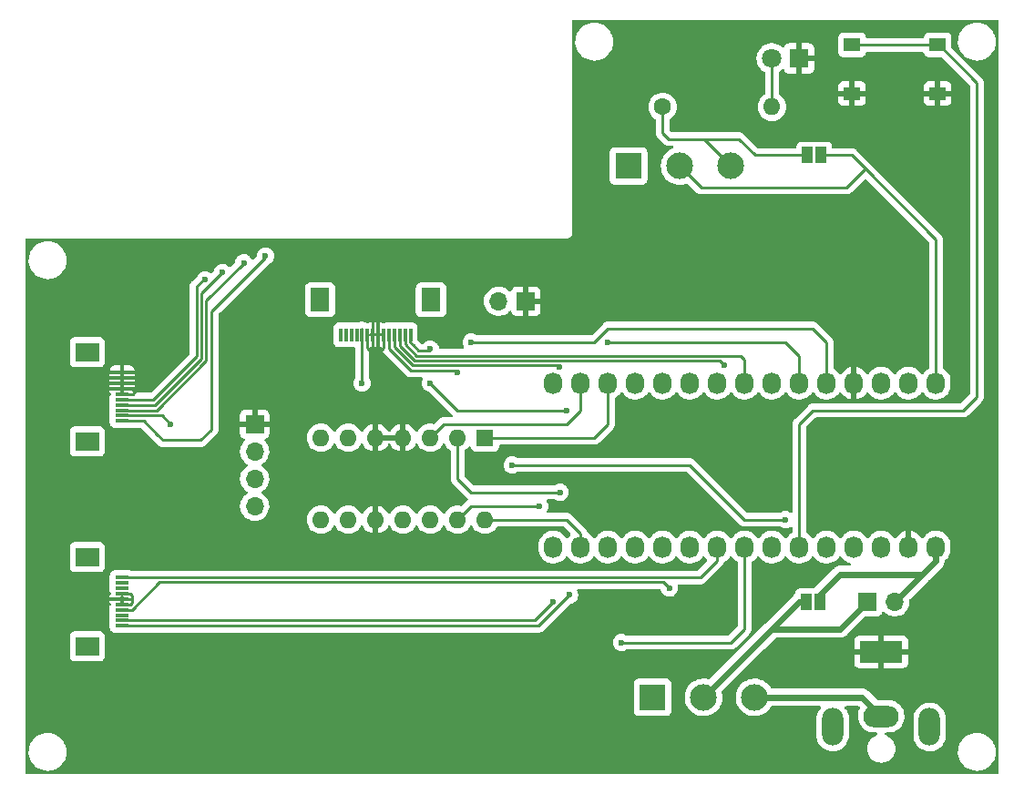
<source format=gbr>
%TF.GenerationSoftware,KiCad,Pcbnew,(6.0.1)*%
%TF.CreationDate,2022-07-24T14:20:51+01:00*%
%TF.ProjectId,psp-bluetooth,7073702d-626c-4756-9574-6f6f74682e6b,rev?*%
%TF.SameCoordinates,Original*%
%TF.FileFunction,Copper,L1,Top*%
%TF.FilePolarity,Positive*%
%FSLAX46Y46*%
G04 Gerber Fmt 4.6, Leading zero omitted, Abs format (unit mm)*
G04 Created by KiCad (PCBNEW (6.0.1)) date 2022-07-24 14:20:51*
%MOMM*%
%LPD*%
G01*
G04 APERTURE LIST*
%TA.AperFunction,ComponentPad*%
%ADD10O,1.727200X2.032000*%
%TD*%
%TA.AperFunction,ComponentPad*%
%ADD11R,2.475000X2.475000*%
%TD*%
%TA.AperFunction,ComponentPad*%
%ADD12C,2.475000*%
%TD*%
%TA.AperFunction,ComponentPad*%
%ADD13R,1.600000X1.600000*%
%TD*%
%TA.AperFunction,ComponentPad*%
%ADD14O,1.600000X1.600000*%
%TD*%
%TA.AperFunction,SMDPad,CuDef*%
%ADD15R,1.000000X1.500000*%
%TD*%
%TA.AperFunction,ComponentPad*%
%ADD16C,1.600000*%
%TD*%
%TA.AperFunction,SMDPad,CuDef*%
%ADD17R,0.300000X1.300000*%
%TD*%
%TA.AperFunction,SMDPad,CuDef*%
%ADD18R,1.800000X2.200000*%
%TD*%
%TA.AperFunction,ComponentPad*%
%ADD19R,4.000000X2.000000*%
%TD*%
%TA.AperFunction,ComponentPad*%
%ADD20O,3.300000X2.000000*%
%TD*%
%TA.AperFunction,ComponentPad*%
%ADD21O,2.000000X3.500000*%
%TD*%
%TA.AperFunction,ComponentPad*%
%ADD22R,1.700000X1.700000*%
%TD*%
%TA.AperFunction,ComponentPad*%
%ADD23O,1.700000X1.700000*%
%TD*%
%TA.AperFunction,ComponentPad*%
%ADD24R,1.800000X1.800000*%
%TD*%
%TA.AperFunction,ComponentPad*%
%ADD25C,1.800000*%
%TD*%
%TA.AperFunction,SMDPad,CuDef*%
%ADD26R,1.300000X0.300000*%
%TD*%
%TA.AperFunction,SMDPad,CuDef*%
%ADD27R,2.200000X1.800000*%
%TD*%
%TA.AperFunction,SMDPad,CuDef*%
%ADD28R,1.550000X1.300000*%
%TD*%
%TA.AperFunction,ViaPad*%
%ADD29C,0.600000*%
%TD*%
%TA.AperFunction,Conductor*%
%ADD30C,0.250000*%
%TD*%
%TA.AperFunction,Conductor*%
%ADD31C,0.600000*%
%TD*%
G04 APERTURE END LIST*
D10*
%TO.P,P1,1,Pin_1*%
%TO.N,/1(Tx)*%
X194310000Y-59690000D03*
%TO.P,P1,2,Pin_2*%
%TO.N,/0(Rx)*%
X191770000Y-59690000D03*
%TO.P,P1,3,Pin_3*%
%TO.N,/Reset*%
X189230000Y-59690000D03*
%TO.P,P1,4,Pin_4*%
%TO.N,GND*%
X186690000Y-59690000D03*
%TO.P,P1,5,Pin_5*%
%TO.N,/2*%
X184150000Y-59690000D03*
%TO.P,P1,6,Pin_6*%
%TO.N,/3(\u002A\u002A)*%
X181610000Y-59690000D03*
%TO.P,P1,7,Pin_7*%
%TO.N,/4*%
X179070000Y-59690000D03*
%TO.P,P1,8,Pin_8*%
%TO.N,/5(\u002A\u002A)*%
X176530000Y-59690000D03*
%TO.P,P1,9,Pin_9*%
%TO.N,/6(\u002A\u002A)*%
X173990000Y-59690000D03*
%TO.P,P1,10,Pin_10*%
%TO.N,/7*%
X171450000Y-59690000D03*
%TO.P,P1,11,Pin_11*%
%TO.N,/8*%
X168910000Y-59690000D03*
%TO.P,P1,12,Pin_12*%
%TO.N,/9(\u002A\u002A)*%
X166370000Y-59690000D03*
%TO.P,P1,13,Pin_13*%
%TO.N,/10(\u002A\u002A{slash}SS)*%
X163830000Y-59690000D03*
%TO.P,P1,14,Pin_14*%
%TO.N,/11(\u002A\u002A{slash}MOSI)*%
X161290000Y-59690000D03*
%TO.P,P1,15,Pin_15*%
%TO.N,/12(MISO)*%
X158750000Y-59690000D03*
%TD*%
%TO.P,P2,1,Pin_1*%
%TO.N,VIN*%
X194310000Y-74930000D03*
%TO.P,P2,2,Pin_2*%
%TO.N,GND*%
X191770000Y-74930000D03*
%TO.P,P2,3,Pin_3*%
%TO.N,/Reset*%
X189230000Y-74930000D03*
%TO.P,P2,4,Pin_4*%
%TO.N,+5V*%
X186690000Y-74930000D03*
%TO.P,P2,5,Pin_5*%
%TO.N,/A7 (D21)*%
X184150000Y-74930000D03*
%TO.P,P2,6,Pin_6*%
%TO.N,/A6 (D20)*%
X181610000Y-74930000D03*
%TO.P,P2,7,Pin_7*%
%TO.N,/A5 (D19)*%
X179070000Y-74930000D03*
%TO.P,P2,8,Pin_8*%
%TO.N,/A4 (D18)*%
X176530000Y-74930000D03*
%TO.P,P2,9,Pin_9*%
%TO.N,/A3 (D17)*%
X173990000Y-74930000D03*
%TO.P,P2,10,Pin_10*%
%TO.N,/A2 (D16)*%
X171450000Y-74930000D03*
%TO.P,P2,11,Pin_11*%
%TO.N,/A1 (D15)*%
X168910000Y-74930000D03*
%TO.P,P2,12,Pin_12*%
%TO.N,/A0 (D14)*%
X166370000Y-74930000D03*
%TO.P,P2,13,Pin_13*%
%TO.N,/AREF*%
X163830000Y-74930000D03*
%TO.P,P2,14,Pin_14*%
%TO.N,+3V3*%
X161290000Y-74930000D03*
%TO.P,P2,15,Pin_15*%
%TO.N,/13(SCK)*%
X158750000Y-74930000D03*
%TD*%
D11*
%TO.P,S1,1*%
%TO.N,unconnected-(S1-Pad1)*%
X167970000Y-88900000D03*
D12*
%TO.P,S1,2*%
%TO.N,Net-(J5-Pad2)*%
X172720000Y-88900000D03*
%TO.P,S1,3*%
%TO.N,Net-(J6-Pad2)*%
X177470000Y-88900000D03*
%TD*%
D13*
%TO.P,U1,1,~{CS}*%
%TO.N,/10(\u002A\u002A{slash}SS)*%
X152400000Y-64770000D03*
D14*
%TO.P,U1,2,SCK*%
%TO.N,/13(SCK)*%
X149860000Y-64770000D03*
%TO.P,U1,3,SDI*%
%TO.N,/11(\u002A\u002A{slash}MOSI)*%
X147320000Y-64770000D03*
%TO.P,U1,4,VSS*%
%TO.N,GND*%
X144780000Y-64770000D03*
%TO.P,U1,5,P1B*%
X142240000Y-64770000D03*
%TO.P,U1,6,P1W*%
%TO.N,/P1W*%
X139700000Y-64770000D03*
%TO.P,U1,7,P1A*%
%TO.N,/P0A{slash}P1A*%
X137160000Y-64770000D03*
%TO.P,U1,8,P0A*%
X137160000Y-72390000D03*
%TO.P,U1,9,P0W*%
%TO.N,/P0W*%
X139700000Y-72390000D03*
%TO.P,U1,10,P0B*%
%TO.N,GND*%
X142240000Y-72390000D03*
%TO.P,U1,11,~{WP}*%
%TO.N,unconnected-(U1-Pad11)*%
X144780000Y-72390000D03*
%TO.P,U1,12,~{SHDN}*%
%TO.N,unconnected-(U1-Pad12)*%
X147320000Y-72390000D03*
%TO.P,U1,13,SDO*%
%TO.N,/12(MISO)*%
X149860000Y-72390000D03*
%TO.P,U1,14,VDD*%
%TO.N,+3V3*%
X152400000Y-72390000D03*
%TD*%
D15*
%TO.P,JP1,1,A*%
%TO.N,Net-(J5-Pad2)*%
X182230000Y-80010000D03*
%TO.P,JP1,2,B*%
%TO.N,VIN*%
X183530000Y-80010000D03*
%TD*%
%TO.P,JP2,1,A*%
%TO.N,Net-(JP2-Pad1)*%
X182350000Y-38500000D03*
%TO.P,JP2,2,B*%
%TO.N,/1(Tx)*%
X183650000Y-38500000D03*
%TD*%
D16*
%TO.P,R1,1*%
%TO.N,Net-(JP2-Pad1)*%
X168920000Y-34000000D03*
D14*
%TO.P,R1,2*%
%TO.N,Net-(D1-Pad2)*%
X179080000Y-34000000D03*
%TD*%
D11*
%TO.P,S2,1*%
%TO.N,unconnected-(S2-Pad1)*%
X165750000Y-39500000D03*
D12*
%TO.P,S2,2*%
%TO.N,/1(Tx)*%
X170500000Y-39500000D03*
%TO.P,S2,3*%
%TO.N,Net-(JP2-Pad1)*%
X175250000Y-39500000D03*
%TD*%
D17*
%TO.P,J3,1,Pin_1*%
%TO.N,/A5 (D19)*%
X145490000Y-55190000D03*
%TO.P,J3,2,Pin_2*%
%TO.N,/5(\u002A\u002A)*%
X144990000Y-55190000D03*
%TO.P,J3,3,Pin_3*%
%TO.N,/4*%
X144490000Y-55190000D03*
%TO.P,J3,4,Pin_4*%
%TO.N,/3(\u002A\u002A)*%
X143990000Y-55190000D03*
%TO.P,J3,5,Pin_5*%
%TO.N,/2*%
X143490000Y-55190000D03*
%TO.P,J3,6,Pin_6*%
%TO.N,GND*%
X142990000Y-55190000D03*
%TO.P,J3,7,Pin_7*%
X142490000Y-55190000D03*
%TO.P,J3,8,Pin_8*%
X141990000Y-55190000D03*
%TO.P,J3,9,Pin_9*%
X141490000Y-55190000D03*
%TO.P,J3,10,Pin_10*%
%TO.N,/A7 (D21)*%
X140990000Y-55190000D03*
%TO.P,J3,11,Pin_11*%
%TO.N,unconnected-(J3-Pad11)*%
X140490000Y-55190000D03*
%TO.P,J3,12,Pin_12*%
%TO.N,unconnected-(J3-Pad12)*%
X139990000Y-55190000D03*
%TO.P,J3,13,Pin_13*%
%TO.N,unconnected-(J3-Pad13)*%
X139490000Y-55190000D03*
%TO.P,J3,14,Pin_14*%
%TO.N,unconnected-(J3-Pad14)*%
X138990000Y-55190000D03*
D18*
%TO.P,J3,MP*%
%TO.N,N/C*%
X147390000Y-51940000D03*
X137090000Y-51940000D03*
%TD*%
D19*
%TO.P,J6,1*%
%TO.N,GND*%
X189230000Y-84670000D03*
D20*
%TO.P,J6,2*%
%TO.N,Net-(J6-Pad2)*%
X189230000Y-90670000D03*
D21*
%TO.P,J6,MP*%
%TO.N,N/C*%
X193730000Y-91670000D03*
X184730000Y-91670000D03*
%TD*%
D22*
%TO.P,J4,1,Pin_1*%
%TO.N,GND*%
X131000000Y-63510000D03*
D23*
%TO.P,J4,2,Pin_2*%
%TO.N,/P1W*%
X131000000Y-66050000D03*
%TO.P,J4,3,Pin_3*%
%TO.N,/P0A{slash}P1A*%
X131000000Y-68590000D03*
%TO.P,J4,4,Pin_4*%
%TO.N,/P0W*%
X131000000Y-71130000D03*
%TD*%
D22*
%TO.P,J5,1,Pin_1*%
%TO.N,GND*%
X156210000Y-52070000D03*
D23*
%TO.P,J5,2,Pin_2*%
%TO.N,Net-(J5-Pad2)*%
X153670000Y-52070000D03*
%TD*%
D24*
%TO.P,D1,1,K*%
%TO.N,GND*%
X181590000Y-29495000D03*
D25*
%TO.P,D1,2,A*%
%TO.N,Net-(D1-Pad2)*%
X179050000Y-29495000D03*
%TD*%
D26*
%TO.P,J1,1,Pin_1*%
%TO.N,GND*%
X118690000Y-58710000D03*
%TO.P,J1,2,Pin_2*%
X118690000Y-59210000D03*
%TO.P,J1,3,Pin_3*%
X118690000Y-59710000D03*
%TO.P,J1,4,Pin_4*%
X118690000Y-60210000D03*
%TO.P,J1,5,Pin_5*%
X118690000Y-60710000D03*
%TO.P,J1,6,Pin_6*%
%TO.N,/9(\u002A\u002A)*%
X118690000Y-61210000D03*
%TO.P,J1,7,Pin_7*%
%TO.N,/8*%
X118690000Y-61710000D03*
%TO.P,J1,8,Pin_8*%
%TO.N,/7*%
X118690000Y-62210000D03*
%TO.P,J1,9,Pin_9*%
%TO.N,/A4 (D18)*%
X118690000Y-62710000D03*
%TO.P,J1,10,Pin_10*%
%TO.N,/6(\u002A\u002A)*%
X118690000Y-63210000D03*
D27*
%TO.P,J1,MP*%
%TO.N,N/C*%
X115440000Y-56810000D03*
X115440000Y-65110000D03*
%TD*%
D22*
%TO.P,J8,1,Pin_1*%
%TO.N,Net-(J5-Pad2)*%
X187960000Y-80010000D03*
D23*
%TO.P,J8,2,Pin_2*%
%TO.N,VIN*%
X190500000Y-80010000D03*
%TD*%
D28*
%TO.P,SW1,1,1*%
%TO.N,/A6 (D20)*%
X186525000Y-28250000D03*
X194475000Y-28250000D03*
%TO.P,SW1,2,2*%
%TO.N,GND*%
X186525000Y-32750000D03*
X194475000Y-32750000D03*
%TD*%
D26*
%TO.P,J2,1,Pin_1*%
%TO.N,/A3 (D17)*%
X118690000Y-77760000D03*
%TO.P,J2,2,Pin_2*%
%TO.N,unconnected-(J2-Pad2)*%
X118690000Y-78260000D03*
%TO.P,J2,3,Pin_3*%
%TO.N,unconnected-(J2-Pad3)*%
X118690000Y-78760000D03*
%TO.P,J2,4,Pin_4*%
%TO.N,GND*%
X118690000Y-79260000D03*
%TO.P,J2,5,Pin_5*%
X118690000Y-79760000D03*
%TO.P,J2,6,Pin_6*%
X118690000Y-80260000D03*
%TO.P,J2,7,Pin_7*%
%TO.N,/A2 (D16)*%
X118690000Y-80760000D03*
%TO.P,J2,8,Pin_8*%
%TO.N,unconnected-(J2-Pad8)*%
X118690000Y-81260000D03*
%TO.P,J2,9,Pin_9*%
%TO.N,/A1 (D15)*%
X118690000Y-81760000D03*
%TO.P,J2,10,Pin_10*%
%TO.N,/A0 (D14)*%
X118690000Y-82260000D03*
D27*
%TO.P,J2,MP*%
%TO.N,N/C*%
X115440000Y-84160000D03*
X115440000Y-75860000D03*
%TD*%
D29*
%TO.N,/2*%
X149860000Y-58673540D03*
X151130000Y-55880000D03*
%TO.N,/3(\u002A\u002A)*%
X159353495Y-58224020D03*
X163830000Y-55880000D03*
%TO.N,/4*%
X174614500Y-58000000D03*
%TO.N,/6(\u002A\u002A)*%
X132000000Y-47875500D03*
%TO.N,/7*%
X130000000Y-48500000D03*
%TO.N,/8*%
X128000000Y-49400000D03*
%TO.N,/9(\u002A\u002A)*%
X126400000Y-50100000D03*
%TO.N,/A4 (D18)*%
X165100000Y-83820000D03*
X123190000Y-63500000D03*
%TO.N,/A5 (D19)*%
X147320000Y-59690000D03*
X147320000Y-56525500D03*
X160020000Y-62230000D03*
%TO.N,/A0 (D14)*%
X160248209Y-79385500D03*
%TO.N,/A1 (D15)*%
X158750000Y-80010000D03*
%TO.N,/A2 (D16)*%
X169534460Y-78747090D03*
%TO.N,/13(SCK)*%
X159374500Y-69850000D03*
%TO.N,/12(MISO)*%
X157480000Y-71120000D03*
%TO.N,/A7 (D21)*%
X154940000Y-67310000D03*
X180340000Y-72390000D03*
X140970000Y-59690000D03*
%TD*%
D30*
%TO.N,/1(Tx)*%
X187750000Y-39750000D02*
X186500000Y-38500000D01*
X186000000Y-41500000D02*
X172500000Y-41500000D01*
X187750000Y-39750000D02*
X186000000Y-41500000D01*
X194310000Y-59690000D02*
X194310000Y-46310000D01*
X186500000Y-38500000D02*
X183650000Y-38500000D01*
X172500000Y-41500000D02*
X170500000Y-39500000D01*
X194310000Y-46310000D02*
X187750000Y-39750000D01*
%TO.N,GND*%
X141490000Y-56400000D02*
X142240000Y-57150000D01*
X119460000Y-79260000D02*
X118690000Y-79260000D01*
X119460000Y-79760000D02*
X119600000Y-79900000D01*
X119440000Y-80260000D02*
X119600000Y-80100000D01*
X118690000Y-80260000D02*
X119440000Y-80260000D01*
X119600000Y-79400000D02*
X119460000Y-79260000D01*
X119600000Y-80100000D02*
X119600000Y-79900000D01*
X141990000Y-56900000D02*
X141990000Y-55190000D01*
X119690000Y-60710000D02*
X119900000Y-60500000D01*
X118690000Y-60710000D02*
X119690000Y-60710000D01*
X119600000Y-79900000D02*
X119600000Y-79400000D01*
X118690000Y-79760000D02*
X119460000Y-79760000D01*
X142490000Y-56900000D02*
X142240000Y-57150000D01*
X142240000Y-57150000D02*
X141990000Y-56900000D01*
X119610000Y-60210000D02*
X118690000Y-60210000D01*
X142490000Y-55190000D02*
X142490000Y-56900000D01*
X142240000Y-57150000D02*
X142990000Y-56400000D01*
X141490000Y-55190000D02*
X141490000Y-56400000D01*
X119900000Y-60500000D02*
X119610000Y-60210000D01*
X142990000Y-56400000D02*
X142990000Y-55190000D01*
%TO.N,/2*%
X162560000Y-55880000D02*
X163830000Y-54610000D01*
X143490000Y-55190000D02*
X143490000Y-56497151D01*
X151130000Y-55880000D02*
X162560000Y-55880000D01*
X143490000Y-56497151D02*
X145491409Y-58498560D01*
X145491409Y-58498560D02*
X148590000Y-58498560D01*
X149685020Y-58498560D02*
X149860000Y-58673540D01*
X182880000Y-54610000D02*
X184150000Y-55880000D01*
X163830000Y-54610000D02*
X182880000Y-54610000D01*
X148590000Y-58498560D02*
X149685020Y-58498560D01*
X184150000Y-55880000D02*
X184150000Y-59690000D01*
%TO.N,/3(\u002A\u002A)*%
X143990000Y-56361434D02*
X145677606Y-58049040D01*
X153670000Y-58049040D02*
X157480000Y-58049040D01*
X157480000Y-58049040D02*
X159178515Y-58049040D01*
X181610000Y-57150000D02*
X181610000Y-59690000D01*
X180340000Y-55880000D02*
X181610000Y-57150000D01*
X145677606Y-58049040D02*
X147320000Y-58049040D01*
X147320000Y-58049040D02*
X153670000Y-58049040D01*
X163830000Y-55880000D02*
X180340000Y-55880000D01*
X159178515Y-58049040D02*
X159353495Y-58224020D01*
X143990000Y-55190000D02*
X143990000Y-56361434D01*
%TO.N,/4*%
X162560000Y-57599520D02*
X164925020Y-57599520D01*
X144490000Y-55190000D02*
X144490000Y-56225717D01*
X144490000Y-56225717D02*
X145863803Y-57599520D01*
X174214020Y-57599520D02*
X174614500Y-58000000D01*
X145863803Y-57599520D02*
X162560000Y-57599520D01*
X164925020Y-57599520D02*
X174214020Y-57599520D01*
%TO.N,/5(\u002A\u002A)*%
X146050000Y-57150000D02*
X176150000Y-57150000D01*
X176150000Y-57150000D02*
X176530000Y-57530000D01*
X144990000Y-56090000D02*
X146050000Y-57150000D01*
X144990000Y-55190000D02*
X144990000Y-56090000D01*
X176530000Y-57530000D02*
X176530000Y-59690000D01*
%TO.N,/6(\u002A\u002A)*%
X122500000Y-65000000D02*
X126000000Y-65000000D01*
X127000000Y-64000000D02*
X127000000Y-55000000D01*
X122000000Y-64500000D02*
X122500000Y-65000000D01*
X126000000Y-65000000D02*
X127000000Y-64000000D01*
X127000000Y-53000000D02*
X132000000Y-48000000D01*
X132000000Y-48000000D02*
X132000000Y-47875500D01*
X118690000Y-63210000D02*
X120710000Y-63210000D01*
X120710000Y-63210000D02*
X122000000Y-64500000D01*
X127000000Y-55000000D02*
X127000000Y-53000000D01*
%TO.N,/7*%
X126500000Y-57571436D02*
X126500000Y-57500000D01*
X126500000Y-57500000D02*
X126500000Y-52000000D01*
X121861436Y-62210000D02*
X126500000Y-57571436D01*
X126500000Y-52000000D02*
X130000000Y-48500000D01*
X118690000Y-62210000D02*
X121861436Y-62210000D01*
%TO.N,/8*%
X126049520Y-57386198D02*
X126049520Y-51349520D01*
X126049520Y-51333673D02*
X127983193Y-49400000D01*
X127983193Y-49400000D02*
X128000000Y-49400000D01*
X126049520Y-51349520D02*
X126049520Y-51333673D01*
X118690000Y-61710000D02*
X121725718Y-61710000D01*
X121725718Y-61710000D02*
X126049520Y-57386198D01*
%TO.N,/9(\u002A\u002A)*%
X126200000Y-50100000D02*
X126400000Y-50100000D01*
X125600000Y-50700000D02*
X126200000Y-50100000D01*
X121590000Y-61210000D02*
X125600000Y-57200000D01*
X125600000Y-57200000D02*
X125600000Y-50700000D01*
X118690000Y-61210000D02*
X121590000Y-61210000D01*
%TO.N,/A4 (D18)*%
X175260000Y-83820000D02*
X176530000Y-82550000D01*
X122400000Y-62710000D02*
X123190000Y-63500000D01*
X165100000Y-83820000D02*
X175260000Y-83820000D01*
X118690000Y-62710000D02*
X122400000Y-62710000D01*
X176530000Y-82550000D02*
X176530000Y-74930000D01*
%TO.N,/A5 (D19)*%
X147320000Y-59690000D02*
X149860000Y-62230000D01*
X145490000Y-55320000D02*
X145464511Y-55345489D01*
X145732859Y-56197141D02*
X146236198Y-56700480D01*
X149860000Y-62230000D02*
X160020000Y-62230000D01*
X147320000Y-56700480D02*
X147320000Y-56525500D01*
X145464511Y-55345489D02*
X145464511Y-55928793D01*
X145490000Y-55190000D02*
X145490000Y-55320000D01*
X146236198Y-56700480D02*
X147320000Y-56700480D01*
X145464511Y-55928793D02*
X145732859Y-56197141D01*
%TO.N,/A0 (D14)*%
X157383193Y-82260000D02*
X160248209Y-79394984D01*
X160248209Y-79394984D02*
X160248209Y-79385500D01*
X118690000Y-82260000D02*
X157383193Y-82260000D01*
%TO.N,/A1 (D15)*%
X157000000Y-81760000D02*
X158750000Y-80010000D01*
X118690000Y-81760000D02*
X157000000Y-81760000D01*
%TO.N,/A2 (D16)*%
X119639022Y-80760000D02*
X122189502Y-78209520D01*
X168996890Y-78209520D02*
X169534460Y-78747090D01*
X118690000Y-80760000D02*
X119639022Y-80760000D01*
X122189502Y-78209520D02*
X168996890Y-78209520D01*
%TO.N,/A3 (D17)*%
X173990000Y-76200000D02*
X173990000Y-74930000D01*
X172430000Y-77760000D02*
X173990000Y-76200000D01*
X118690000Y-77760000D02*
X172430000Y-77760000D01*
%TO.N,/13(SCK)*%
X149860000Y-64770000D02*
X149860000Y-66040000D01*
X149860000Y-68580000D02*
X151130000Y-69850000D01*
X149860000Y-66040000D02*
X149860000Y-68580000D01*
X151130000Y-69850000D02*
X159374500Y-69850000D01*
%TO.N,+3V3*%
X161290000Y-73660000D02*
X161290000Y-74930000D01*
X160020000Y-72390000D02*
X161290000Y-73660000D01*
X152400000Y-72390000D02*
X160020000Y-72390000D01*
%TO.N,/12(MISO)*%
X149860000Y-72390000D02*
X151130000Y-71120000D01*
X151130000Y-71120000D02*
X157480000Y-71120000D01*
%TO.N,/10(\u002A\u002A{slash}SS)*%
X152400000Y-64770000D02*
X162560000Y-64770000D01*
X163830000Y-63500000D02*
X163830000Y-59690000D01*
X162560000Y-64770000D02*
X163830000Y-63500000D01*
%TO.N,/11(\u002A\u002A{slash}MOSI)*%
X160020000Y-63500000D02*
X161290000Y-62230000D01*
X147320000Y-64770000D02*
X148590000Y-63500000D01*
X148590000Y-63500000D02*
X160020000Y-63500000D01*
X161290000Y-62230000D02*
X161290000Y-59690000D01*
%TO.N,/A7 (D21)*%
X180340000Y-72390000D02*
X176530000Y-72390000D01*
X171450000Y-67310000D02*
X154940000Y-67310000D01*
X140970000Y-59690000D02*
X140970000Y-54610000D01*
X176530000Y-72390000D02*
X172720000Y-68580000D01*
X172720000Y-68580000D02*
X171450000Y-67310000D01*
D31*
%TO.N,VIN*%
X194310000Y-74930000D02*
X194310000Y-76200000D01*
X193040000Y-77470000D02*
X190500000Y-80010000D01*
X183530000Y-80010000D02*
X183530000Y-79360000D01*
X185420000Y-77470000D02*
X193040000Y-77470000D01*
X183530000Y-79360000D02*
X185420000Y-77470000D01*
X194310000Y-76200000D02*
X193040000Y-77470000D01*
D30*
%TO.N,/A6 (D20)*%
X198120000Y-60960000D02*
X198120000Y-31750000D01*
X198120000Y-31750000D02*
X194620000Y-28250000D01*
X194475000Y-28250000D02*
X186525000Y-28250000D01*
X182880000Y-62230000D02*
X185420000Y-62230000D01*
X194620000Y-28250000D02*
X194475000Y-28250000D01*
X181610000Y-63500000D02*
X182880000Y-62230000D01*
X196850000Y-62230000D02*
X198120000Y-60960000D01*
X184150000Y-62230000D02*
X196850000Y-62230000D01*
X181610000Y-74930000D02*
X181610000Y-63500000D01*
D31*
%TO.N,Net-(J5-Pad2)*%
X181610000Y-80010000D02*
X182230000Y-80010000D01*
X172720000Y-88900000D02*
X179070000Y-82550000D01*
X179070000Y-82550000D02*
X185420000Y-82550000D01*
X185420000Y-82550000D02*
X187960000Y-80010000D01*
X172720000Y-88900000D02*
X181610000Y-80010000D01*
%TO.N,Net-(J6-Pad2)*%
X187460000Y-88900000D02*
X177470000Y-88900000D01*
X189230000Y-90670000D02*
X187460000Y-88900000D01*
D30*
%TO.N,Net-(D1-Pad2)*%
X179080000Y-34000000D02*
X179080000Y-29525000D01*
X179080000Y-29525000D02*
X179050000Y-29495000D01*
%TO.N,Net-(JP2-Pad1)*%
X182350000Y-38500000D02*
X177500000Y-38500000D01*
X176000000Y-37000000D02*
X172500000Y-37000000D01*
X172750000Y-37000000D02*
X172500000Y-37000000D01*
X177500000Y-38500000D02*
X176000000Y-37000000D01*
X172500000Y-37000000D02*
X169500000Y-37000000D01*
X175250000Y-39500000D02*
X172750000Y-37000000D01*
X168920000Y-36420000D02*
X168920000Y-34000000D01*
X169500000Y-37000000D02*
X168920000Y-36420000D01*
%TD*%
%TA.AperFunction,Conductor*%
%TO.N,GND*%
G36*
X200094121Y-25928002D02*
G01*
X200140614Y-25981658D01*
X200152000Y-26034000D01*
X200152000Y-95886000D01*
X200131998Y-95954121D01*
X200078342Y-96000614D01*
X200026000Y-96012000D01*
X109854000Y-96012000D01*
X109785879Y-95991998D01*
X109739386Y-95938342D01*
X109728000Y-95886000D01*
X109728000Y-94087655D01*
X109999858Y-94087655D01*
X110035104Y-94346638D01*
X110036412Y-94351124D01*
X110036412Y-94351126D01*
X110056098Y-94418664D01*
X110108243Y-94597567D01*
X110217668Y-94834928D01*
X110220231Y-94838837D01*
X110358410Y-95049596D01*
X110358414Y-95049601D01*
X110360976Y-95053509D01*
X110535018Y-95248506D01*
X110735970Y-95415637D01*
X110739973Y-95418066D01*
X110955422Y-95548804D01*
X110955426Y-95548806D01*
X110959419Y-95551229D01*
X111200455Y-95652303D01*
X111453783Y-95716641D01*
X111458434Y-95717109D01*
X111458438Y-95717110D01*
X111651308Y-95736531D01*
X111670867Y-95738500D01*
X111826354Y-95738500D01*
X111828679Y-95738327D01*
X111828685Y-95738327D01*
X112016000Y-95724407D01*
X112016004Y-95724406D01*
X112020652Y-95724061D01*
X112025200Y-95723032D01*
X112025206Y-95723031D01*
X112211601Y-95680853D01*
X112275577Y-95666377D01*
X112311769Y-95652303D01*
X112514824Y-95573340D01*
X112514827Y-95573339D01*
X112519177Y-95571647D01*
X112746098Y-95441951D01*
X112951357Y-95280138D01*
X113130443Y-95089763D01*
X113279424Y-94875009D01*
X113301284Y-94830682D01*
X113392960Y-94644781D01*
X113392961Y-94644778D01*
X113395025Y-94640593D01*
X113435452Y-94514300D01*
X113473280Y-94396123D01*
X113474707Y-94391665D01*
X113516721Y-94133693D01*
X113519358Y-93932256D01*
X113520081Y-93877022D01*
X113520081Y-93877019D01*
X113520142Y-93872345D01*
X113484896Y-93613362D01*
X113470473Y-93563877D01*
X113453270Y-93504858D01*
X113411757Y-93362433D01*
X113302332Y-93125072D01*
X113240231Y-93030352D01*
X113161590Y-92910404D01*
X113161586Y-92910399D01*
X113159024Y-92906491D01*
X112984982Y-92711494D01*
X112784030Y-92544363D01*
X112679613Y-92481001D01*
X112564578Y-92411196D01*
X112564574Y-92411194D01*
X112560581Y-92408771D01*
X112319545Y-92307697D01*
X112066217Y-92243359D01*
X112061566Y-92242891D01*
X112061562Y-92242890D01*
X111852271Y-92221816D01*
X111849133Y-92221500D01*
X111693646Y-92221500D01*
X111691321Y-92221673D01*
X111691315Y-92221673D01*
X111504000Y-92235593D01*
X111503996Y-92235594D01*
X111499348Y-92235939D01*
X111494800Y-92236968D01*
X111494794Y-92236969D01*
X111308399Y-92279147D01*
X111244423Y-92293623D01*
X111240071Y-92295315D01*
X111240069Y-92295316D01*
X111005176Y-92386660D01*
X111005173Y-92386661D01*
X111000823Y-92388353D01*
X110773902Y-92518049D01*
X110568643Y-92679862D01*
X110389557Y-92870237D01*
X110240576Y-93084991D01*
X110238510Y-93089181D01*
X110238508Y-93089184D01*
X110162238Y-93243846D01*
X110124975Y-93319407D01*
X110123553Y-93323850D01*
X110123552Y-93323852D01*
X110112564Y-93358179D01*
X110045293Y-93568335D01*
X110003279Y-93826307D01*
X109999858Y-94087655D01*
X109728000Y-94087655D01*
X109728000Y-90185634D01*
X166224000Y-90185634D01*
X166230755Y-90247816D01*
X166281885Y-90384205D01*
X166369239Y-90500761D01*
X166485795Y-90588115D01*
X166622184Y-90639245D01*
X166684366Y-90646000D01*
X169255634Y-90646000D01*
X169317816Y-90639245D01*
X169454205Y-90588115D01*
X169570761Y-90500761D01*
X169658115Y-90384205D01*
X169709245Y-90247816D01*
X169716000Y-90185634D01*
X169716000Y-87614366D01*
X169709245Y-87552184D01*
X169658115Y-87415795D01*
X169570761Y-87299239D01*
X169454205Y-87211885D01*
X169317816Y-87160755D01*
X169255634Y-87154000D01*
X166684366Y-87154000D01*
X166622184Y-87160755D01*
X166485795Y-87211885D01*
X166369239Y-87299239D01*
X166281885Y-87415795D01*
X166230755Y-87552184D01*
X166224000Y-87614366D01*
X166224000Y-90185634D01*
X109728000Y-90185634D01*
X109728000Y-85108134D01*
X113831500Y-85108134D01*
X113838255Y-85170316D01*
X113889385Y-85306705D01*
X113976739Y-85423261D01*
X114093295Y-85510615D01*
X114229684Y-85561745D01*
X114291866Y-85568500D01*
X116588134Y-85568500D01*
X116650316Y-85561745D01*
X116786705Y-85510615D01*
X116903261Y-85423261D01*
X116990615Y-85306705D01*
X117041745Y-85170316D01*
X117048500Y-85108134D01*
X117048500Y-83211866D01*
X117041745Y-83149684D01*
X116990615Y-83013295D01*
X116903261Y-82896739D01*
X116786705Y-82809385D01*
X116650316Y-82758255D01*
X116588134Y-82751500D01*
X114291866Y-82751500D01*
X114229684Y-82758255D01*
X114093295Y-82809385D01*
X113976739Y-82896739D01*
X113889385Y-83013295D01*
X113838255Y-83149684D01*
X113831500Y-83211866D01*
X113831500Y-85108134D01*
X109728000Y-85108134D01*
X109728000Y-82458134D01*
X117531500Y-82458134D01*
X117538255Y-82520316D01*
X117589385Y-82656705D01*
X117676739Y-82773261D01*
X117793295Y-82860615D01*
X117929684Y-82911745D01*
X117991866Y-82918500D01*
X119388134Y-82918500D01*
X119450316Y-82911745D01*
X119477596Y-82901518D01*
X119521826Y-82893500D01*
X157304426Y-82893500D01*
X157315609Y-82894027D01*
X157323102Y-82895702D01*
X157331028Y-82895453D01*
X157331029Y-82895453D01*
X157391179Y-82893562D01*
X157395138Y-82893500D01*
X157423049Y-82893500D01*
X157426984Y-82893003D01*
X157427049Y-82892995D01*
X157438886Y-82892062D01*
X157471250Y-82891045D01*
X157475163Y-82890922D01*
X157483082Y-82890673D01*
X157502536Y-82885021D01*
X157521893Y-82881013D01*
X157534123Y-82879468D01*
X157534124Y-82879468D01*
X157541990Y-82878474D01*
X157549361Y-82875555D01*
X157549363Y-82875555D01*
X157583105Y-82862196D01*
X157594335Y-82858351D01*
X157629176Y-82848229D01*
X157629177Y-82848229D01*
X157636786Y-82846018D01*
X157643605Y-82841985D01*
X157643610Y-82841983D01*
X157654221Y-82835707D01*
X157671969Y-82827012D01*
X157690810Y-82819552D01*
X157726580Y-82793564D01*
X157736500Y-82787048D01*
X157767728Y-82768580D01*
X157767731Y-82768578D01*
X157774555Y-82764542D01*
X157788876Y-82750221D01*
X157803910Y-82737380D01*
X157813887Y-82730131D01*
X157820300Y-82725472D01*
X157848491Y-82691395D01*
X157856481Y-82682616D01*
X160318819Y-80220278D01*
X160381131Y-80186252D01*
X160396493Y-80183892D01*
X160397146Y-80183833D01*
X160411809Y-80182498D01*
X160482944Y-80159385D01*
X160577618Y-80128624D01*
X160577621Y-80128623D01*
X160584317Y-80126447D01*
X160740121Y-80033569D01*
X160871475Y-79908482D01*
X160971852Y-79757402D01*
X161015571Y-79642312D01*
X161033764Y-79594420D01*
X161033765Y-79594418D01*
X161036264Y-79587838D01*
X161037244Y-79580866D01*
X161060957Y-79412139D01*
X161060957Y-79412136D01*
X161061508Y-79408217D01*
X161061825Y-79385500D01*
X161041606Y-79205245D01*
X161038527Y-79196404D01*
X160984273Y-79040606D01*
X160984271Y-79040603D01*
X160981954Y-79033948D01*
X160978218Y-79027970D01*
X160976059Y-79023463D01*
X160964664Y-78953387D01*
X160992963Y-78888274D01*
X161051973Y-78848798D01*
X161089690Y-78843020D01*
X168623389Y-78843020D01*
X168691510Y-78863022D01*
X168738003Y-78916678D01*
X168742946Y-78929246D01*
X168795878Y-79088363D01*
X168799525Y-79094385D01*
X168799526Y-79094387D01*
X168879445Y-79226349D01*
X168889840Y-79243514D01*
X168894729Y-79248577D01*
X168894730Y-79248578D01*
X168947981Y-79303720D01*
X169015842Y-79373992D01*
X169033428Y-79385500D01*
X169149558Y-79461493D01*
X169167619Y-79473312D01*
X169174223Y-79475768D01*
X169174225Y-79475769D01*
X169331018Y-79534080D01*
X169331020Y-79534080D01*
X169337628Y-79536538D01*
X169416650Y-79547082D01*
X169510440Y-79559597D01*
X169510444Y-79559597D01*
X169517421Y-79560528D01*
X169524432Y-79559890D01*
X169524436Y-79559890D01*
X169666919Y-79546922D01*
X169698060Y-79544088D01*
X169704762Y-79541910D01*
X169704764Y-79541910D01*
X169863869Y-79490214D01*
X169863872Y-79490213D01*
X169870568Y-79488037D01*
X169987217Y-79418500D01*
X170020320Y-79398767D01*
X170020322Y-79398766D01*
X170026372Y-79395159D01*
X170157726Y-79270072D01*
X170258103Y-79118992D01*
X170322515Y-78949428D01*
X170325351Y-78929248D01*
X170347208Y-78773729D01*
X170347208Y-78773726D01*
X170347759Y-78769807D01*
X170348000Y-78752536D01*
X170348021Y-78751052D01*
X170348021Y-78751047D01*
X170348076Y-78747090D01*
X170327857Y-78566835D01*
X170325540Y-78560181D01*
X170323980Y-78553316D01*
X170325409Y-78552991D01*
X170322289Y-78490029D01*
X170357669Y-78428477D01*
X170420711Y-78395823D01*
X170444794Y-78393500D01*
X172351233Y-78393500D01*
X172362416Y-78394027D01*
X172369909Y-78395702D01*
X172377835Y-78395453D01*
X172377836Y-78395453D01*
X172437986Y-78393562D01*
X172441945Y-78393500D01*
X172469856Y-78393500D01*
X172473791Y-78393003D01*
X172473856Y-78392995D01*
X172485693Y-78392062D01*
X172517951Y-78391048D01*
X172521970Y-78390922D01*
X172529889Y-78390673D01*
X172549343Y-78385021D01*
X172568700Y-78381013D01*
X172580930Y-78379468D01*
X172580931Y-78379468D01*
X172588797Y-78378474D01*
X172596168Y-78375555D01*
X172596170Y-78375555D01*
X172629912Y-78362196D01*
X172641142Y-78358351D01*
X172675983Y-78348229D01*
X172675984Y-78348229D01*
X172683593Y-78346018D01*
X172690412Y-78341985D01*
X172690417Y-78341983D01*
X172701028Y-78335707D01*
X172718776Y-78327012D01*
X172737617Y-78319552D01*
X172773387Y-78293564D01*
X172783307Y-78287048D01*
X172814535Y-78268580D01*
X172814538Y-78268578D01*
X172821362Y-78264542D01*
X172835683Y-78250221D01*
X172850717Y-78237380D01*
X172860694Y-78230131D01*
X172867107Y-78225472D01*
X172895298Y-78191395D01*
X172903288Y-78182616D01*
X174382247Y-76703657D01*
X174390537Y-76696113D01*
X174397018Y-76692000D01*
X174417951Y-76669709D01*
X174443658Y-76642333D01*
X174446413Y-76639491D01*
X174466134Y-76619770D01*
X174468612Y-76616575D01*
X174476318Y-76607553D01*
X174492853Y-76589945D01*
X174506586Y-76575321D01*
X174516346Y-76557568D01*
X174527199Y-76541045D01*
X174534753Y-76531306D01*
X174539613Y-76525041D01*
X174557176Y-76484457D01*
X174562383Y-76473827D01*
X174583695Y-76435060D01*
X174585666Y-76427383D01*
X174585668Y-76427378D01*
X174588732Y-76415442D01*
X174595138Y-76396730D01*
X174597482Y-76391315D01*
X174603181Y-76378145D01*
X174604421Y-76370320D01*
X174604423Y-76370311D01*
X174605054Y-76366325D01*
X174606414Y-76363456D01*
X174606633Y-76362703D01*
X174606754Y-76362738D01*
X174635468Y-76302173D01*
X174664136Y-76278321D01*
X174796799Y-76197818D01*
X174801359Y-76195051D01*
X174811039Y-76186651D01*
X174973197Y-76045939D01*
X174973199Y-76045937D01*
X174977230Y-76042439D01*
X174980613Y-76038313D01*
X174980617Y-76038309D01*
X175121487Y-75866504D01*
X175124872Y-75862376D01*
X175150845Y-75816748D01*
X175201927Y-75767442D01*
X175271558Y-75753580D01*
X175337629Y-75779563D01*
X175364867Y-75808713D01*
X175456804Y-75945272D01*
X175460483Y-75949129D01*
X175460485Y-75949131D01*
X175545223Y-76037959D01*
X175617532Y-76113758D01*
X175804350Y-76252754D01*
X175827606Y-76264578D01*
X175879263Y-76313281D01*
X175896500Y-76376894D01*
X175896500Y-82235405D01*
X175876498Y-82303526D01*
X175859595Y-82324500D01*
X175034500Y-83149595D01*
X174972188Y-83183621D01*
X174945405Y-83186500D01*
X165647338Y-83186500D01*
X165579824Y-83166885D01*
X165524746Y-83131932D01*
X165456666Y-83088727D01*
X165427463Y-83078328D01*
X165292425Y-83030243D01*
X165292420Y-83030242D01*
X165285790Y-83027881D01*
X165278802Y-83027048D01*
X165278799Y-83027047D01*
X165155698Y-83012368D01*
X165105680Y-83006404D01*
X165098677Y-83007140D01*
X165098676Y-83007140D01*
X164932288Y-83024628D01*
X164932286Y-83024629D01*
X164925288Y-83025364D01*
X164753579Y-83083818D01*
X164747575Y-83087512D01*
X164605095Y-83175166D01*
X164605092Y-83175168D01*
X164599088Y-83178862D01*
X164594053Y-83183793D01*
X164594050Y-83183795D01*
X164510133Y-83265973D01*
X164469493Y-83305771D01*
X164371235Y-83458238D01*
X164309197Y-83628685D01*
X164286463Y-83808640D01*
X164304163Y-83989160D01*
X164361418Y-84161273D01*
X164365065Y-84167295D01*
X164365066Y-84167297D01*
X164447376Y-84303207D01*
X164455380Y-84316424D01*
X164460269Y-84321487D01*
X164460270Y-84321488D01*
X164537121Y-84401068D01*
X164581382Y-84446902D01*
X164733159Y-84546222D01*
X164739763Y-84548678D01*
X164739765Y-84548679D01*
X164896558Y-84606990D01*
X164896560Y-84606990D01*
X164903168Y-84609448D01*
X164986995Y-84620633D01*
X165075980Y-84632507D01*
X165075984Y-84632507D01*
X165082961Y-84633438D01*
X165089972Y-84632800D01*
X165089976Y-84632800D01*
X165232459Y-84619832D01*
X165263600Y-84616998D01*
X165270302Y-84614820D01*
X165270304Y-84614820D01*
X165429409Y-84563124D01*
X165429412Y-84563123D01*
X165436108Y-84560947D01*
X165586540Y-84471271D01*
X165651058Y-84453500D01*
X175181233Y-84453500D01*
X175192416Y-84454027D01*
X175199909Y-84455702D01*
X175207835Y-84455453D01*
X175207836Y-84455453D01*
X175267986Y-84453562D01*
X175271945Y-84453500D01*
X175299856Y-84453500D01*
X175303791Y-84453003D01*
X175303856Y-84452995D01*
X175315693Y-84452062D01*
X175347951Y-84451048D01*
X175351970Y-84450922D01*
X175359889Y-84450673D01*
X175379343Y-84445021D01*
X175398700Y-84441013D01*
X175410930Y-84439468D01*
X175410931Y-84439468D01*
X175418797Y-84438474D01*
X175426168Y-84435555D01*
X175426170Y-84435555D01*
X175459912Y-84422196D01*
X175471142Y-84418351D01*
X175505983Y-84408229D01*
X175505984Y-84408229D01*
X175513593Y-84406018D01*
X175520412Y-84401985D01*
X175520417Y-84401983D01*
X175531028Y-84395707D01*
X175548776Y-84387012D01*
X175567617Y-84379552D01*
X175603387Y-84353564D01*
X175613307Y-84347048D01*
X175644535Y-84328580D01*
X175644538Y-84328578D01*
X175651362Y-84324542D01*
X175665683Y-84310221D01*
X175680717Y-84297380D01*
X175690694Y-84290131D01*
X175697107Y-84285472D01*
X175725298Y-84251395D01*
X175733288Y-84242616D01*
X176922247Y-83053657D01*
X176930537Y-83046113D01*
X176937018Y-83042000D01*
X176948059Y-83030243D01*
X176983658Y-82992333D01*
X176986413Y-82989491D01*
X177006134Y-82969770D01*
X177008612Y-82966575D01*
X177016318Y-82957553D01*
X177041158Y-82931101D01*
X177046586Y-82925321D01*
X177052732Y-82914142D01*
X177056346Y-82907568D01*
X177067199Y-82891045D01*
X177068356Y-82889553D01*
X177079613Y-82875041D01*
X177097176Y-82834457D01*
X177102383Y-82823827D01*
X177123695Y-82785060D01*
X177125666Y-82777383D01*
X177125668Y-82777378D01*
X177128732Y-82765442D01*
X177135138Y-82746730D01*
X177139185Y-82737380D01*
X177143181Y-82728145D01*
X177144421Y-82720317D01*
X177144423Y-82720310D01*
X177150099Y-82684476D01*
X177152505Y-82672856D01*
X177161528Y-82637711D01*
X177161528Y-82637710D01*
X177163500Y-82630030D01*
X177163500Y-82609776D01*
X177165051Y-82590065D01*
X177166980Y-82577886D01*
X177168220Y-82570057D01*
X177164059Y-82526038D01*
X177163500Y-82514181D01*
X177163500Y-76373904D01*
X177183502Y-76305783D01*
X177224134Y-76266185D01*
X177248778Y-76251231D01*
X177341359Y-76195051D01*
X177351039Y-76186651D01*
X177513197Y-76045939D01*
X177513199Y-76045937D01*
X177517230Y-76042439D01*
X177520613Y-76038313D01*
X177520617Y-76038309D01*
X177661487Y-75866504D01*
X177664872Y-75862376D01*
X177690845Y-75816748D01*
X177741927Y-75767442D01*
X177811558Y-75753580D01*
X177877629Y-75779563D01*
X177904867Y-75808713D01*
X177996804Y-75945272D01*
X178000483Y-75949129D01*
X178000485Y-75949131D01*
X178085223Y-76037959D01*
X178157532Y-76113758D01*
X178344350Y-76252754D01*
X178349102Y-76255170D01*
X178546244Y-76355402D01*
X178551916Y-76358286D01*
X178663106Y-76392811D01*
X178769193Y-76425753D01*
X178769199Y-76425754D01*
X178774296Y-76427337D01*
X178898660Y-76443820D01*
X178999848Y-76457232D01*
X178999852Y-76457232D01*
X179005132Y-76457932D01*
X179010462Y-76457732D01*
X179010463Y-76457732D01*
X179136834Y-76452988D01*
X179237822Y-76449197D01*
X179349554Y-76425753D01*
X179460486Y-76402477D01*
X179460489Y-76402476D01*
X179465713Y-76401380D01*
X179682290Y-76315850D01*
X179881359Y-76195051D01*
X179891039Y-76186651D01*
X180053197Y-76045939D01*
X180053199Y-76045937D01*
X180057230Y-76042439D01*
X180060613Y-76038313D01*
X180060617Y-76038309D01*
X180201487Y-75866504D01*
X180204872Y-75862376D01*
X180230845Y-75816748D01*
X180281927Y-75767442D01*
X180351558Y-75753580D01*
X180417629Y-75779563D01*
X180444867Y-75808713D01*
X180536804Y-75945272D01*
X180540483Y-75949129D01*
X180540485Y-75949131D01*
X180625223Y-76037959D01*
X180697532Y-76113758D01*
X180884350Y-76252754D01*
X180889102Y-76255170D01*
X181086244Y-76355402D01*
X181091916Y-76358286D01*
X181203106Y-76392811D01*
X181309193Y-76425753D01*
X181309199Y-76425754D01*
X181314296Y-76427337D01*
X181438660Y-76443820D01*
X181539848Y-76457232D01*
X181539852Y-76457232D01*
X181545132Y-76457932D01*
X181550462Y-76457732D01*
X181550463Y-76457732D01*
X181676834Y-76452988D01*
X181777822Y-76449197D01*
X181889554Y-76425753D01*
X182000486Y-76402477D01*
X182000489Y-76402476D01*
X182005713Y-76401380D01*
X182222290Y-76315850D01*
X182421359Y-76195051D01*
X182431039Y-76186651D01*
X182593197Y-76045939D01*
X182593199Y-76045937D01*
X182597230Y-76042439D01*
X182600613Y-76038313D01*
X182600617Y-76038309D01*
X182741487Y-75866504D01*
X182744872Y-75862376D01*
X182770845Y-75816748D01*
X182821927Y-75767442D01*
X182891558Y-75753580D01*
X182957629Y-75779563D01*
X182984867Y-75808713D01*
X183076804Y-75945272D01*
X183080483Y-75949129D01*
X183080485Y-75949131D01*
X183165223Y-76037959D01*
X183237532Y-76113758D01*
X183424350Y-76252754D01*
X183429102Y-76255170D01*
X183626244Y-76355402D01*
X183631916Y-76358286D01*
X183743106Y-76392811D01*
X183849193Y-76425753D01*
X183849199Y-76425754D01*
X183854296Y-76427337D01*
X183978660Y-76443820D01*
X184079848Y-76457232D01*
X184079852Y-76457232D01*
X184085132Y-76457932D01*
X184090462Y-76457732D01*
X184090463Y-76457732D01*
X184216834Y-76452988D01*
X184317822Y-76449197D01*
X184429554Y-76425753D01*
X184540486Y-76402477D01*
X184540489Y-76402476D01*
X184545713Y-76401380D01*
X184762290Y-76315850D01*
X184961359Y-76195051D01*
X184971039Y-76186651D01*
X185133197Y-76045939D01*
X185133199Y-76045937D01*
X185137230Y-76042439D01*
X185140613Y-76038313D01*
X185140617Y-76038309D01*
X185281487Y-75866504D01*
X185284872Y-75862376D01*
X185310845Y-75816748D01*
X185361927Y-75767442D01*
X185431558Y-75753580D01*
X185497629Y-75779563D01*
X185524867Y-75808713D01*
X185616804Y-75945272D01*
X185620483Y-75949129D01*
X185620485Y-75949131D01*
X185705223Y-76037959D01*
X185777532Y-76113758D01*
X185964350Y-76252754D01*
X185969102Y-76255170D01*
X186166244Y-76355402D01*
X186171916Y-76358286D01*
X186355109Y-76415169D01*
X186414231Y-76454470D01*
X186442722Y-76519500D01*
X186431532Y-76589609D01*
X186384215Y-76642539D01*
X186317742Y-76661500D01*
X185429260Y-76661500D01*
X185427941Y-76661493D01*
X185337779Y-76660549D01*
X185330893Y-76662038D01*
X185330891Y-76662038D01*
X185321563Y-76664055D01*
X185295403Y-76669711D01*
X185282837Y-76671769D01*
X185239745Y-76676603D01*
X185233094Y-76678919D01*
X185233090Y-76678920D01*
X185208070Y-76687633D01*
X185193258Y-76691796D01*
X185192315Y-76692000D01*
X185160490Y-76698881D01*
X185121189Y-76717207D01*
X185109406Y-76721992D01*
X185068448Y-76736255D01*
X185062471Y-76739990D01*
X185040016Y-76754021D01*
X185026499Y-76761360D01*
X185002481Y-76772560D01*
X185002477Y-76772562D01*
X184996098Y-76775537D01*
X184990534Y-76779853D01*
X184990532Y-76779854D01*
X184961840Y-76802109D01*
X184951385Y-76809403D01*
X184914624Y-76832374D01*
X184909627Y-76837336D01*
X184909626Y-76837337D01*
X184885821Y-76860976D01*
X184885196Y-76861561D01*
X184884530Y-76862078D01*
X184858540Y-76888068D01*
X184785918Y-76960185D01*
X184785260Y-76961222D01*
X184784157Y-76962451D01*
X183028098Y-78718510D01*
X182965786Y-78752536D01*
X182952610Y-78754678D01*
X182919684Y-78758255D01*
X182912285Y-78761029D01*
X182909146Y-78761775D01*
X182850854Y-78761775D01*
X182847715Y-78761029D01*
X182840316Y-78758255D01*
X182778134Y-78751500D01*
X181681866Y-78751500D01*
X181619684Y-78758255D01*
X181483295Y-78809385D01*
X181366739Y-78896739D01*
X181279385Y-79013295D01*
X181228255Y-79149684D01*
X181221500Y-79211866D01*
X181221500Y-79226349D01*
X181201498Y-79294470D01*
X181172726Y-79325909D01*
X181151841Y-79342109D01*
X181141385Y-79349403D01*
X181104624Y-79372374D01*
X181099627Y-79377336D01*
X181099626Y-79377337D01*
X181075821Y-79400976D01*
X181075196Y-79401561D01*
X181074530Y-79402078D01*
X181048540Y-79428068D01*
X180975918Y-79500185D01*
X180975260Y-79501222D01*
X180974157Y-79502451D01*
X178508540Y-81968068D01*
X178435918Y-82040185D01*
X178435260Y-82041222D01*
X178434157Y-82042451D01*
X173296991Y-87179617D01*
X173234679Y-87213643D01*
X173169482Y-87210523D01*
X173128739Y-87197481D01*
X172987884Y-87174542D01*
X172877213Y-87156518D01*
X172877212Y-87156518D01*
X172872601Y-87155767D01*
X172742855Y-87154068D01*
X172617787Y-87152431D01*
X172617784Y-87152431D01*
X172613110Y-87152370D01*
X172355968Y-87187365D01*
X172351482Y-87188673D01*
X172351480Y-87188673D01*
X172316379Y-87198904D01*
X172106823Y-87259984D01*
X172102571Y-87261944D01*
X172102569Y-87261945D01*
X172070787Y-87276597D01*
X171871149Y-87368632D01*
X171867240Y-87371195D01*
X171658035Y-87508355D01*
X171658030Y-87508359D01*
X171654122Y-87510921D01*
X171460511Y-87683725D01*
X171294568Y-87883250D01*
X171292143Y-87887247D01*
X171167069Y-88093362D01*
X171159940Y-88105110D01*
X171059584Y-88344433D01*
X170995704Y-88595960D01*
X170969704Y-88854167D01*
X170969928Y-88858833D01*
X170969928Y-88858838D01*
X170972057Y-88903160D01*
X170982155Y-89113381D01*
X171032783Y-89367907D01*
X171120477Y-89612154D01*
X171243309Y-89840756D01*
X171246104Y-89844499D01*
X171246106Y-89844502D01*
X171395790Y-90044953D01*
X171395795Y-90044959D01*
X171398582Y-90048691D01*
X171401891Y-90051971D01*
X171401896Y-90051977D01*
X171570226Y-90218844D01*
X171582884Y-90231392D01*
X171586646Y-90234150D01*
X171586649Y-90234153D01*
X171779827Y-90375797D01*
X171792166Y-90384844D01*
X171796309Y-90387024D01*
X171796311Y-90387025D01*
X172017682Y-90503494D01*
X172017687Y-90503496D01*
X172021832Y-90505677D01*
X172026255Y-90507222D01*
X172026256Y-90507222D01*
X172257898Y-90588115D01*
X172266835Y-90591236D01*
X172271428Y-90592108D01*
X172517204Y-90638770D01*
X172517207Y-90638770D01*
X172521793Y-90639641D01*
X172644978Y-90644481D01*
X172776437Y-90649646D01*
X172776442Y-90649646D01*
X172781105Y-90649829D01*
X172877748Y-90639245D01*
X173034422Y-90622087D01*
X173034428Y-90622086D01*
X173039075Y-90621577D01*
X173055765Y-90617183D01*
X173285513Y-90556696D01*
X173285516Y-90556695D01*
X173290036Y-90555505D01*
X173294333Y-90553659D01*
X173524180Y-90454909D01*
X173524182Y-90454908D01*
X173528474Y-90453064D01*
X173643188Y-90382077D01*
X173745178Y-90318964D01*
X173745182Y-90318961D01*
X173749151Y-90316505D01*
X173830480Y-90247655D01*
X173943653Y-90151846D01*
X173943654Y-90151845D01*
X173947219Y-90148827D01*
X174063638Y-90016078D01*
X174115252Y-89957224D01*
X174115255Y-89957220D01*
X174118328Y-89953716D01*
X174197039Y-89831345D01*
X174256189Y-89739386D01*
X174256192Y-89739381D01*
X174258717Y-89735455D01*
X174365304Y-89498842D01*
X174435746Y-89249073D01*
X174468496Y-88991635D01*
X174470896Y-88900000D01*
X174467490Y-88854167D01*
X175719704Y-88854167D01*
X175719928Y-88858833D01*
X175719928Y-88858838D01*
X175722057Y-88903160D01*
X175732155Y-89113381D01*
X175782783Y-89367907D01*
X175870477Y-89612154D01*
X175993309Y-89840756D01*
X175996104Y-89844499D01*
X175996106Y-89844502D01*
X176145790Y-90044953D01*
X176145795Y-90044959D01*
X176148582Y-90048691D01*
X176151891Y-90051971D01*
X176151896Y-90051977D01*
X176320226Y-90218844D01*
X176332884Y-90231392D01*
X176336646Y-90234150D01*
X176336649Y-90234153D01*
X176529827Y-90375797D01*
X176542166Y-90384844D01*
X176546309Y-90387024D01*
X176546311Y-90387025D01*
X176767682Y-90503494D01*
X176767687Y-90503496D01*
X176771832Y-90505677D01*
X176776255Y-90507222D01*
X176776256Y-90507222D01*
X177007898Y-90588115D01*
X177016835Y-90591236D01*
X177021428Y-90592108D01*
X177267204Y-90638770D01*
X177267207Y-90638770D01*
X177271793Y-90639641D01*
X177394978Y-90644481D01*
X177526437Y-90649646D01*
X177526442Y-90649646D01*
X177531105Y-90649829D01*
X177627748Y-90639245D01*
X177784422Y-90622087D01*
X177784428Y-90622086D01*
X177789075Y-90621577D01*
X177805765Y-90617183D01*
X178035513Y-90556696D01*
X178035516Y-90556695D01*
X178040036Y-90555505D01*
X178044333Y-90553659D01*
X178274180Y-90454909D01*
X178274182Y-90454908D01*
X178278474Y-90453064D01*
X178393188Y-90382077D01*
X178495178Y-90318964D01*
X178495182Y-90318961D01*
X178499151Y-90316505D01*
X178580480Y-90247655D01*
X178693653Y-90151846D01*
X178693654Y-90151845D01*
X178697219Y-90148827D01*
X178813638Y-90016078D01*
X178865252Y-89957224D01*
X178865255Y-89957220D01*
X178868328Y-89953716D01*
X178988853Y-89766337D01*
X179042527Y-89719866D01*
X179094824Y-89708500D01*
X183502396Y-89708500D01*
X183570517Y-89728502D01*
X183617010Y-89782158D01*
X183627114Y-89852432D01*
X183602492Y-89911029D01*
X183460953Y-90096154D01*
X183460950Y-90096158D01*
X183457880Y-90100174D01*
X183455490Y-90104632D01*
X183455489Y-90104633D01*
X183387521Y-90231392D01*
X183343169Y-90314109D01*
X183264138Y-90543631D01*
X183222821Y-90782836D01*
X183221500Y-90811925D01*
X183221500Y-92481001D01*
X183221702Y-92483509D01*
X183221702Y-92483514D01*
X183227943Y-92561074D01*
X183236060Y-92661965D01*
X183237266Y-92666873D01*
X183237266Y-92666876D01*
X183267846Y-92791377D01*
X183293963Y-92897706D01*
X183295938Y-92902358D01*
X183295939Y-92902362D01*
X183297692Y-92906491D01*
X183388812Y-93121156D01*
X183391510Y-93125440D01*
X183511021Y-93315219D01*
X183518167Y-93326567D01*
X183521512Y-93330361D01*
X183675350Y-93504858D01*
X183675353Y-93504861D01*
X183678698Y-93508655D01*
X183682606Y-93511865D01*
X183682607Y-93511866D01*
X183789242Y-93599456D01*
X183866278Y-93662734D01*
X184076078Y-93784841D01*
X184080801Y-93786654D01*
X184297978Y-93870020D01*
X184297982Y-93870021D01*
X184302702Y-93871833D01*
X184307652Y-93872867D01*
X184307655Y-93872868D01*
X184535369Y-93920440D01*
X184535373Y-93920440D01*
X184540320Y-93921474D01*
X184782817Y-93932486D01*
X184787837Y-93931905D01*
X184787841Y-93931905D01*
X185018929Y-93905167D01*
X185018933Y-93905166D01*
X185023956Y-93904585D01*
X185028820Y-93903209D01*
X185028823Y-93903208D01*
X185252669Y-93839866D01*
X185252668Y-93839866D01*
X185257532Y-93838490D01*
X185262108Y-93836356D01*
X185262114Y-93836354D01*
X185472954Y-93738038D01*
X185472958Y-93738036D01*
X185477536Y-93735901D01*
X185678307Y-93599456D01*
X185854681Y-93432668D01*
X185932901Y-93330361D01*
X185999047Y-93243846D01*
X185999050Y-93243842D01*
X186002120Y-93239826D01*
X186116831Y-93025891D01*
X186195862Y-92796369D01*
X186219077Y-92661965D01*
X186236504Y-92561074D01*
X186236505Y-92561068D01*
X186237179Y-92557164D01*
X186237359Y-92553202D01*
X186238436Y-92529494D01*
X186238436Y-92529475D01*
X186238500Y-92528075D01*
X186238500Y-90858999D01*
X186238148Y-90854627D01*
X186224346Y-90683076D01*
X186224345Y-90683071D01*
X186223940Y-90678035D01*
X186214413Y-90639245D01*
X186167244Y-90447208D01*
X186166037Y-90442294D01*
X186140477Y-90382077D01*
X186106413Y-90301829D01*
X186071188Y-90218844D01*
X185966106Y-90051977D01*
X185944528Y-90017712D01*
X185944526Y-90017709D01*
X185941833Y-90013433D01*
X185857544Y-89917825D01*
X185827499Y-89853499D01*
X185837000Y-89783141D01*
X185883032Y-89729089D01*
X185952058Y-89708500D01*
X187072918Y-89708500D01*
X187141039Y-89728502D01*
X187162013Y-89745405D01*
X187226573Y-89809965D01*
X187260599Y-89872277D01*
X187255534Y-89943092D01*
X187246376Y-89962441D01*
X187217706Y-90011701D01*
X187215159Y-90016078D01*
X187213346Y-90020801D01*
X187131449Y-90234153D01*
X187128167Y-90242702D01*
X187127133Y-90247652D01*
X187127132Y-90247655D01*
X187083835Y-90454909D01*
X187078526Y-90480320D01*
X187067514Y-90722817D01*
X187068095Y-90727837D01*
X187068095Y-90727841D01*
X187083923Y-90864631D01*
X187095415Y-90963956D01*
X187096791Y-90968820D01*
X187096792Y-90968823D01*
X187142476Y-91130266D01*
X187161510Y-91197532D01*
X187163644Y-91202108D01*
X187163646Y-91202114D01*
X187220446Y-91323922D01*
X187264099Y-91417536D01*
X187400544Y-91618307D01*
X187567332Y-91794681D01*
X187571358Y-91797759D01*
X187571359Y-91797760D01*
X187756154Y-91939047D01*
X187756158Y-91939050D01*
X187760174Y-91942120D01*
X187974109Y-92056831D01*
X188203631Y-92135862D01*
X188302978Y-92153022D01*
X188438926Y-92176504D01*
X188438932Y-92176505D01*
X188442836Y-92177179D01*
X188446797Y-92177359D01*
X188446798Y-92177359D01*
X188470506Y-92178436D01*
X188470525Y-92178436D01*
X188471925Y-92178500D01*
X188783634Y-92178500D01*
X188851755Y-92198502D01*
X188898248Y-92252158D01*
X188908352Y-92322432D01*
X188878858Y-92387012D01*
X188816245Y-92426207D01*
X188786067Y-92434293D01*
X188786065Y-92434294D01*
X188780757Y-92435716D01*
X188775776Y-92438039D01*
X188775775Y-92438039D01*
X188578238Y-92530151D01*
X188578233Y-92530154D01*
X188573251Y-92532477D01*
X188468389Y-92605902D01*
X188390211Y-92660643D01*
X188390208Y-92660645D01*
X188385700Y-92663802D01*
X188223802Y-92825700D01*
X188220645Y-92830208D01*
X188220643Y-92830211D01*
X188167231Y-92906491D01*
X188092477Y-93013251D01*
X188090154Y-93018233D01*
X188090151Y-93018238D01*
X188038354Y-93129318D01*
X187995716Y-93220757D01*
X187994294Y-93226065D01*
X187994293Y-93226067D01*
X187957754Y-93362433D01*
X187936457Y-93441913D01*
X187916502Y-93670000D01*
X187936457Y-93898087D01*
X187937881Y-93903400D01*
X187937881Y-93903402D01*
X187988494Y-94092289D01*
X187995716Y-94119243D01*
X187998039Y-94124224D01*
X187998039Y-94124225D01*
X188090151Y-94321762D01*
X188090154Y-94321767D01*
X188092477Y-94326749D01*
X188223802Y-94514300D01*
X188385700Y-94676198D01*
X188390208Y-94679355D01*
X188390211Y-94679357D01*
X188468389Y-94734098D01*
X188573251Y-94807523D01*
X188578233Y-94809846D01*
X188578238Y-94809849D01*
X188708984Y-94870816D01*
X188780757Y-94904284D01*
X188786065Y-94905706D01*
X188786067Y-94905707D01*
X188996598Y-94962119D01*
X188996600Y-94962119D01*
X189001913Y-94963543D01*
X189101480Y-94972254D01*
X189170149Y-94978262D01*
X189170156Y-94978262D01*
X189172873Y-94978500D01*
X189287127Y-94978500D01*
X189289844Y-94978262D01*
X189289851Y-94978262D01*
X189358520Y-94972254D01*
X189458087Y-94963543D01*
X189463400Y-94962119D01*
X189463402Y-94962119D01*
X189673933Y-94905707D01*
X189673935Y-94905706D01*
X189679243Y-94904284D01*
X189751016Y-94870816D01*
X189881762Y-94809849D01*
X189881767Y-94809846D01*
X189886749Y-94807523D01*
X189991611Y-94734098D01*
X190069789Y-94679357D01*
X190069792Y-94679355D01*
X190074300Y-94676198D01*
X190236198Y-94514300D01*
X190367523Y-94326749D01*
X190369846Y-94321767D01*
X190369849Y-94321762D01*
X190461961Y-94124225D01*
X190461961Y-94124224D01*
X190464284Y-94119243D01*
X190471507Y-94092289D01*
X190472749Y-94087655D01*
X196359858Y-94087655D01*
X196395104Y-94346638D01*
X196396412Y-94351124D01*
X196396412Y-94351126D01*
X196416098Y-94418664D01*
X196468243Y-94597567D01*
X196577668Y-94834928D01*
X196580231Y-94838837D01*
X196718410Y-95049596D01*
X196718414Y-95049601D01*
X196720976Y-95053509D01*
X196895018Y-95248506D01*
X197095970Y-95415637D01*
X197099973Y-95418066D01*
X197315422Y-95548804D01*
X197315426Y-95548806D01*
X197319419Y-95551229D01*
X197560455Y-95652303D01*
X197813783Y-95716641D01*
X197818434Y-95717109D01*
X197818438Y-95717110D01*
X198011308Y-95736531D01*
X198030867Y-95738500D01*
X198186354Y-95738500D01*
X198188679Y-95738327D01*
X198188685Y-95738327D01*
X198376000Y-95724407D01*
X198376004Y-95724406D01*
X198380652Y-95724061D01*
X198385200Y-95723032D01*
X198385206Y-95723031D01*
X198571601Y-95680853D01*
X198635577Y-95666377D01*
X198671769Y-95652303D01*
X198874824Y-95573340D01*
X198874827Y-95573339D01*
X198879177Y-95571647D01*
X199106098Y-95441951D01*
X199311357Y-95280138D01*
X199490443Y-95089763D01*
X199639424Y-94875009D01*
X199661284Y-94830682D01*
X199752960Y-94644781D01*
X199752961Y-94644778D01*
X199755025Y-94640593D01*
X199795452Y-94514300D01*
X199833280Y-94396123D01*
X199834707Y-94391665D01*
X199876721Y-94133693D01*
X199879358Y-93932256D01*
X199880081Y-93877022D01*
X199880081Y-93877019D01*
X199880142Y-93872345D01*
X199844896Y-93613362D01*
X199830473Y-93563877D01*
X199813270Y-93504858D01*
X199771757Y-93362433D01*
X199662332Y-93125072D01*
X199600231Y-93030352D01*
X199521590Y-92910404D01*
X199521586Y-92910399D01*
X199519024Y-92906491D01*
X199344982Y-92711494D01*
X199144030Y-92544363D01*
X199039613Y-92481001D01*
X198924578Y-92411196D01*
X198924574Y-92411194D01*
X198920581Y-92408771D01*
X198679545Y-92307697D01*
X198426217Y-92243359D01*
X198421566Y-92242891D01*
X198421562Y-92242890D01*
X198212271Y-92221816D01*
X198209133Y-92221500D01*
X198053646Y-92221500D01*
X198051321Y-92221673D01*
X198051315Y-92221673D01*
X197864000Y-92235593D01*
X197863996Y-92235594D01*
X197859348Y-92235939D01*
X197854800Y-92236968D01*
X197854794Y-92236969D01*
X197668399Y-92279147D01*
X197604423Y-92293623D01*
X197600071Y-92295315D01*
X197600069Y-92295316D01*
X197365176Y-92386660D01*
X197365173Y-92386661D01*
X197360823Y-92388353D01*
X197133902Y-92518049D01*
X196928643Y-92679862D01*
X196749557Y-92870237D01*
X196600576Y-93084991D01*
X196598510Y-93089181D01*
X196598508Y-93089184D01*
X196522238Y-93243846D01*
X196484975Y-93319407D01*
X196483553Y-93323850D01*
X196483552Y-93323852D01*
X196472564Y-93358179D01*
X196405293Y-93568335D01*
X196363279Y-93826307D01*
X196359858Y-94087655D01*
X190472749Y-94087655D01*
X190522119Y-93903402D01*
X190522119Y-93903400D01*
X190523543Y-93898087D01*
X190543498Y-93670000D01*
X190523543Y-93441913D01*
X190502246Y-93362433D01*
X190465707Y-93226067D01*
X190465706Y-93226065D01*
X190464284Y-93220757D01*
X190421646Y-93129318D01*
X190369849Y-93018238D01*
X190369846Y-93018233D01*
X190367523Y-93013251D01*
X190292769Y-92906491D01*
X190239357Y-92830211D01*
X190239355Y-92830208D01*
X190236198Y-92825700D01*
X190074300Y-92663802D01*
X190069792Y-92660645D01*
X190069789Y-92660643D01*
X189991611Y-92605902D01*
X189886749Y-92532477D01*
X189881767Y-92530154D01*
X189881762Y-92530151D01*
X189776358Y-92481001D01*
X192221500Y-92481001D01*
X192221702Y-92483509D01*
X192221702Y-92483514D01*
X192227943Y-92561074D01*
X192236060Y-92661965D01*
X192237266Y-92666873D01*
X192237266Y-92666876D01*
X192267846Y-92791377D01*
X192293963Y-92897706D01*
X192295938Y-92902358D01*
X192295939Y-92902362D01*
X192297692Y-92906491D01*
X192388812Y-93121156D01*
X192391510Y-93125440D01*
X192511021Y-93315219D01*
X192518167Y-93326567D01*
X192521512Y-93330361D01*
X192675350Y-93504858D01*
X192675353Y-93504861D01*
X192678698Y-93508655D01*
X192682606Y-93511865D01*
X192682607Y-93511866D01*
X192789242Y-93599456D01*
X192866278Y-93662734D01*
X193076078Y-93784841D01*
X193080801Y-93786654D01*
X193297978Y-93870020D01*
X193297982Y-93870021D01*
X193302702Y-93871833D01*
X193307652Y-93872867D01*
X193307655Y-93872868D01*
X193535369Y-93920440D01*
X193535373Y-93920440D01*
X193540320Y-93921474D01*
X193782817Y-93932486D01*
X193787837Y-93931905D01*
X193787841Y-93931905D01*
X194018929Y-93905167D01*
X194018933Y-93905166D01*
X194023956Y-93904585D01*
X194028820Y-93903209D01*
X194028823Y-93903208D01*
X194252669Y-93839866D01*
X194252668Y-93839866D01*
X194257532Y-93838490D01*
X194262108Y-93836356D01*
X194262114Y-93836354D01*
X194472954Y-93738038D01*
X194472958Y-93738036D01*
X194477536Y-93735901D01*
X194678307Y-93599456D01*
X194854681Y-93432668D01*
X194932901Y-93330361D01*
X194999047Y-93243846D01*
X194999050Y-93243842D01*
X195002120Y-93239826D01*
X195116831Y-93025891D01*
X195195862Y-92796369D01*
X195219077Y-92661965D01*
X195236504Y-92561074D01*
X195236505Y-92561068D01*
X195237179Y-92557164D01*
X195237359Y-92553202D01*
X195238436Y-92529494D01*
X195238436Y-92529475D01*
X195238500Y-92528075D01*
X195238500Y-90858999D01*
X195238148Y-90854627D01*
X195224346Y-90683076D01*
X195224345Y-90683071D01*
X195223940Y-90678035D01*
X195214413Y-90639245D01*
X195167244Y-90447208D01*
X195166037Y-90442294D01*
X195140477Y-90382077D01*
X195106413Y-90301829D01*
X195071188Y-90218844D01*
X194966106Y-90051977D01*
X194944528Y-90017712D01*
X194944526Y-90017709D01*
X194941833Y-90013433D01*
X194896878Y-89962441D01*
X194784650Y-89835142D01*
X194784647Y-89835139D01*
X194781302Y-89831345D01*
X194777393Y-89828134D01*
X194597628Y-89680474D01*
X194597625Y-89680472D01*
X194593722Y-89677266D01*
X194383922Y-89555159D01*
X194249725Y-89503646D01*
X194162022Y-89469980D01*
X194162018Y-89469979D01*
X194157298Y-89468167D01*
X194152348Y-89467133D01*
X194152345Y-89467132D01*
X193924631Y-89419560D01*
X193924627Y-89419560D01*
X193919680Y-89418526D01*
X193677183Y-89407514D01*
X193672163Y-89408095D01*
X193672159Y-89408095D01*
X193441071Y-89434833D01*
X193441067Y-89434834D01*
X193436044Y-89435415D01*
X193431180Y-89436791D01*
X193431177Y-89436792D01*
X193323958Y-89467132D01*
X193202468Y-89501510D01*
X193197892Y-89503644D01*
X193197886Y-89503646D01*
X192987046Y-89601962D01*
X192987042Y-89601964D01*
X192982464Y-89604099D01*
X192978283Y-89606940D01*
X192978282Y-89606941D01*
X192964543Y-89616278D01*
X192781693Y-89740544D01*
X192605319Y-89907332D01*
X192602241Y-89911358D01*
X192602240Y-89911359D01*
X192460953Y-90096154D01*
X192460950Y-90096158D01*
X192457880Y-90100174D01*
X192455490Y-90104632D01*
X192455489Y-90104633D01*
X192387521Y-90231392D01*
X192343169Y-90314109D01*
X192264138Y-90543631D01*
X192222821Y-90782836D01*
X192221500Y-90811925D01*
X192221500Y-92481001D01*
X189776358Y-92481001D01*
X189684225Y-92438039D01*
X189684224Y-92438039D01*
X189679243Y-92435716D01*
X189673935Y-92434294D01*
X189673933Y-92434293D01*
X189643755Y-92426207D01*
X189583132Y-92389255D01*
X189552111Y-92325395D01*
X189560539Y-92254900D01*
X189605742Y-92200153D01*
X189676366Y-92178500D01*
X189941001Y-92178500D01*
X189943509Y-92178298D01*
X189943514Y-92178298D01*
X190116924Y-92164346D01*
X190116929Y-92164345D01*
X190121965Y-92163940D01*
X190126873Y-92162734D01*
X190126876Y-92162734D01*
X190352792Y-92107244D01*
X190357706Y-92106037D01*
X190362358Y-92104062D01*
X190362362Y-92104061D01*
X190576498Y-92013165D01*
X190581156Y-92011188D01*
X190687037Y-91944511D01*
X190782288Y-91884528D01*
X190782291Y-91884526D01*
X190786567Y-91881833D01*
X190885422Y-91794681D01*
X190964858Y-91724650D01*
X190964861Y-91724647D01*
X190968655Y-91721302D01*
X191122734Y-91533722D01*
X191244841Y-91323922D01*
X191331833Y-91097298D01*
X191381474Y-90859680D01*
X191392486Y-90617183D01*
X191389585Y-90592108D01*
X191365167Y-90381071D01*
X191365166Y-90381067D01*
X191364585Y-90376044D01*
X191325517Y-90237978D01*
X191299866Y-90147331D01*
X191298490Y-90142468D01*
X191296356Y-90137892D01*
X191296354Y-90137886D01*
X191198038Y-89927046D01*
X191198036Y-89927042D01*
X191195901Y-89922464D01*
X191059456Y-89721693D01*
X190892668Y-89545319D01*
X190837461Y-89503110D01*
X190703846Y-89400953D01*
X190703842Y-89400950D01*
X190699826Y-89397880D01*
X190485891Y-89283169D01*
X190256369Y-89204138D01*
X190157022Y-89186978D01*
X190021074Y-89163496D01*
X190021068Y-89163495D01*
X190017164Y-89162821D01*
X190013203Y-89162641D01*
X190013202Y-89162641D01*
X189989494Y-89161564D01*
X189989475Y-89161564D01*
X189988075Y-89161500D01*
X188917082Y-89161500D01*
X188848961Y-89141498D01*
X188827987Y-89124595D01*
X188038234Y-88334842D01*
X188037306Y-88333905D01*
X187979157Y-88274525D01*
X187979156Y-88274524D01*
X187974229Y-88269493D01*
X187937779Y-88246002D01*
X187927454Y-88238583D01*
X187893557Y-88211524D01*
X187863362Y-88196927D01*
X187849945Y-88189398D01*
X187821762Y-88171235D01*
X187815145Y-88168827D01*
X187815140Y-88168824D01*
X187781027Y-88156408D01*
X187769284Y-88151447D01*
X187736597Y-88135646D01*
X187736592Y-88135644D01*
X187730251Y-88132579D01*
X187723393Y-88130996D01*
X187723391Y-88130995D01*
X187697574Y-88125035D01*
X187682831Y-88120668D01*
X187651315Y-88109197D01*
X187644325Y-88108314D01*
X187644317Y-88108312D01*
X187608299Y-88103762D01*
X187595747Y-88101526D01*
X187560386Y-88093362D01*
X187560383Y-88093362D01*
X187553515Y-88091776D01*
X187546469Y-88091751D01*
X187546466Y-88091751D01*
X187512944Y-88091634D01*
X187512062Y-88091605D01*
X187511231Y-88091500D01*
X187474581Y-88091500D01*
X187474141Y-88091499D01*
X187375657Y-88091155D01*
X187375652Y-88091155D01*
X187372130Y-88091143D01*
X187370930Y-88091411D01*
X187369293Y-88091500D01*
X179092171Y-88091500D01*
X179024050Y-88071498D01*
X178982778Y-88028023D01*
X178923878Y-87924968D01*
X178923876Y-87924966D01*
X178921559Y-87920911D01*
X178760896Y-87717112D01*
X178571875Y-87539298D01*
X178358647Y-87391377D01*
X178186370Y-87306419D01*
X178130083Y-87278661D01*
X178130079Y-87278660D01*
X178125897Y-87276597D01*
X177878739Y-87197481D01*
X177737884Y-87174542D01*
X177627213Y-87156518D01*
X177627212Y-87156518D01*
X177622601Y-87155767D01*
X177492855Y-87154068D01*
X177367787Y-87152431D01*
X177367784Y-87152431D01*
X177363110Y-87152370D01*
X177105968Y-87187365D01*
X177101482Y-87188673D01*
X177101480Y-87188673D01*
X177066379Y-87198904D01*
X176856823Y-87259984D01*
X176852571Y-87261944D01*
X176852569Y-87261945D01*
X176820787Y-87276597D01*
X176621149Y-87368632D01*
X176617240Y-87371195D01*
X176408035Y-87508355D01*
X176408030Y-87508359D01*
X176404122Y-87510921D01*
X176210511Y-87683725D01*
X176044568Y-87883250D01*
X176042143Y-87887247D01*
X175917069Y-88093362D01*
X175909940Y-88105110D01*
X175809584Y-88344433D01*
X175745704Y-88595960D01*
X175719704Y-88854167D01*
X174467490Y-88854167D01*
X174451664Y-88641201D01*
X174406203Y-88440294D01*
X174410678Y-88369439D01*
X174440001Y-88323391D01*
X177048723Y-85714669D01*
X186722001Y-85714669D01*
X186722371Y-85721490D01*
X186727895Y-85772352D01*
X186731521Y-85787604D01*
X186776676Y-85908054D01*
X186785214Y-85923649D01*
X186861715Y-86025724D01*
X186874276Y-86038285D01*
X186976351Y-86114786D01*
X186991946Y-86123324D01*
X187112394Y-86168478D01*
X187127649Y-86172105D01*
X187178514Y-86177631D01*
X187185328Y-86178000D01*
X188957885Y-86178000D01*
X188973124Y-86173525D01*
X188974329Y-86172135D01*
X188976000Y-86164452D01*
X188976000Y-86159884D01*
X189484000Y-86159884D01*
X189488475Y-86175123D01*
X189489865Y-86176328D01*
X189497548Y-86177999D01*
X191274669Y-86177999D01*
X191281490Y-86177629D01*
X191332352Y-86172105D01*
X191347604Y-86168479D01*
X191468054Y-86123324D01*
X191483649Y-86114786D01*
X191585724Y-86038285D01*
X191598285Y-86025724D01*
X191674786Y-85923649D01*
X191683324Y-85908054D01*
X191728478Y-85787606D01*
X191732105Y-85772351D01*
X191737631Y-85721486D01*
X191738000Y-85714672D01*
X191738000Y-84942115D01*
X191733525Y-84926876D01*
X191732135Y-84925671D01*
X191724452Y-84924000D01*
X189502115Y-84924000D01*
X189486876Y-84928475D01*
X189485671Y-84929865D01*
X189484000Y-84937548D01*
X189484000Y-86159884D01*
X188976000Y-86159884D01*
X188976000Y-84942115D01*
X188971525Y-84926876D01*
X188970135Y-84925671D01*
X188962452Y-84924000D01*
X186740116Y-84924000D01*
X186724877Y-84928475D01*
X186723672Y-84929865D01*
X186722001Y-84937548D01*
X186722001Y-85714669D01*
X177048723Y-85714669D01*
X178365507Y-84397885D01*
X186722000Y-84397885D01*
X186726475Y-84413124D01*
X186727865Y-84414329D01*
X186735548Y-84416000D01*
X188957885Y-84416000D01*
X188973124Y-84411525D01*
X188974329Y-84410135D01*
X188976000Y-84402452D01*
X188976000Y-84397885D01*
X189484000Y-84397885D01*
X189488475Y-84413124D01*
X189489865Y-84414329D01*
X189497548Y-84416000D01*
X191719884Y-84416000D01*
X191735123Y-84411525D01*
X191736328Y-84410135D01*
X191737999Y-84402452D01*
X191737999Y-83625331D01*
X191737629Y-83618510D01*
X191732105Y-83567648D01*
X191728479Y-83552396D01*
X191683324Y-83431946D01*
X191674786Y-83416351D01*
X191598285Y-83314276D01*
X191585724Y-83301715D01*
X191483649Y-83225214D01*
X191468054Y-83216676D01*
X191347606Y-83171522D01*
X191332351Y-83167895D01*
X191281486Y-83162369D01*
X191274672Y-83162000D01*
X189502115Y-83162000D01*
X189486876Y-83166475D01*
X189485671Y-83167865D01*
X189484000Y-83175548D01*
X189484000Y-84397885D01*
X188976000Y-84397885D01*
X188976000Y-83180116D01*
X188971525Y-83164877D01*
X188970135Y-83163672D01*
X188962452Y-83162001D01*
X187185331Y-83162001D01*
X187178510Y-83162371D01*
X187127648Y-83167895D01*
X187112396Y-83171521D01*
X186991946Y-83216676D01*
X186976351Y-83225214D01*
X186874276Y-83301715D01*
X186861715Y-83314276D01*
X186785214Y-83416351D01*
X186776676Y-83431946D01*
X186731522Y-83552394D01*
X186727895Y-83567649D01*
X186722369Y-83618514D01*
X186722000Y-83625328D01*
X186722000Y-84397885D01*
X178365507Y-84397885D01*
X179367987Y-83395405D01*
X179430299Y-83361379D01*
X179457082Y-83358500D01*
X185410786Y-83358500D01*
X185412106Y-83358507D01*
X185502221Y-83359451D01*
X185544597Y-83350289D01*
X185557163Y-83348231D01*
X185600255Y-83343397D01*
X185606906Y-83341081D01*
X185606910Y-83341080D01*
X185631930Y-83332367D01*
X185646742Y-83328204D01*
X185672619Y-83322609D01*
X185679510Y-83321119D01*
X185718813Y-83302792D01*
X185730589Y-83298010D01*
X185771552Y-83283745D01*
X185777527Y-83280011D01*
X185777530Y-83280010D01*
X185799995Y-83265973D01*
X185813512Y-83258634D01*
X185837514Y-83247441D01*
X185837515Y-83247440D01*
X185843902Y-83244462D01*
X185878153Y-83217894D01*
X185888612Y-83210598D01*
X185919404Y-83191358D01*
X185919407Y-83191356D01*
X185925376Y-83187626D01*
X185937539Y-83175548D01*
X185954179Y-83159024D01*
X185954804Y-83158439D01*
X185955470Y-83157922D01*
X185981460Y-83131932D01*
X186054082Y-83059815D01*
X186054740Y-83058778D01*
X186055843Y-83057549D01*
X187707987Y-81405405D01*
X187770299Y-81371379D01*
X187797082Y-81368500D01*
X188858134Y-81368500D01*
X188920316Y-81361745D01*
X189056705Y-81310615D01*
X189173261Y-81223261D01*
X189260615Y-81106705D01*
X189276143Y-81065284D01*
X189304598Y-80989382D01*
X189347240Y-80932618D01*
X189413802Y-80907918D01*
X189483150Y-80923126D01*
X189517817Y-80951114D01*
X189546250Y-80983938D01*
X189718126Y-81126632D01*
X189911000Y-81239338D01*
X189915825Y-81241180D01*
X189915826Y-81241181D01*
X189969678Y-81261745D01*
X190119692Y-81319030D01*
X190124760Y-81320061D01*
X190124763Y-81320062D01*
X190232017Y-81341883D01*
X190338597Y-81363567D01*
X190343772Y-81363757D01*
X190343774Y-81363757D01*
X190556673Y-81371564D01*
X190556677Y-81371564D01*
X190561837Y-81371753D01*
X190566957Y-81371097D01*
X190566959Y-81371097D01*
X190778288Y-81344025D01*
X190778289Y-81344025D01*
X190783416Y-81343368D01*
X190788366Y-81341883D01*
X190992429Y-81280661D01*
X190992434Y-81280659D01*
X190997384Y-81279174D01*
X191197994Y-81180896D01*
X191379860Y-81051173D01*
X191407523Y-81023607D01*
X191534435Y-80897137D01*
X191538096Y-80893489D01*
X191554748Y-80870316D01*
X191665435Y-80716277D01*
X191668453Y-80712077D01*
X191742692Y-80561866D01*
X191765136Y-80516453D01*
X191765137Y-80516451D01*
X191767430Y-80511811D01*
X191813860Y-80358992D01*
X191830865Y-80303023D01*
X191830865Y-80303021D01*
X191832370Y-80298069D01*
X191861529Y-80076590D01*
X191863156Y-80010000D01*
X191851242Y-79865087D01*
X191865595Y-79795558D01*
X191887723Y-79765669D01*
X193601460Y-78051932D01*
X193629983Y-78023607D01*
X193674082Y-77979815D01*
X193674740Y-77978778D01*
X193675843Y-77977549D01*
X194875158Y-76778234D01*
X194876095Y-76777306D01*
X194935475Y-76719157D01*
X194935476Y-76719156D01*
X194940507Y-76714229D01*
X194963998Y-76677779D01*
X194971417Y-76667454D01*
X194998476Y-76633557D01*
X195006651Y-76616647D01*
X195013072Y-76603363D01*
X195020602Y-76589945D01*
X195021957Y-76587842D01*
X195038765Y-76561762D01*
X195041173Y-76555145D01*
X195041176Y-76555140D01*
X195053592Y-76521027D01*
X195058553Y-76509284D01*
X195074354Y-76476597D01*
X195074356Y-76476592D01*
X195077421Y-76470251D01*
X195081407Y-76452988D01*
X195084965Y-76437574D01*
X195089332Y-76422831D01*
X195100803Y-76391315D01*
X195101686Y-76384325D01*
X195101688Y-76384317D01*
X195106238Y-76348299D01*
X195108474Y-76335747D01*
X195116638Y-76300386D01*
X195116638Y-76300383D01*
X195118224Y-76293515D01*
X195118277Y-76278321D01*
X195118360Y-76254701D01*
X195138600Y-76186651D01*
X195161779Y-76159977D01*
X195293197Y-76045939D01*
X195293199Y-76045937D01*
X195297230Y-76042439D01*
X195300613Y-76038313D01*
X195300617Y-76038309D01*
X195441487Y-75866504D01*
X195444872Y-75862376D01*
X195475696Y-75808227D01*
X195557422Y-75664654D01*
X195560065Y-75660011D01*
X195580239Y-75604435D01*
X195637695Y-75446146D01*
X195637696Y-75446142D01*
X195639515Y-75441131D01*
X195680950Y-75211993D01*
X195682100Y-75187606D01*
X195682100Y-74719132D01*
X195671715Y-74596739D01*
X195667825Y-74550891D01*
X195667824Y-74550887D01*
X195667374Y-74545580D01*
X195657980Y-74509385D01*
X195610217Y-74325363D01*
X195610216Y-74325359D01*
X195608875Y-74320194D01*
X195513238Y-74107887D01*
X195383196Y-73914728D01*
X195222468Y-73746242D01*
X195035650Y-73607246D01*
X194908574Y-73542637D01*
X194832842Y-73504133D01*
X194832841Y-73504133D01*
X194828084Y-73501714D01*
X194689299Y-73458620D01*
X194610807Y-73434247D01*
X194610801Y-73434246D01*
X194605704Y-73432663D01*
X194481340Y-73416180D01*
X194380152Y-73402768D01*
X194380148Y-73402768D01*
X194374868Y-73402068D01*
X194369538Y-73402268D01*
X194369537Y-73402268D01*
X194259282Y-73406407D01*
X194142178Y-73410803D01*
X194059474Y-73428156D01*
X193919514Y-73457523D01*
X193919511Y-73457524D01*
X193914287Y-73458620D01*
X193697710Y-73544150D01*
X193498641Y-73664949D01*
X193494611Y-73668446D01*
X193353883Y-73790563D01*
X193322770Y-73817561D01*
X193319387Y-73821687D01*
X193319383Y-73821691D01*
X193246262Y-73910869D01*
X193175128Y-73997624D01*
X193148878Y-74043739D01*
X193097798Y-74093044D01*
X193028168Y-74106906D01*
X192962096Y-74080923D01*
X192934857Y-74051773D01*
X192845785Y-73919470D01*
X192839124Y-73911184D01*
X192685820Y-73750480D01*
X192677852Y-73743431D01*
X192499664Y-73610856D01*
X192490634Y-73605257D01*
X192292653Y-73504598D01*
X192282792Y-73500595D01*
X192070699Y-73434737D01*
X192060304Y-73432452D01*
X192041959Y-73430020D01*
X192027792Y-73432217D01*
X192024000Y-73445401D01*
X192024000Y-75058000D01*
X192003998Y-75126121D01*
X191950342Y-75172614D01*
X191898000Y-75184000D01*
X191642000Y-75184000D01*
X191573879Y-75163998D01*
X191527386Y-75110342D01*
X191516000Y-75058000D01*
X191516000Y-73447512D01*
X191512027Y-73433981D01*
X191501420Y-73432456D01*
X191379657Y-73458004D01*
X191369461Y-73461064D01*
X191162903Y-73542637D01*
X191153366Y-73547371D01*
X190963497Y-73662586D01*
X190954907Y-73668850D01*
X190787163Y-73814411D01*
X190779743Y-73822041D01*
X190638927Y-73993780D01*
X190632898Y-74002551D01*
X190609467Y-74043715D01*
X190558385Y-74093022D01*
X190488755Y-74106884D01*
X190422684Y-74080901D01*
X190395445Y-74051751D01*
X190356417Y-73993780D01*
X190303196Y-73914728D01*
X190142468Y-73746242D01*
X189955650Y-73607246D01*
X189828574Y-73542637D01*
X189752842Y-73504133D01*
X189752841Y-73504133D01*
X189748084Y-73501714D01*
X189609299Y-73458620D01*
X189530807Y-73434247D01*
X189530801Y-73434246D01*
X189525704Y-73432663D01*
X189401340Y-73416180D01*
X189300152Y-73402768D01*
X189300148Y-73402768D01*
X189294868Y-73402068D01*
X189289538Y-73402268D01*
X189289537Y-73402268D01*
X189179282Y-73406407D01*
X189062178Y-73410803D01*
X188979474Y-73428156D01*
X188839514Y-73457523D01*
X188839511Y-73457524D01*
X188834287Y-73458620D01*
X188617710Y-73544150D01*
X188418641Y-73664949D01*
X188414611Y-73668446D01*
X188273883Y-73790563D01*
X188242770Y-73817561D01*
X188239387Y-73821687D01*
X188239383Y-73821691D01*
X188166262Y-73910869D01*
X188095128Y-73997624D01*
X188092490Y-74002259D01*
X188092487Y-74002263D01*
X188069155Y-74043252D01*
X188018073Y-74092558D01*
X187948442Y-74106420D01*
X187882371Y-74080437D01*
X187855133Y-74051287D01*
X187766176Y-73919155D01*
X187763196Y-73914728D01*
X187602468Y-73746242D01*
X187415650Y-73607246D01*
X187288574Y-73542637D01*
X187212842Y-73504133D01*
X187212841Y-73504133D01*
X187208084Y-73501714D01*
X187069299Y-73458620D01*
X186990807Y-73434247D01*
X186990801Y-73434246D01*
X186985704Y-73432663D01*
X186861340Y-73416180D01*
X186760152Y-73402768D01*
X186760148Y-73402768D01*
X186754868Y-73402068D01*
X186749538Y-73402268D01*
X186749537Y-73402268D01*
X186639282Y-73406407D01*
X186522178Y-73410803D01*
X186439474Y-73428156D01*
X186299514Y-73457523D01*
X186299511Y-73457524D01*
X186294287Y-73458620D01*
X186077710Y-73544150D01*
X185878641Y-73664949D01*
X185874611Y-73668446D01*
X185733883Y-73790563D01*
X185702770Y-73817561D01*
X185699387Y-73821687D01*
X185699383Y-73821691D01*
X185626262Y-73910869D01*
X185555128Y-73997624D01*
X185552490Y-74002259D01*
X185552487Y-74002263D01*
X185529155Y-74043252D01*
X185478073Y-74092558D01*
X185408442Y-74106420D01*
X185342371Y-74080437D01*
X185315133Y-74051287D01*
X185226176Y-73919155D01*
X185223196Y-73914728D01*
X185062468Y-73746242D01*
X184875650Y-73607246D01*
X184748574Y-73542637D01*
X184672842Y-73504133D01*
X184672841Y-73504133D01*
X184668084Y-73501714D01*
X184529299Y-73458620D01*
X184450807Y-73434247D01*
X184450801Y-73434246D01*
X184445704Y-73432663D01*
X184321340Y-73416180D01*
X184220152Y-73402768D01*
X184220148Y-73402768D01*
X184214868Y-73402068D01*
X184209538Y-73402268D01*
X184209537Y-73402268D01*
X184099282Y-73406407D01*
X183982178Y-73410803D01*
X183899474Y-73428156D01*
X183759514Y-73457523D01*
X183759511Y-73457524D01*
X183754287Y-73458620D01*
X183537710Y-73544150D01*
X183338641Y-73664949D01*
X183334611Y-73668446D01*
X183193883Y-73790563D01*
X183162770Y-73817561D01*
X183159387Y-73821687D01*
X183159383Y-73821691D01*
X183086262Y-73910869D01*
X183015128Y-73997624D01*
X183012490Y-74002259D01*
X183012487Y-74002263D01*
X182989155Y-74043252D01*
X182938073Y-74092558D01*
X182868442Y-74106420D01*
X182802371Y-74080437D01*
X182775133Y-74051287D01*
X182686176Y-73919155D01*
X182683196Y-73914728D01*
X182522468Y-73746242D01*
X182335650Y-73607246D01*
X182312394Y-73595422D01*
X182260737Y-73546719D01*
X182243500Y-73483106D01*
X182243500Y-63814594D01*
X182263502Y-63746473D01*
X182280405Y-63725499D01*
X183105499Y-62900405D01*
X183167811Y-62866379D01*
X183194594Y-62863500D01*
X196771233Y-62863500D01*
X196782416Y-62864027D01*
X196789909Y-62865702D01*
X196797835Y-62865453D01*
X196797836Y-62865453D01*
X196857986Y-62863562D01*
X196861945Y-62863500D01*
X196889856Y-62863500D01*
X196893791Y-62863003D01*
X196893856Y-62862995D01*
X196905693Y-62862062D01*
X196937951Y-62861048D01*
X196941970Y-62860922D01*
X196949889Y-62860673D01*
X196969343Y-62855021D01*
X196988700Y-62851013D01*
X197000930Y-62849468D01*
X197000931Y-62849468D01*
X197008797Y-62848474D01*
X197016168Y-62845555D01*
X197016170Y-62845555D01*
X197049912Y-62832196D01*
X197061142Y-62828351D01*
X197095983Y-62818229D01*
X197095984Y-62818229D01*
X197103593Y-62816018D01*
X197110412Y-62811985D01*
X197110417Y-62811983D01*
X197121028Y-62805707D01*
X197138776Y-62797012D01*
X197157617Y-62789552D01*
X197193387Y-62763564D01*
X197203307Y-62757048D01*
X197234535Y-62738580D01*
X197234538Y-62738578D01*
X197241362Y-62734542D01*
X197255683Y-62720221D01*
X197270717Y-62707380D01*
X197272432Y-62706134D01*
X197287107Y-62695472D01*
X197315298Y-62661395D01*
X197323288Y-62652616D01*
X198512247Y-61463657D01*
X198520537Y-61456113D01*
X198527018Y-61452000D01*
X198538059Y-61440243D01*
X198573658Y-61402333D01*
X198576413Y-61399491D01*
X198596134Y-61379770D01*
X198598612Y-61376575D01*
X198606318Y-61367553D01*
X198631158Y-61341101D01*
X198636586Y-61335321D01*
X198646346Y-61317568D01*
X198657199Y-61301045D01*
X198664753Y-61291306D01*
X198669613Y-61285041D01*
X198687176Y-61244457D01*
X198692383Y-61233827D01*
X198713695Y-61195060D01*
X198715666Y-61187383D01*
X198715668Y-61187378D01*
X198718732Y-61175442D01*
X198725138Y-61156730D01*
X198730033Y-61145419D01*
X198733181Y-61138145D01*
X198734421Y-61130317D01*
X198734423Y-61130310D01*
X198740099Y-61094476D01*
X198742505Y-61082856D01*
X198751528Y-61047711D01*
X198751528Y-61047710D01*
X198753500Y-61040030D01*
X198753500Y-61019776D01*
X198755051Y-61000065D01*
X198756980Y-60987886D01*
X198758220Y-60980057D01*
X198754059Y-60936038D01*
X198753500Y-60924181D01*
X198753500Y-31828763D01*
X198754027Y-31817579D01*
X198755701Y-31810091D01*
X198753562Y-31742032D01*
X198753500Y-31738075D01*
X198753500Y-31710144D01*
X198752994Y-31706138D01*
X198752061Y-31694292D01*
X198750922Y-31658037D01*
X198750673Y-31650110D01*
X198745022Y-31630658D01*
X198741014Y-31611306D01*
X198739468Y-31599068D01*
X198739467Y-31599066D01*
X198738474Y-31591203D01*
X198722194Y-31550086D01*
X198718359Y-31538885D01*
X198706018Y-31496406D01*
X198701985Y-31489587D01*
X198701983Y-31489582D01*
X198695707Y-31478971D01*
X198687010Y-31461221D01*
X198679552Y-31442383D01*
X198653571Y-31406623D01*
X198647053Y-31396701D01*
X198628578Y-31365460D01*
X198628574Y-31365455D01*
X198624542Y-31358637D01*
X198610218Y-31344313D01*
X198597376Y-31329278D01*
X198585472Y-31312893D01*
X198551406Y-31284711D01*
X198542627Y-31276722D01*
X195795405Y-28529500D01*
X195761379Y-28467188D01*
X195758500Y-28440405D01*
X195758500Y-28047655D01*
X196359858Y-28047655D01*
X196395104Y-28306638D01*
X196396412Y-28311124D01*
X196396412Y-28311126D01*
X196409767Y-28356946D01*
X196468243Y-28557567D01*
X196577668Y-28794928D01*
X196580231Y-28798837D01*
X196718410Y-29009596D01*
X196718414Y-29009601D01*
X196720976Y-29013509D01*
X196895018Y-29208506D01*
X197095970Y-29375637D01*
X197099973Y-29378066D01*
X197315422Y-29508804D01*
X197315426Y-29508806D01*
X197319419Y-29511229D01*
X197560455Y-29612303D01*
X197813783Y-29676641D01*
X197818434Y-29677109D01*
X197818438Y-29677110D01*
X198011308Y-29696531D01*
X198030867Y-29698500D01*
X198186354Y-29698500D01*
X198188679Y-29698327D01*
X198188685Y-29698327D01*
X198376000Y-29684407D01*
X198376004Y-29684406D01*
X198380652Y-29684061D01*
X198385200Y-29683032D01*
X198385206Y-29683031D01*
X198571601Y-29640853D01*
X198635577Y-29626377D01*
X198671769Y-29612303D01*
X198874824Y-29533340D01*
X198874827Y-29533339D01*
X198879177Y-29531647D01*
X199106098Y-29401951D01*
X199311357Y-29240138D01*
X199490443Y-29049763D01*
X199639424Y-28835009D01*
X199659190Y-28794928D01*
X199752960Y-28604781D01*
X199752961Y-28604778D01*
X199755025Y-28600593D01*
X199794097Y-28478533D01*
X199833280Y-28356123D01*
X199834707Y-28351665D01*
X199876721Y-28093693D01*
X199880142Y-27832345D01*
X199844896Y-27573362D01*
X199839627Y-27555283D01*
X199820506Y-27489684D01*
X199771757Y-27322433D01*
X199662332Y-27085072D01*
X199629519Y-27035024D01*
X199521590Y-26870404D01*
X199521586Y-26870399D01*
X199519024Y-26866491D01*
X199344982Y-26671494D01*
X199144030Y-26504363D01*
X199096844Y-26475730D01*
X198924578Y-26371196D01*
X198924574Y-26371194D01*
X198920581Y-26368771D01*
X198679545Y-26267697D01*
X198426217Y-26203359D01*
X198421566Y-26202891D01*
X198421562Y-26202890D01*
X198212271Y-26181816D01*
X198209133Y-26181500D01*
X198053646Y-26181500D01*
X198051321Y-26181673D01*
X198051315Y-26181673D01*
X197864000Y-26195593D01*
X197863996Y-26195594D01*
X197859348Y-26195939D01*
X197854800Y-26196968D01*
X197854794Y-26196969D01*
X197668399Y-26239147D01*
X197604423Y-26253623D01*
X197600071Y-26255315D01*
X197600069Y-26255316D01*
X197365176Y-26346660D01*
X197365173Y-26346661D01*
X197360823Y-26348353D01*
X197133902Y-26478049D01*
X196928643Y-26639862D01*
X196749557Y-26830237D01*
X196600576Y-27044991D01*
X196598510Y-27049181D01*
X196598508Y-27049184D01*
X196502476Y-27243919D01*
X196484975Y-27279407D01*
X196405293Y-27528335D01*
X196363279Y-27786307D01*
X196359858Y-28047655D01*
X195758500Y-28047655D01*
X195758500Y-27551866D01*
X195751745Y-27489684D01*
X195700615Y-27353295D01*
X195613261Y-27236739D01*
X195496705Y-27149385D01*
X195360316Y-27098255D01*
X195298134Y-27091500D01*
X193651866Y-27091500D01*
X193589684Y-27098255D01*
X193453295Y-27149385D01*
X193336739Y-27236739D01*
X193249385Y-27353295D01*
X193198255Y-27489684D01*
X193197402Y-27497540D01*
X193196688Y-27504108D01*
X193169446Y-27569670D01*
X193111083Y-27610096D01*
X193071425Y-27616500D01*
X187928575Y-27616500D01*
X187860454Y-27596498D01*
X187813961Y-27542842D01*
X187803312Y-27504108D01*
X187802598Y-27497540D01*
X187801745Y-27489684D01*
X187750615Y-27353295D01*
X187663261Y-27236739D01*
X187546705Y-27149385D01*
X187410316Y-27098255D01*
X187348134Y-27091500D01*
X185701866Y-27091500D01*
X185639684Y-27098255D01*
X185503295Y-27149385D01*
X185386739Y-27236739D01*
X185299385Y-27353295D01*
X185248255Y-27489684D01*
X185241500Y-27551866D01*
X185241500Y-28948134D01*
X185248255Y-29010316D01*
X185299385Y-29146705D01*
X185386739Y-29263261D01*
X185503295Y-29350615D01*
X185639684Y-29401745D01*
X185701866Y-29408500D01*
X187348134Y-29408500D01*
X187410316Y-29401745D01*
X187546705Y-29350615D01*
X187663261Y-29263261D01*
X187750615Y-29146705D01*
X187801745Y-29010316D01*
X187803312Y-28995892D01*
X187830554Y-28930330D01*
X187888917Y-28889904D01*
X187928575Y-28883500D01*
X193071425Y-28883500D01*
X193139546Y-28903502D01*
X193186039Y-28957158D01*
X193196688Y-28995892D01*
X193198255Y-29010316D01*
X193249385Y-29146705D01*
X193336739Y-29263261D01*
X193453295Y-29350615D01*
X193589684Y-29401745D01*
X193651866Y-29408500D01*
X194830406Y-29408500D01*
X194898527Y-29428502D01*
X194919501Y-29445405D01*
X197449595Y-31975499D01*
X197483621Y-32037811D01*
X197486500Y-32064594D01*
X197486500Y-60645405D01*
X197466498Y-60713526D01*
X197449595Y-60734500D01*
X196624500Y-61559595D01*
X196562188Y-61593621D01*
X196535405Y-61596500D01*
X182958767Y-61596500D01*
X182947584Y-61595973D01*
X182940091Y-61594298D01*
X182932165Y-61594547D01*
X182932164Y-61594547D01*
X182872014Y-61596438D01*
X182868055Y-61596500D01*
X182840144Y-61596500D01*
X182836210Y-61596997D01*
X182836209Y-61596997D01*
X182836144Y-61597005D01*
X182824307Y-61597938D01*
X182792490Y-61598938D01*
X182788029Y-61599078D01*
X182780110Y-61599327D01*
X182762454Y-61604456D01*
X182760658Y-61604978D01*
X182741306Y-61608986D01*
X182734235Y-61609880D01*
X182721203Y-61611526D01*
X182713834Y-61614443D01*
X182713832Y-61614444D01*
X182680097Y-61627800D01*
X182668869Y-61631645D01*
X182626407Y-61643982D01*
X182619585Y-61648016D01*
X182619579Y-61648019D01*
X182608968Y-61654294D01*
X182591218Y-61662990D01*
X182579756Y-61667528D01*
X182579751Y-61667531D01*
X182572383Y-61670448D01*
X182565968Y-61675109D01*
X182536625Y-61696427D01*
X182526707Y-61702943D01*
X182508019Y-61713995D01*
X182488637Y-61725458D01*
X182474313Y-61739782D01*
X182459281Y-61752621D01*
X182442893Y-61764528D01*
X182414712Y-61798593D01*
X182406722Y-61807373D01*
X181217747Y-62996348D01*
X181209461Y-63003888D01*
X181202982Y-63008000D01*
X181197557Y-63013777D01*
X181156357Y-63057651D01*
X181153602Y-63060493D01*
X181133865Y-63080230D01*
X181131385Y-63083427D01*
X181123682Y-63092447D01*
X181093414Y-63124679D01*
X181089595Y-63131625D01*
X181089593Y-63131628D01*
X181083652Y-63142434D01*
X181072801Y-63158953D01*
X181060386Y-63174959D01*
X181057241Y-63182228D01*
X181057238Y-63182232D01*
X181042826Y-63215537D01*
X181037609Y-63226187D01*
X181016305Y-63264940D01*
X181014334Y-63272615D01*
X181014334Y-63272616D01*
X181011267Y-63284562D01*
X181004863Y-63303266D01*
X180996819Y-63321855D01*
X180995580Y-63329678D01*
X180995577Y-63329688D01*
X180989901Y-63365524D01*
X180987495Y-63377144D01*
X180976500Y-63419970D01*
X180976500Y-63440224D01*
X180974949Y-63459934D01*
X180971780Y-63479943D01*
X180972526Y-63487835D01*
X180975941Y-63523961D01*
X180976500Y-63535819D01*
X180976500Y-71607122D01*
X180956498Y-71675243D01*
X180902842Y-71721736D01*
X180832568Y-71731840D01*
X180782989Y-71713509D01*
X180696666Y-71658727D01*
X180652449Y-71642982D01*
X180532425Y-71600243D01*
X180532420Y-71600242D01*
X180525790Y-71597881D01*
X180518802Y-71597048D01*
X180518799Y-71597047D01*
X180395698Y-71582368D01*
X180345680Y-71576404D01*
X180338677Y-71577140D01*
X180338676Y-71577140D01*
X180172288Y-71594628D01*
X180172286Y-71594629D01*
X180165288Y-71595364D01*
X179993579Y-71653818D01*
X179857039Y-71737819D01*
X179791019Y-71756500D01*
X176844594Y-71756500D01*
X176776473Y-71736498D01*
X176755499Y-71719595D01*
X174957269Y-69921364D01*
X171953652Y-66917747D01*
X171946112Y-66909461D01*
X171942000Y-66902982D01*
X171892348Y-66856356D01*
X171889507Y-66853602D01*
X171869770Y-66833865D01*
X171866573Y-66831385D01*
X171857551Y-66823680D01*
X171831100Y-66798841D01*
X171825321Y-66793414D01*
X171818375Y-66789595D01*
X171818372Y-66789593D01*
X171807566Y-66783652D01*
X171791047Y-66772801D01*
X171790583Y-66772441D01*
X171775041Y-66760386D01*
X171767772Y-66757241D01*
X171767768Y-66757238D01*
X171734463Y-66742826D01*
X171723813Y-66737609D01*
X171685060Y-66716305D01*
X171665437Y-66711267D01*
X171646734Y-66704863D01*
X171635420Y-66699967D01*
X171635419Y-66699967D01*
X171628145Y-66696819D01*
X171620322Y-66695580D01*
X171620312Y-66695577D01*
X171584476Y-66689901D01*
X171572856Y-66687495D01*
X171537711Y-66678472D01*
X171537710Y-66678472D01*
X171530030Y-66676500D01*
X171509776Y-66676500D01*
X171490065Y-66674949D01*
X171477886Y-66673020D01*
X171470057Y-66671780D01*
X171462165Y-66672526D01*
X171426039Y-66675941D01*
X171414181Y-66676500D01*
X155487338Y-66676500D01*
X155419824Y-66656885D01*
X155386583Y-66635790D01*
X155296666Y-66578727D01*
X155267463Y-66568328D01*
X155132425Y-66520243D01*
X155132420Y-66520242D01*
X155125790Y-66517881D01*
X155118802Y-66517048D01*
X155118799Y-66517047D01*
X154995698Y-66502368D01*
X154945680Y-66496404D01*
X154938677Y-66497140D01*
X154938676Y-66497140D01*
X154772288Y-66514628D01*
X154772286Y-66514629D01*
X154765288Y-66515364D01*
X154593579Y-66573818D01*
X154587575Y-66577512D01*
X154445095Y-66665166D01*
X154445092Y-66665168D01*
X154439088Y-66668862D01*
X154434053Y-66673793D01*
X154434050Y-66673795D01*
X154314525Y-66790843D01*
X154309493Y-66795771D01*
X154211235Y-66948238D01*
X154208826Y-66954858D01*
X154208824Y-66954861D01*
X154158119Y-67094171D01*
X154149197Y-67118685D01*
X154126463Y-67298640D01*
X154144163Y-67479160D01*
X154201418Y-67651273D01*
X154205065Y-67657295D01*
X154205066Y-67657297D01*
X154268850Y-67762617D01*
X154295380Y-67806424D01*
X154421382Y-67936902D01*
X154573159Y-68036222D01*
X154579763Y-68038678D01*
X154579765Y-68038679D01*
X154736558Y-68096990D01*
X154736560Y-68096990D01*
X154743168Y-68099448D01*
X154826995Y-68110633D01*
X154915980Y-68122507D01*
X154915984Y-68122507D01*
X154922961Y-68123438D01*
X154929972Y-68122800D01*
X154929976Y-68122800D01*
X155072459Y-68109832D01*
X155103600Y-68106998D01*
X155110302Y-68104820D01*
X155110304Y-68104820D01*
X155269409Y-68053124D01*
X155269412Y-68053123D01*
X155276108Y-68050947D01*
X155426540Y-67961271D01*
X155491058Y-67943500D01*
X171135406Y-67943500D01*
X171203527Y-67963502D01*
X171224501Y-67980405D01*
X176026343Y-72782247D01*
X176033887Y-72790537D01*
X176038000Y-72797018D01*
X176043777Y-72802443D01*
X176087667Y-72843658D01*
X176090509Y-72846413D01*
X176110231Y-72866135D01*
X176113355Y-72868558D01*
X176113359Y-72868562D01*
X176113424Y-72868612D01*
X176122445Y-72876317D01*
X176154679Y-72906586D01*
X176161627Y-72910405D01*
X176161629Y-72910407D01*
X176172432Y-72916346D01*
X176188959Y-72927202D01*
X176198698Y-72934757D01*
X176198700Y-72934758D01*
X176204960Y-72939614D01*
X176245540Y-72957174D01*
X176256188Y-72962391D01*
X176294940Y-72983695D01*
X176302616Y-72985666D01*
X176302619Y-72985667D01*
X176314562Y-72988733D01*
X176333267Y-72995137D01*
X176351855Y-73003181D01*
X176359678Y-73004420D01*
X176359688Y-73004423D01*
X176395524Y-73010099D01*
X176407144Y-73012505D01*
X176442289Y-73021528D01*
X176449970Y-73023500D01*
X176470224Y-73023500D01*
X176489934Y-73025051D01*
X176509943Y-73028220D01*
X176517835Y-73027474D01*
X176553961Y-73024059D01*
X176565819Y-73023500D01*
X179793903Y-73023500D01*
X179862896Y-73044068D01*
X179887862Y-73060405D01*
X179973159Y-73116222D01*
X179979763Y-73118678D01*
X179979765Y-73118679D01*
X180136558Y-73176990D01*
X180136560Y-73176990D01*
X180143168Y-73179448D01*
X180226995Y-73190633D01*
X180315980Y-73202507D01*
X180315984Y-73202507D01*
X180322961Y-73203438D01*
X180329972Y-73202800D01*
X180329976Y-73202800D01*
X180472459Y-73189832D01*
X180503600Y-73186998D01*
X180510302Y-73184820D01*
X180510304Y-73184820D01*
X180669409Y-73133124D01*
X180669412Y-73133123D01*
X180676108Y-73130947D01*
X180785984Y-73065447D01*
X180854737Y-73047748D01*
X180922147Y-73070030D01*
X180966809Y-73125219D01*
X180976500Y-73173677D01*
X180976500Y-73486096D01*
X180956498Y-73554217D01*
X180915867Y-73593814D01*
X180798641Y-73664949D01*
X180794611Y-73668446D01*
X180653883Y-73790563D01*
X180622770Y-73817561D01*
X180619387Y-73821687D01*
X180619383Y-73821691D01*
X180546262Y-73910869D01*
X180475128Y-73997624D01*
X180472490Y-74002259D01*
X180472487Y-74002263D01*
X180449155Y-74043252D01*
X180398073Y-74092558D01*
X180328442Y-74106420D01*
X180262371Y-74080437D01*
X180235133Y-74051287D01*
X180146176Y-73919155D01*
X180143196Y-73914728D01*
X179982468Y-73746242D01*
X179795650Y-73607246D01*
X179668574Y-73542637D01*
X179592842Y-73504133D01*
X179592841Y-73504133D01*
X179588084Y-73501714D01*
X179449299Y-73458620D01*
X179370807Y-73434247D01*
X179370801Y-73434246D01*
X179365704Y-73432663D01*
X179241340Y-73416180D01*
X179140152Y-73402768D01*
X179140148Y-73402768D01*
X179134868Y-73402068D01*
X179129538Y-73402268D01*
X179129537Y-73402268D01*
X179019282Y-73406407D01*
X178902178Y-73410803D01*
X178819474Y-73428156D01*
X178679514Y-73457523D01*
X178679511Y-73457524D01*
X178674287Y-73458620D01*
X178457710Y-73544150D01*
X178258641Y-73664949D01*
X178254611Y-73668446D01*
X178113883Y-73790563D01*
X178082770Y-73817561D01*
X178079387Y-73821687D01*
X178079383Y-73821691D01*
X178006262Y-73910869D01*
X177935128Y-73997624D01*
X177932490Y-74002259D01*
X177932487Y-74002263D01*
X177909155Y-74043252D01*
X177858073Y-74092558D01*
X177788442Y-74106420D01*
X177722371Y-74080437D01*
X177695133Y-74051287D01*
X177606176Y-73919155D01*
X177603196Y-73914728D01*
X177442468Y-73746242D01*
X177255650Y-73607246D01*
X177128574Y-73542637D01*
X177052842Y-73504133D01*
X177052841Y-73504133D01*
X177048084Y-73501714D01*
X176909299Y-73458620D01*
X176830807Y-73434247D01*
X176830801Y-73434246D01*
X176825704Y-73432663D01*
X176701340Y-73416180D01*
X176600152Y-73402768D01*
X176600148Y-73402768D01*
X176594868Y-73402068D01*
X176589538Y-73402268D01*
X176589537Y-73402268D01*
X176479282Y-73406407D01*
X176362178Y-73410803D01*
X176279474Y-73428156D01*
X176139514Y-73457523D01*
X176139511Y-73457524D01*
X176134287Y-73458620D01*
X175917710Y-73544150D01*
X175718641Y-73664949D01*
X175714611Y-73668446D01*
X175573883Y-73790563D01*
X175542770Y-73817561D01*
X175539387Y-73821687D01*
X175539383Y-73821691D01*
X175466262Y-73910869D01*
X175395128Y-73997624D01*
X175392490Y-74002259D01*
X175392487Y-74002263D01*
X175369155Y-74043252D01*
X175318073Y-74092558D01*
X175248442Y-74106420D01*
X175182371Y-74080437D01*
X175155133Y-74051287D01*
X175066176Y-73919155D01*
X175063196Y-73914728D01*
X174902468Y-73746242D01*
X174715650Y-73607246D01*
X174588574Y-73542637D01*
X174512842Y-73504133D01*
X174512841Y-73504133D01*
X174508084Y-73501714D01*
X174369299Y-73458620D01*
X174290807Y-73434247D01*
X174290801Y-73434246D01*
X174285704Y-73432663D01*
X174161340Y-73416180D01*
X174060152Y-73402768D01*
X174060148Y-73402768D01*
X174054868Y-73402068D01*
X174049538Y-73402268D01*
X174049537Y-73402268D01*
X173939282Y-73406407D01*
X173822178Y-73410803D01*
X173739474Y-73428156D01*
X173599514Y-73457523D01*
X173599511Y-73457524D01*
X173594287Y-73458620D01*
X173377710Y-73544150D01*
X173178641Y-73664949D01*
X173174611Y-73668446D01*
X173033883Y-73790563D01*
X173002770Y-73817561D01*
X172999387Y-73821687D01*
X172999383Y-73821691D01*
X172926262Y-73910869D01*
X172855128Y-73997624D01*
X172852490Y-74002259D01*
X172852487Y-74002263D01*
X172829155Y-74043252D01*
X172778073Y-74092558D01*
X172708442Y-74106420D01*
X172642371Y-74080437D01*
X172615133Y-74051287D01*
X172526176Y-73919155D01*
X172523196Y-73914728D01*
X172362468Y-73746242D01*
X172175650Y-73607246D01*
X172048574Y-73542637D01*
X171972842Y-73504133D01*
X171972841Y-73504133D01*
X171968084Y-73501714D01*
X171829299Y-73458620D01*
X171750807Y-73434247D01*
X171750801Y-73434246D01*
X171745704Y-73432663D01*
X171621340Y-73416180D01*
X171520152Y-73402768D01*
X171520148Y-73402768D01*
X171514868Y-73402068D01*
X171509538Y-73402268D01*
X171509537Y-73402268D01*
X171399282Y-73406407D01*
X171282178Y-73410803D01*
X171199474Y-73428156D01*
X171059514Y-73457523D01*
X171059511Y-73457524D01*
X171054287Y-73458620D01*
X170837710Y-73544150D01*
X170638641Y-73664949D01*
X170634611Y-73668446D01*
X170493883Y-73790563D01*
X170462770Y-73817561D01*
X170459387Y-73821687D01*
X170459383Y-73821691D01*
X170386262Y-73910869D01*
X170315128Y-73997624D01*
X170312490Y-74002259D01*
X170312487Y-74002263D01*
X170289155Y-74043252D01*
X170238073Y-74092558D01*
X170168442Y-74106420D01*
X170102371Y-74080437D01*
X170075133Y-74051287D01*
X169986176Y-73919155D01*
X169983196Y-73914728D01*
X169822468Y-73746242D01*
X169635650Y-73607246D01*
X169508574Y-73542637D01*
X169432842Y-73504133D01*
X169432841Y-73504133D01*
X169428084Y-73501714D01*
X169289299Y-73458620D01*
X169210807Y-73434247D01*
X169210801Y-73434246D01*
X169205704Y-73432663D01*
X169081340Y-73416180D01*
X168980152Y-73402768D01*
X168980148Y-73402768D01*
X168974868Y-73402068D01*
X168969538Y-73402268D01*
X168969537Y-73402268D01*
X168859282Y-73406407D01*
X168742178Y-73410803D01*
X168659474Y-73428156D01*
X168519514Y-73457523D01*
X168519511Y-73457524D01*
X168514287Y-73458620D01*
X168297710Y-73544150D01*
X168098641Y-73664949D01*
X168094611Y-73668446D01*
X167953883Y-73790563D01*
X167922770Y-73817561D01*
X167919387Y-73821687D01*
X167919383Y-73821691D01*
X167846262Y-73910869D01*
X167775128Y-73997624D01*
X167772490Y-74002259D01*
X167772487Y-74002263D01*
X167749155Y-74043252D01*
X167698073Y-74092558D01*
X167628442Y-74106420D01*
X167562371Y-74080437D01*
X167535133Y-74051287D01*
X167446176Y-73919155D01*
X167443196Y-73914728D01*
X167282468Y-73746242D01*
X167095650Y-73607246D01*
X166968574Y-73542637D01*
X166892842Y-73504133D01*
X166892841Y-73504133D01*
X166888084Y-73501714D01*
X166749299Y-73458620D01*
X166670807Y-73434247D01*
X166670801Y-73434246D01*
X166665704Y-73432663D01*
X166541340Y-73416180D01*
X166440152Y-73402768D01*
X166440148Y-73402768D01*
X166434868Y-73402068D01*
X166429538Y-73402268D01*
X166429537Y-73402268D01*
X166319282Y-73406407D01*
X166202178Y-73410803D01*
X166119474Y-73428156D01*
X165979514Y-73457523D01*
X165979511Y-73457524D01*
X165974287Y-73458620D01*
X165757710Y-73544150D01*
X165558641Y-73664949D01*
X165554611Y-73668446D01*
X165413883Y-73790563D01*
X165382770Y-73817561D01*
X165379387Y-73821687D01*
X165379383Y-73821691D01*
X165306262Y-73910869D01*
X165235128Y-73997624D01*
X165232490Y-74002259D01*
X165232487Y-74002263D01*
X165209155Y-74043252D01*
X165158073Y-74092558D01*
X165088442Y-74106420D01*
X165022371Y-74080437D01*
X164995133Y-74051287D01*
X164906176Y-73919155D01*
X164903196Y-73914728D01*
X164742468Y-73746242D01*
X164555650Y-73607246D01*
X164428574Y-73542637D01*
X164352842Y-73504133D01*
X164352841Y-73504133D01*
X164348084Y-73501714D01*
X164209299Y-73458620D01*
X164130807Y-73434247D01*
X164130801Y-73434246D01*
X164125704Y-73432663D01*
X164001340Y-73416180D01*
X163900152Y-73402768D01*
X163900148Y-73402768D01*
X163894868Y-73402068D01*
X163889538Y-73402268D01*
X163889537Y-73402268D01*
X163779282Y-73406407D01*
X163662178Y-73410803D01*
X163579474Y-73428156D01*
X163439514Y-73457523D01*
X163439511Y-73457524D01*
X163434287Y-73458620D01*
X163217710Y-73544150D01*
X163018641Y-73664949D01*
X163014611Y-73668446D01*
X162873883Y-73790563D01*
X162842770Y-73817561D01*
X162839387Y-73821687D01*
X162839383Y-73821691D01*
X162766262Y-73910869D01*
X162695128Y-73997624D01*
X162692490Y-74002259D01*
X162692487Y-74002263D01*
X162669155Y-74043252D01*
X162618073Y-74092558D01*
X162548442Y-74106420D01*
X162482371Y-74080437D01*
X162455133Y-74051287D01*
X162366176Y-73919155D01*
X162363196Y-73914728D01*
X162202468Y-73746242D01*
X162015650Y-73607246D01*
X162010902Y-73604832D01*
X162010894Y-73604827D01*
X161973290Y-73585709D01*
X161921632Y-73537007D01*
X161909170Y-73506713D01*
X161908474Y-73501203D01*
X161905556Y-73493833D01*
X161905555Y-73493829D01*
X161892200Y-73460097D01*
X161888355Y-73448870D01*
X161883585Y-73432452D01*
X161876018Y-73406407D01*
X161871984Y-73399585D01*
X161871981Y-73399579D01*
X161865706Y-73388968D01*
X161857010Y-73371218D01*
X161852472Y-73359756D01*
X161852469Y-73359751D01*
X161849552Y-73352383D01*
X161823573Y-73316625D01*
X161817057Y-73306707D01*
X161798575Y-73275457D01*
X161794542Y-73268637D01*
X161780218Y-73254313D01*
X161767376Y-73239278D01*
X161766357Y-73237875D01*
X161755472Y-73222893D01*
X161721406Y-73194711D01*
X161712627Y-73186722D01*
X160523652Y-71997747D01*
X160516112Y-71989461D01*
X160512000Y-71982982D01*
X160462348Y-71936356D01*
X160459507Y-71933602D01*
X160439770Y-71913865D01*
X160436573Y-71911385D01*
X160427551Y-71903680D01*
X160401100Y-71878841D01*
X160395321Y-71873414D01*
X160388375Y-71869595D01*
X160388372Y-71869593D01*
X160377566Y-71863652D01*
X160361047Y-71852801D01*
X160360583Y-71852441D01*
X160345041Y-71840386D01*
X160337772Y-71837241D01*
X160337768Y-71837238D01*
X160304463Y-71822826D01*
X160293813Y-71817609D01*
X160255060Y-71796305D01*
X160235437Y-71791267D01*
X160216734Y-71784863D01*
X160205420Y-71779967D01*
X160205419Y-71779967D01*
X160198145Y-71776819D01*
X160190322Y-71775580D01*
X160190312Y-71775577D01*
X160154476Y-71769901D01*
X160142856Y-71767495D01*
X160107711Y-71758472D01*
X160107710Y-71758472D01*
X160100030Y-71756500D01*
X160079776Y-71756500D01*
X160060065Y-71754949D01*
X160047886Y-71753020D01*
X160040057Y-71751780D01*
X160032165Y-71752526D01*
X159996039Y-71755941D01*
X159984181Y-71756500D01*
X158262833Y-71756500D01*
X158194712Y-71736498D01*
X158148219Y-71682842D01*
X158138115Y-71612568D01*
X158157884Y-71560776D01*
X158203643Y-71491902D01*
X158268055Y-71322338D01*
X158269150Y-71314547D01*
X158292748Y-71146639D01*
X158292748Y-71146636D01*
X158293299Y-71142717D01*
X158293452Y-71131738D01*
X158293561Y-71123962D01*
X158293561Y-71123957D01*
X158293616Y-71120000D01*
X158273397Y-70939745D01*
X158213745Y-70768448D01*
X158166705Y-70693167D01*
X158156146Y-70676269D01*
X158137010Y-70607900D01*
X158157876Y-70540039D01*
X158212117Y-70494231D01*
X158263000Y-70483500D01*
X158828403Y-70483500D01*
X158897396Y-70504068D01*
X158985472Y-70561703D01*
X159007659Y-70576222D01*
X159014263Y-70578678D01*
X159014265Y-70578679D01*
X159171058Y-70636990D01*
X159171060Y-70636990D01*
X159177668Y-70639448D01*
X159255776Y-70649870D01*
X159350480Y-70662507D01*
X159350484Y-70662507D01*
X159357461Y-70663438D01*
X159364472Y-70662800D01*
X159364476Y-70662800D01*
X159506959Y-70649832D01*
X159538100Y-70646998D01*
X159544802Y-70644820D01*
X159544804Y-70644820D01*
X159703909Y-70593124D01*
X159703912Y-70593123D01*
X159710608Y-70590947D01*
X159866412Y-70498069D01*
X159997766Y-70372982D01*
X160098143Y-70221902D01*
X160162555Y-70052338D01*
X160187799Y-69872717D01*
X160188116Y-69850000D01*
X160167897Y-69669745D01*
X160131051Y-69563938D01*
X160110564Y-69505106D01*
X160110562Y-69505103D01*
X160108245Y-69498448D01*
X160092649Y-69473489D01*
X160015859Y-69350598D01*
X160012126Y-69344624D01*
X160007164Y-69339627D01*
X159889278Y-69220915D01*
X159889274Y-69220912D01*
X159884315Y-69215918D01*
X159873446Y-69209020D01*
X159825038Y-69178300D01*
X159731166Y-69118727D01*
X159701963Y-69108328D01*
X159566925Y-69060243D01*
X159566920Y-69060242D01*
X159560290Y-69057881D01*
X159553302Y-69057048D01*
X159553299Y-69057047D01*
X159430198Y-69042368D01*
X159380180Y-69036404D01*
X159373177Y-69037140D01*
X159373176Y-69037140D01*
X159206788Y-69054628D01*
X159206786Y-69054629D01*
X159199788Y-69055364D01*
X159028079Y-69113818D01*
X158891539Y-69197819D01*
X158825519Y-69216500D01*
X151444595Y-69216500D01*
X151376474Y-69196498D01*
X151355500Y-69179595D01*
X150530405Y-68354500D01*
X150496379Y-68292188D01*
X150493500Y-68265405D01*
X150493500Y-65989394D01*
X150513502Y-65921273D01*
X150547229Y-65886181D01*
X150699789Y-65779357D01*
X150699792Y-65779355D01*
X150704300Y-65776198D01*
X150866198Y-65614300D01*
X150869357Y-65609789D01*
X150872892Y-65605576D01*
X150874026Y-65606527D01*
X150924071Y-65566529D01*
X150994690Y-65559224D01*
X151058049Y-65591258D01*
X151094030Y-65652462D01*
X151097082Y-65669517D01*
X151098255Y-65680316D01*
X151149385Y-65816705D01*
X151236739Y-65933261D01*
X151353295Y-66020615D01*
X151489684Y-66071745D01*
X151551866Y-66078500D01*
X153248134Y-66078500D01*
X153310316Y-66071745D01*
X153446705Y-66020615D01*
X153563261Y-65933261D01*
X153650615Y-65816705D01*
X153701745Y-65680316D01*
X153708500Y-65618134D01*
X153708500Y-65529500D01*
X153728502Y-65461379D01*
X153782158Y-65414886D01*
X153834500Y-65403500D01*
X162481233Y-65403500D01*
X162492416Y-65404027D01*
X162499909Y-65405702D01*
X162507835Y-65405453D01*
X162507836Y-65405453D01*
X162567986Y-65403562D01*
X162571945Y-65403500D01*
X162599856Y-65403500D01*
X162603791Y-65403003D01*
X162603856Y-65402995D01*
X162615693Y-65402062D01*
X162648470Y-65401032D01*
X162651970Y-65400922D01*
X162659889Y-65400673D01*
X162679343Y-65395021D01*
X162698700Y-65391013D01*
X162710930Y-65389468D01*
X162710931Y-65389468D01*
X162718797Y-65388474D01*
X162726168Y-65385555D01*
X162726170Y-65385555D01*
X162759912Y-65372196D01*
X162771142Y-65368351D01*
X162805983Y-65358229D01*
X162805984Y-65358229D01*
X162813593Y-65356018D01*
X162820412Y-65351985D01*
X162820417Y-65351983D01*
X162831028Y-65345707D01*
X162848776Y-65337012D01*
X162867617Y-65329552D01*
X162889556Y-65313613D01*
X162903387Y-65303564D01*
X162913307Y-65297048D01*
X162944535Y-65278580D01*
X162944538Y-65278578D01*
X162951362Y-65274542D01*
X162965683Y-65260221D01*
X162980717Y-65247380D01*
X162990694Y-65240131D01*
X162997107Y-65235472D01*
X163025298Y-65201395D01*
X163033288Y-65192616D01*
X164222247Y-64003657D01*
X164230537Y-63996113D01*
X164237018Y-63992000D01*
X164283659Y-63942332D01*
X164286413Y-63939491D01*
X164306134Y-63919770D01*
X164308612Y-63916575D01*
X164316318Y-63907553D01*
X164341158Y-63881101D01*
X164346586Y-63875321D01*
X164352732Y-63864142D01*
X164356346Y-63857568D01*
X164367199Y-63841045D01*
X164374753Y-63831306D01*
X164379613Y-63825041D01*
X164397176Y-63784457D01*
X164402383Y-63773827D01*
X164423695Y-63735060D01*
X164425666Y-63727383D01*
X164425668Y-63727378D01*
X164428732Y-63715442D01*
X164435138Y-63696730D01*
X164435729Y-63695366D01*
X164443181Y-63678145D01*
X164444421Y-63670317D01*
X164444423Y-63670310D01*
X164450099Y-63634476D01*
X164452505Y-63622856D01*
X164461528Y-63587711D01*
X164461528Y-63587710D01*
X164463500Y-63580030D01*
X164463500Y-63559776D01*
X164465051Y-63540065D01*
X164466980Y-63527886D01*
X164468220Y-63520057D01*
X164464059Y-63476038D01*
X164463500Y-63464181D01*
X164463500Y-61133904D01*
X164483502Y-61065783D01*
X164524134Y-61026185D01*
X164567179Y-61000065D01*
X164641359Y-60955051D01*
X164691561Y-60911488D01*
X164813197Y-60805939D01*
X164813199Y-60805937D01*
X164817230Y-60802439D01*
X164820613Y-60798313D01*
X164820617Y-60798309D01*
X164961487Y-60626504D01*
X164964872Y-60622376D01*
X164990845Y-60576748D01*
X165041927Y-60527442D01*
X165111558Y-60513580D01*
X165177629Y-60539563D01*
X165204867Y-60568713D01*
X165209950Y-60576263D01*
X165296804Y-60705272D01*
X165457532Y-60873758D01*
X165644350Y-61012754D01*
X165649102Y-61015170D01*
X165846244Y-61115402D01*
X165851916Y-61118286D01*
X165963106Y-61152811D01*
X166069193Y-61185753D01*
X166069199Y-61185754D01*
X166074296Y-61187337D01*
X166198660Y-61203820D01*
X166299848Y-61217232D01*
X166299852Y-61217232D01*
X166305132Y-61217932D01*
X166310462Y-61217732D01*
X166310463Y-61217732D01*
X166421477Y-61213565D01*
X166537822Y-61209197D01*
X166651889Y-61185263D01*
X166760486Y-61162477D01*
X166760489Y-61162476D01*
X166765713Y-61161380D01*
X166982290Y-61075850D01*
X167181359Y-60955051D01*
X167231561Y-60911488D01*
X167353197Y-60805939D01*
X167353199Y-60805937D01*
X167357230Y-60802439D01*
X167360613Y-60798313D01*
X167360617Y-60798309D01*
X167501487Y-60626504D01*
X167504872Y-60622376D01*
X167530845Y-60576748D01*
X167581927Y-60527442D01*
X167651558Y-60513580D01*
X167717629Y-60539563D01*
X167744867Y-60568713D01*
X167749950Y-60576263D01*
X167836804Y-60705272D01*
X167997532Y-60873758D01*
X168184350Y-61012754D01*
X168189102Y-61015170D01*
X168386244Y-61115402D01*
X168391916Y-61118286D01*
X168503106Y-61152811D01*
X168609193Y-61185753D01*
X168609199Y-61185754D01*
X168614296Y-61187337D01*
X168738660Y-61203820D01*
X168839848Y-61217232D01*
X168839852Y-61217232D01*
X168845132Y-61217932D01*
X168850462Y-61217732D01*
X168850463Y-61217732D01*
X168961477Y-61213565D01*
X169077822Y-61209197D01*
X169191889Y-61185263D01*
X169300486Y-61162477D01*
X169300489Y-61162476D01*
X169305713Y-61161380D01*
X169522290Y-61075850D01*
X169721359Y-60955051D01*
X169771561Y-60911488D01*
X169893197Y-60805939D01*
X169893199Y-60805937D01*
X169897230Y-60802439D01*
X169900613Y-60798313D01*
X169900617Y-60798309D01*
X170041487Y-60626504D01*
X170044872Y-60622376D01*
X170070845Y-60576748D01*
X170121927Y-60527442D01*
X170191558Y-60513580D01*
X170257629Y-60539563D01*
X170284867Y-60568713D01*
X170289950Y-60576263D01*
X170376804Y-60705272D01*
X170537532Y-60873758D01*
X170724350Y-61012754D01*
X170729102Y-61015170D01*
X170926244Y-61115402D01*
X170931916Y-61118286D01*
X171043106Y-61152811D01*
X171149193Y-61185753D01*
X171149199Y-61185754D01*
X171154296Y-61187337D01*
X171278660Y-61203820D01*
X171379848Y-61217232D01*
X171379852Y-61217232D01*
X171385132Y-61217932D01*
X171390462Y-61217732D01*
X171390463Y-61217732D01*
X171501477Y-61213565D01*
X171617822Y-61209197D01*
X171731889Y-61185263D01*
X171840486Y-61162477D01*
X171840489Y-61162476D01*
X171845713Y-61161380D01*
X172062290Y-61075850D01*
X172261359Y-60955051D01*
X172311561Y-60911488D01*
X172433197Y-60805939D01*
X172433199Y-60805937D01*
X172437230Y-60802439D01*
X172440613Y-60798313D01*
X172440617Y-60798309D01*
X172581487Y-60626504D01*
X172584872Y-60622376D01*
X172610845Y-60576748D01*
X172661927Y-60527442D01*
X172731558Y-60513580D01*
X172797629Y-60539563D01*
X172824867Y-60568713D01*
X172829950Y-60576263D01*
X172916804Y-60705272D01*
X173077532Y-60873758D01*
X173264350Y-61012754D01*
X173269102Y-61015170D01*
X173466244Y-61115402D01*
X173471916Y-61118286D01*
X173583106Y-61152811D01*
X173689193Y-61185753D01*
X173689199Y-61185754D01*
X173694296Y-61187337D01*
X173818660Y-61203820D01*
X173919848Y-61217232D01*
X173919852Y-61217232D01*
X173925132Y-61217932D01*
X173930462Y-61217732D01*
X173930463Y-61217732D01*
X174041477Y-61213565D01*
X174157822Y-61209197D01*
X174271889Y-61185263D01*
X174380486Y-61162477D01*
X174380489Y-61162476D01*
X174385713Y-61161380D01*
X174602290Y-61075850D01*
X174801359Y-60955051D01*
X174851561Y-60911488D01*
X174973197Y-60805939D01*
X174973199Y-60805937D01*
X174977230Y-60802439D01*
X174980613Y-60798313D01*
X174980617Y-60798309D01*
X175121487Y-60626504D01*
X175124872Y-60622376D01*
X175150845Y-60576748D01*
X175201927Y-60527442D01*
X175271558Y-60513580D01*
X175337629Y-60539563D01*
X175364867Y-60568713D01*
X175369950Y-60576263D01*
X175456804Y-60705272D01*
X175617532Y-60873758D01*
X175804350Y-61012754D01*
X175809102Y-61015170D01*
X176006244Y-61115402D01*
X176011916Y-61118286D01*
X176123106Y-61152811D01*
X176229193Y-61185753D01*
X176229199Y-61185754D01*
X176234296Y-61187337D01*
X176358660Y-61203820D01*
X176459848Y-61217232D01*
X176459852Y-61217232D01*
X176465132Y-61217932D01*
X176470462Y-61217732D01*
X176470463Y-61217732D01*
X176581477Y-61213565D01*
X176697822Y-61209197D01*
X176811889Y-61185263D01*
X176920486Y-61162477D01*
X176920489Y-61162476D01*
X176925713Y-61161380D01*
X177142290Y-61075850D01*
X177341359Y-60955051D01*
X177391561Y-60911488D01*
X177513197Y-60805939D01*
X177513199Y-60805937D01*
X177517230Y-60802439D01*
X177520613Y-60798313D01*
X177520617Y-60798309D01*
X177661487Y-60626504D01*
X177664872Y-60622376D01*
X177690845Y-60576748D01*
X177741927Y-60527442D01*
X177811558Y-60513580D01*
X177877629Y-60539563D01*
X177904867Y-60568713D01*
X177909950Y-60576263D01*
X177996804Y-60705272D01*
X178157532Y-60873758D01*
X178344350Y-61012754D01*
X178349102Y-61015170D01*
X178546244Y-61115402D01*
X178551916Y-61118286D01*
X178663106Y-61152811D01*
X178769193Y-61185753D01*
X178769199Y-61185754D01*
X178774296Y-61187337D01*
X178898660Y-61203820D01*
X178999848Y-61217232D01*
X178999852Y-61217232D01*
X179005132Y-61217932D01*
X179010462Y-61217732D01*
X179010463Y-61217732D01*
X179121477Y-61213565D01*
X179237822Y-61209197D01*
X179351889Y-61185263D01*
X179460486Y-61162477D01*
X179460489Y-61162476D01*
X179465713Y-61161380D01*
X179682290Y-61075850D01*
X179881359Y-60955051D01*
X179931561Y-60911488D01*
X180053197Y-60805939D01*
X180053199Y-60805937D01*
X180057230Y-60802439D01*
X180060613Y-60798313D01*
X180060617Y-60798309D01*
X180201487Y-60626504D01*
X180204872Y-60622376D01*
X180230845Y-60576748D01*
X180281927Y-60527442D01*
X180351558Y-60513580D01*
X180417629Y-60539563D01*
X180444867Y-60568713D01*
X180449950Y-60576263D01*
X180536804Y-60705272D01*
X180697532Y-60873758D01*
X180884350Y-61012754D01*
X180889102Y-61015170D01*
X181086244Y-61115402D01*
X181091916Y-61118286D01*
X181203106Y-61152811D01*
X181309193Y-61185753D01*
X181309199Y-61185754D01*
X181314296Y-61187337D01*
X181438660Y-61203820D01*
X181539848Y-61217232D01*
X181539852Y-61217232D01*
X181545132Y-61217932D01*
X181550462Y-61217732D01*
X181550463Y-61217732D01*
X181661477Y-61213565D01*
X181777822Y-61209197D01*
X181891889Y-61185263D01*
X182000486Y-61162477D01*
X182000489Y-61162476D01*
X182005713Y-61161380D01*
X182222290Y-61075850D01*
X182421359Y-60955051D01*
X182471561Y-60911488D01*
X182593197Y-60805939D01*
X182593199Y-60805937D01*
X182597230Y-60802439D01*
X182600613Y-60798313D01*
X182600617Y-60798309D01*
X182741487Y-60626504D01*
X182744872Y-60622376D01*
X182770845Y-60576748D01*
X182821927Y-60527442D01*
X182891558Y-60513580D01*
X182957629Y-60539563D01*
X182984867Y-60568713D01*
X182989950Y-60576263D01*
X183076804Y-60705272D01*
X183237532Y-60873758D01*
X183424350Y-61012754D01*
X183429102Y-61015170D01*
X183626244Y-61115402D01*
X183631916Y-61118286D01*
X183743106Y-61152811D01*
X183849193Y-61185753D01*
X183849199Y-61185754D01*
X183854296Y-61187337D01*
X183978660Y-61203820D01*
X184079848Y-61217232D01*
X184079852Y-61217232D01*
X184085132Y-61217932D01*
X184090462Y-61217732D01*
X184090463Y-61217732D01*
X184201477Y-61213565D01*
X184317822Y-61209197D01*
X184431889Y-61185263D01*
X184540486Y-61162477D01*
X184540489Y-61162476D01*
X184545713Y-61161380D01*
X184762290Y-61075850D01*
X184961359Y-60955051D01*
X185011561Y-60911488D01*
X185133197Y-60805939D01*
X185133199Y-60805937D01*
X185137230Y-60802439D01*
X185140613Y-60798313D01*
X185140617Y-60798309D01*
X185281487Y-60626504D01*
X185284872Y-60622376D01*
X185311122Y-60576261D01*
X185362202Y-60526956D01*
X185431832Y-60513094D01*
X185497904Y-60539077D01*
X185525143Y-60568227D01*
X185614215Y-60700530D01*
X185620876Y-60708816D01*
X185774180Y-60869520D01*
X185782148Y-60876569D01*
X185960336Y-61009144D01*
X185969366Y-61014743D01*
X186167347Y-61115402D01*
X186177208Y-61119405D01*
X186389301Y-61185263D01*
X186399696Y-61187548D01*
X186418041Y-61189980D01*
X186432208Y-61187783D01*
X186436000Y-61174599D01*
X186436000Y-58207512D01*
X186432027Y-58193981D01*
X186421420Y-58192456D01*
X186299657Y-58218004D01*
X186289461Y-58221064D01*
X186082903Y-58302637D01*
X186073366Y-58307371D01*
X185883497Y-58422586D01*
X185874907Y-58428850D01*
X185707163Y-58574411D01*
X185699743Y-58582041D01*
X185558927Y-58753780D01*
X185552898Y-58762551D01*
X185529467Y-58803715D01*
X185478385Y-58853022D01*
X185408755Y-58866884D01*
X185342684Y-58840901D01*
X185315445Y-58811751D01*
X185295355Y-58781910D01*
X185223196Y-58674728D01*
X185062468Y-58506242D01*
X184889799Y-58377773D01*
X184879935Y-58370434D01*
X184879934Y-58370433D01*
X184875650Y-58367246D01*
X184852394Y-58355422D01*
X184800737Y-58306719D01*
X184783500Y-58243106D01*
X184783500Y-55958767D01*
X184784027Y-55947584D01*
X184785702Y-55940091D01*
X184783562Y-55872014D01*
X184783500Y-55868055D01*
X184783500Y-55840144D01*
X184782995Y-55836144D01*
X184782062Y-55824301D01*
X184780922Y-55788029D01*
X184780673Y-55780110D01*
X184775022Y-55760658D01*
X184771014Y-55741306D01*
X184769467Y-55729063D01*
X184768474Y-55721203D01*
X184765084Y-55712640D01*
X184752200Y-55680097D01*
X184748355Y-55668870D01*
X184744647Y-55656109D01*
X184736018Y-55626407D01*
X184731984Y-55619585D01*
X184731981Y-55619579D01*
X184725706Y-55608968D01*
X184717010Y-55591218D01*
X184712472Y-55579756D01*
X184712469Y-55579751D01*
X184709552Y-55572383D01*
X184690921Y-55546739D01*
X184683573Y-55536625D01*
X184677057Y-55526707D01*
X184658575Y-55495457D01*
X184654542Y-55488637D01*
X184640218Y-55474313D01*
X184627376Y-55459278D01*
X184625164Y-55456233D01*
X184615472Y-55442893D01*
X184581406Y-55414711D01*
X184572627Y-55406722D01*
X183383652Y-54217747D01*
X183376112Y-54209461D01*
X183372000Y-54202982D01*
X183322348Y-54156356D01*
X183319507Y-54153602D01*
X183299770Y-54133865D01*
X183296573Y-54131385D01*
X183287551Y-54123680D01*
X183274116Y-54111064D01*
X183255321Y-54093414D01*
X183248375Y-54089595D01*
X183248372Y-54089593D01*
X183237566Y-54083652D01*
X183221047Y-54072801D01*
X183220583Y-54072441D01*
X183205041Y-54060386D01*
X183197772Y-54057241D01*
X183197768Y-54057238D01*
X183164463Y-54042826D01*
X183153813Y-54037609D01*
X183115060Y-54016305D01*
X183095437Y-54011267D01*
X183076734Y-54004863D01*
X183065420Y-53999967D01*
X183065419Y-53999967D01*
X183058145Y-53996819D01*
X183050322Y-53995580D01*
X183050312Y-53995577D01*
X183014476Y-53989901D01*
X183002856Y-53987495D01*
X182967711Y-53978472D01*
X182967710Y-53978472D01*
X182960030Y-53976500D01*
X182939776Y-53976500D01*
X182920065Y-53974949D01*
X182907886Y-53973020D01*
X182900057Y-53971780D01*
X182870786Y-53974547D01*
X182856039Y-53975941D01*
X182844181Y-53976500D01*
X163908767Y-53976500D01*
X163897584Y-53975973D01*
X163890091Y-53974298D01*
X163882165Y-53974547D01*
X163882164Y-53974547D01*
X163822014Y-53976438D01*
X163818055Y-53976500D01*
X163790144Y-53976500D01*
X163786210Y-53976997D01*
X163786209Y-53976997D01*
X163786144Y-53977005D01*
X163774307Y-53977938D01*
X163742490Y-53978938D01*
X163738029Y-53979078D01*
X163730110Y-53979327D01*
X163712454Y-53984456D01*
X163710658Y-53984978D01*
X163691306Y-53988986D01*
X163684235Y-53989880D01*
X163671203Y-53991526D01*
X163663834Y-53994443D01*
X163663832Y-53994444D01*
X163630097Y-54007800D01*
X163618869Y-54011645D01*
X163576407Y-54023982D01*
X163569585Y-54028016D01*
X163569579Y-54028019D01*
X163558968Y-54034294D01*
X163541218Y-54042990D01*
X163529756Y-54047528D01*
X163529751Y-54047531D01*
X163522383Y-54050448D01*
X163506879Y-54061712D01*
X163486625Y-54076427D01*
X163476707Y-54082943D01*
X163459378Y-54093192D01*
X163438637Y-54105458D01*
X163424313Y-54119782D01*
X163409281Y-54132621D01*
X163392893Y-54144528D01*
X163366246Y-54176739D01*
X163364712Y-54178593D01*
X163356722Y-54187373D01*
X162334500Y-55209595D01*
X162272188Y-55243621D01*
X162245405Y-55246500D01*
X151677338Y-55246500D01*
X151609824Y-55226885D01*
X151576583Y-55205790D01*
X151486666Y-55148727D01*
X151457463Y-55138328D01*
X151322425Y-55090243D01*
X151322420Y-55090242D01*
X151315790Y-55087881D01*
X151308802Y-55087048D01*
X151308799Y-55087047D01*
X151185698Y-55072368D01*
X151135680Y-55066404D01*
X151128677Y-55067140D01*
X151128676Y-55067140D01*
X150962288Y-55084628D01*
X150962286Y-55084629D01*
X150955288Y-55085364D01*
X150783579Y-55143818D01*
X150777575Y-55147512D01*
X150635095Y-55235166D01*
X150635092Y-55235168D01*
X150629088Y-55238862D01*
X150624053Y-55243793D01*
X150624050Y-55243795D01*
X150507311Y-55358115D01*
X150499493Y-55365771D01*
X150401235Y-55518238D01*
X150398826Y-55524858D01*
X150398824Y-55524861D01*
X150361864Y-55626407D01*
X150339197Y-55688685D01*
X150316463Y-55868640D01*
X150334163Y-56049160D01*
X150391418Y-56221273D01*
X150395065Y-56227295D01*
X150395066Y-56227297D01*
X150454375Y-56325229D01*
X150472554Y-56393859D01*
X150450743Y-56461422D01*
X150395867Y-56506468D01*
X150346599Y-56516500D01*
X148245263Y-56516500D01*
X148177142Y-56496498D01*
X148130649Y-56442842D01*
X148120048Y-56404544D01*
X148119777Y-56402121D01*
X148113397Y-56345245D01*
X148111080Y-56338591D01*
X148056064Y-56180606D01*
X148056062Y-56180603D01*
X148053745Y-56173948D01*
X147986905Y-56066980D01*
X147961359Y-56026098D01*
X147957626Y-56020124D01*
X147895651Y-55957715D01*
X147834778Y-55896415D01*
X147834774Y-55896412D01*
X147829815Y-55891418D01*
X147818697Y-55884362D01*
X147742717Y-55836144D01*
X147676666Y-55794227D01*
X147637021Y-55780110D01*
X147512425Y-55735743D01*
X147512420Y-55735742D01*
X147505790Y-55733381D01*
X147498802Y-55732548D01*
X147498799Y-55732547D01*
X147367384Y-55716877D01*
X147325680Y-55711904D01*
X147318677Y-55712640D01*
X147318676Y-55712640D01*
X147152288Y-55730128D01*
X147152286Y-55730129D01*
X147145288Y-55730864D01*
X146973579Y-55789318D01*
X146943960Y-55807540D01*
X146825095Y-55880666D01*
X146825092Y-55880668D01*
X146819088Y-55884362D01*
X146814053Y-55889293D01*
X146814050Y-55889295D01*
X146759760Y-55942460D01*
X146689493Y-56011271D01*
X146685675Y-56017195D01*
X146682885Y-56020616D01*
X146624330Y-56060764D01*
X146585242Y-56066980D01*
X146550793Y-56066980D01*
X146482672Y-56046978D01*
X146461697Y-56030075D01*
X146185404Y-55753781D01*
X146151379Y-55691469D01*
X146148500Y-55664686D01*
X146148500Y-54491866D01*
X146141745Y-54429684D01*
X146090615Y-54293295D01*
X146003261Y-54176739D01*
X145886705Y-54089385D01*
X145750316Y-54038255D01*
X145688134Y-54031500D01*
X145291866Y-54031500D01*
X145288471Y-54031869D01*
X145288467Y-54031869D01*
X145262469Y-54034693D01*
X145253606Y-54035656D01*
X145226394Y-54035656D01*
X145217531Y-54034693D01*
X145191533Y-54031869D01*
X145191529Y-54031869D01*
X145188134Y-54031500D01*
X144791866Y-54031500D01*
X144788471Y-54031869D01*
X144788467Y-54031869D01*
X144762469Y-54034693D01*
X144753606Y-54035656D01*
X144726394Y-54035656D01*
X144717531Y-54034693D01*
X144691533Y-54031869D01*
X144691529Y-54031869D01*
X144688134Y-54031500D01*
X144291866Y-54031500D01*
X144288471Y-54031869D01*
X144288467Y-54031869D01*
X144262469Y-54034693D01*
X144253606Y-54035656D01*
X144226394Y-54035656D01*
X144217531Y-54034693D01*
X144191533Y-54031869D01*
X144191529Y-54031869D01*
X144188134Y-54031500D01*
X143791866Y-54031500D01*
X143788471Y-54031869D01*
X143788467Y-54031869D01*
X143762469Y-54034693D01*
X143753606Y-54035656D01*
X143726394Y-54035656D01*
X143717531Y-54034693D01*
X143691533Y-54031869D01*
X143691529Y-54031869D01*
X143688134Y-54031500D01*
X143291866Y-54031500D01*
X143251280Y-54035909D01*
X143224067Y-54035909D01*
X143191483Y-54032369D01*
X143184672Y-54032000D01*
X143158115Y-54032000D01*
X143142876Y-54036475D01*
X143120611Y-54062170D01*
X143120082Y-54061712D01*
X143113318Y-54074100D01*
X143093161Y-54089207D01*
X143093295Y-54089385D01*
X143040691Y-54128810D01*
X143040441Y-54128997D01*
X142973935Y-54153845D01*
X142904552Y-54138792D01*
X142854322Y-54088618D01*
X142843980Y-54063670D01*
X142835525Y-54034877D01*
X142834135Y-54033672D01*
X142826452Y-54032001D01*
X142795331Y-54032001D01*
X142788507Y-54032371D01*
X142753607Y-54036161D01*
X142726397Y-54036161D01*
X142691490Y-54032369D01*
X142684671Y-54032000D01*
X142658115Y-54032000D01*
X142642876Y-54036475D01*
X142641671Y-54037865D01*
X142640000Y-54045548D01*
X142640000Y-55021885D01*
X142644475Y-55037124D01*
X142645865Y-55038329D01*
X142653548Y-55040000D01*
X142705500Y-55040000D01*
X142773621Y-55060002D01*
X142820114Y-55113658D01*
X142831500Y-55166000D01*
X142831500Y-55214000D01*
X142811498Y-55282121D01*
X142757842Y-55328614D01*
X142705500Y-55340000D01*
X142658115Y-55340000D01*
X142642876Y-55344475D01*
X142641671Y-55345865D01*
X142640000Y-55353548D01*
X142640000Y-56329884D01*
X142644475Y-56345123D01*
X142645865Y-56346328D01*
X142653548Y-56347999D01*
X142684669Y-56347999D01*
X142691493Y-56347629D01*
X142715675Y-56345003D01*
X142785557Y-56357533D01*
X142837571Y-56405855D01*
X142855217Y-56466306D01*
X142856438Y-56505136D01*
X142856500Y-56509096D01*
X142856500Y-56537007D01*
X142856997Y-56540941D01*
X142856997Y-56540942D01*
X142857005Y-56541007D01*
X142857938Y-56552844D01*
X142859327Y-56597040D01*
X142864978Y-56616490D01*
X142868987Y-56635851D01*
X142871526Y-56655948D01*
X142874445Y-56663319D01*
X142874445Y-56663321D01*
X142887804Y-56697063D01*
X142891649Y-56708293D01*
X142894848Y-56719305D01*
X142903982Y-56750744D01*
X142908015Y-56757563D01*
X142908017Y-56757568D01*
X142914293Y-56768179D01*
X142922988Y-56785927D01*
X142930448Y-56804768D01*
X142935110Y-56811184D01*
X142935110Y-56811185D01*
X142956436Y-56840538D01*
X142962952Y-56850458D01*
X142969316Y-56861218D01*
X142985458Y-56888513D01*
X142999779Y-56902834D01*
X143012619Y-56917867D01*
X143024528Y-56934258D01*
X143030634Y-56939309D01*
X143058605Y-56962449D01*
X143067384Y-56970439D01*
X144987757Y-58890813D01*
X144995297Y-58899099D01*
X144999409Y-58905578D01*
X145005186Y-58911003D01*
X145049060Y-58952203D01*
X145051902Y-58954958D01*
X145071639Y-58974695D01*
X145074836Y-58977175D01*
X145083856Y-58984878D01*
X145116088Y-59015146D01*
X145123034Y-59018965D01*
X145123037Y-59018967D01*
X145133843Y-59024908D01*
X145150362Y-59035759D01*
X145166368Y-59048174D01*
X145173637Y-59051319D01*
X145173641Y-59051322D01*
X145206946Y-59065734D01*
X145217596Y-59070951D01*
X145256349Y-59092255D01*
X145264024Y-59094226D01*
X145264025Y-59094226D01*
X145275971Y-59097293D01*
X145294676Y-59103697D01*
X145313264Y-59111741D01*
X145321087Y-59112980D01*
X145321097Y-59112983D01*
X145356933Y-59118659D01*
X145368553Y-59121065D01*
X145403698Y-59130088D01*
X145411379Y-59132060D01*
X145431633Y-59132060D01*
X145451343Y-59133611D01*
X145471352Y-59136780D01*
X145479244Y-59136034D01*
X145515370Y-59132619D01*
X145527228Y-59132060D01*
X146486563Y-59132060D01*
X146554684Y-59152062D01*
X146601177Y-59205718D01*
X146611281Y-59275992D01*
X146596619Y-59315233D01*
X146598183Y-59316009D01*
X146595055Y-59322310D01*
X146591235Y-59328238D01*
X146588826Y-59334858D01*
X146588824Y-59334861D01*
X146533797Y-59486047D01*
X146529197Y-59498685D01*
X146506463Y-59678640D01*
X146524163Y-59859160D01*
X146581418Y-60031273D01*
X146585065Y-60037295D01*
X146585066Y-60037297D01*
X146610674Y-60079580D01*
X146675380Y-60186424D01*
X146680269Y-60191487D01*
X146680270Y-60191488D01*
X146689582Y-60201131D01*
X146801382Y-60316902D01*
X146807278Y-60320760D01*
X146945925Y-60411488D01*
X146953159Y-60416222D01*
X146959763Y-60418678D01*
X146959765Y-60418679D01*
X147116558Y-60476990D01*
X147116560Y-60476990D01*
X147123168Y-60479448D01*
X147130153Y-60480380D01*
X147130157Y-60480381D01*
X147163428Y-60484820D01*
X147185187Y-60487723D01*
X147250063Y-60516558D01*
X147257617Y-60523521D01*
X149356343Y-62622247D01*
X149363887Y-62630537D01*
X149368000Y-62637018D01*
X149373777Y-62642443D01*
X149380386Y-62648649D01*
X149416352Y-62709862D01*
X149413515Y-62780802D01*
X149372775Y-62838946D01*
X149307067Y-62865835D01*
X149294134Y-62866500D01*
X148668767Y-62866500D01*
X148657584Y-62865973D01*
X148650091Y-62864298D01*
X148642165Y-62864547D01*
X148642164Y-62864547D01*
X148582014Y-62866438D01*
X148578055Y-62866500D01*
X148550144Y-62866500D01*
X148546210Y-62866997D01*
X148546209Y-62866997D01*
X148546144Y-62867005D01*
X148534307Y-62867938D01*
X148502490Y-62868938D01*
X148498029Y-62869078D01*
X148490110Y-62869327D01*
X148472454Y-62874456D01*
X148470658Y-62874978D01*
X148451306Y-62878986D01*
X148444235Y-62879880D01*
X148431203Y-62881526D01*
X148423834Y-62884443D01*
X148423832Y-62884444D01*
X148390097Y-62897800D01*
X148378869Y-62901645D01*
X148336407Y-62913982D01*
X148329585Y-62918016D01*
X148329579Y-62918019D01*
X148318968Y-62924294D01*
X148301218Y-62932990D01*
X148289756Y-62937528D01*
X148289751Y-62937531D01*
X148282383Y-62940448D01*
X148264970Y-62953099D01*
X148246625Y-62966427D01*
X148236707Y-62972943D01*
X148218019Y-62983995D01*
X148198637Y-62995458D01*
X148184313Y-63009782D01*
X148169281Y-63022621D01*
X148152893Y-63034528D01*
X148133764Y-63057651D01*
X148124712Y-63068593D01*
X148116722Y-63077373D01*
X147733247Y-63460848D01*
X147670935Y-63494874D01*
X147611542Y-63493460D01*
X147548087Y-63476457D01*
X147320000Y-63456502D01*
X147091913Y-63476457D01*
X147086600Y-63477881D01*
X147086598Y-63477881D01*
X146876067Y-63534293D01*
X146876065Y-63534294D01*
X146870757Y-63535716D01*
X146865776Y-63538039D01*
X146865775Y-63538039D01*
X146668238Y-63630151D01*
X146668233Y-63630154D01*
X146663251Y-63632477D01*
X146564676Y-63701500D01*
X146480211Y-63760643D01*
X146480208Y-63760645D01*
X146475700Y-63763802D01*
X146313802Y-63925700D01*
X146310645Y-63930208D01*
X146310643Y-63930211D01*
X146286857Y-63964181D01*
X146182477Y-64113251D01*
X146180154Y-64118233D01*
X146180151Y-64118238D01*
X146163919Y-64153049D01*
X146117002Y-64206334D01*
X146048725Y-64225795D01*
X145980765Y-64205253D01*
X145935529Y-64153049D01*
X145919414Y-64118489D01*
X145913931Y-64108993D01*
X145788972Y-63930533D01*
X145781916Y-63922125D01*
X145627875Y-63768084D01*
X145619467Y-63761028D01*
X145441007Y-63636069D01*
X145431511Y-63630586D01*
X145234053Y-63538510D01*
X145223761Y-63534764D01*
X145051497Y-63488606D01*
X145037401Y-63488942D01*
X145034000Y-63496884D01*
X145034000Y-66037967D01*
X145037973Y-66051498D01*
X145046522Y-66052727D01*
X145223761Y-66005236D01*
X145234053Y-66001490D01*
X145431511Y-65909414D01*
X145441007Y-65903931D01*
X145619467Y-65778972D01*
X145627875Y-65771916D01*
X145781916Y-65617875D01*
X145788972Y-65609467D01*
X145913931Y-65431007D01*
X145919414Y-65421511D01*
X145935529Y-65386951D01*
X145982446Y-65333666D01*
X146050723Y-65314205D01*
X146118683Y-65334747D01*
X146163919Y-65386951D01*
X146180151Y-65421762D01*
X146180154Y-65421767D01*
X146182477Y-65426749D01*
X146239776Y-65508580D01*
X146305327Y-65602196D01*
X146313802Y-65614300D01*
X146475700Y-65776198D01*
X146480208Y-65779355D01*
X146480211Y-65779357D01*
X146509274Y-65799707D01*
X146663251Y-65907523D01*
X146668233Y-65909846D01*
X146668238Y-65909849D01*
X146838825Y-65989394D01*
X146870757Y-66004284D01*
X146876065Y-66005706D01*
X146876067Y-66005707D01*
X147086598Y-66062119D01*
X147086600Y-66062119D01*
X147091913Y-66063543D01*
X147320000Y-66083498D01*
X147548087Y-66063543D01*
X147553400Y-66062119D01*
X147553402Y-66062119D01*
X147763933Y-66005707D01*
X147763935Y-66005706D01*
X147769243Y-66004284D01*
X147801175Y-65989394D01*
X147971762Y-65909849D01*
X147971767Y-65909846D01*
X147976749Y-65907523D01*
X148130726Y-65799707D01*
X148159789Y-65779357D01*
X148159792Y-65779355D01*
X148164300Y-65776198D01*
X148326198Y-65614300D01*
X148334674Y-65602196D01*
X148400224Y-65508580D01*
X148457523Y-65426749D01*
X148459846Y-65421767D01*
X148459849Y-65421762D01*
X148475805Y-65387543D01*
X148522722Y-65334258D01*
X148590999Y-65314797D01*
X148658959Y-65335339D01*
X148704195Y-65387543D01*
X148720151Y-65421762D01*
X148720154Y-65421767D01*
X148722477Y-65426749D01*
X148779776Y-65508580D01*
X148845327Y-65602196D01*
X148853802Y-65614300D01*
X149015700Y-65776198D01*
X149020208Y-65779355D01*
X149020211Y-65779357D01*
X149172771Y-65886181D01*
X149217099Y-65941638D01*
X149226500Y-65989394D01*
X149226500Y-68501233D01*
X149225973Y-68512416D01*
X149224298Y-68519909D01*
X149224547Y-68527835D01*
X149224547Y-68527836D01*
X149226438Y-68587986D01*
X149226500Y-68591945D01*
X149226500Y-68619856D01*
X149226997Y-68623790D01*
X149226997Y-68623791D01*
X149227005Y-68623856D01*
X149227938Y-68635693D01*
X149229327Y-68679889D01*
X149234978Y-68699339D01*
X149238987Y-68718700D01*
X149241526Y-68738797D01*
X149244445Y-68746168D01*
X149244445Y-68746170D01*
X149257804Y-68779912D01*
X149261649Y-68791142D01*
X149273982Y-68833593D01*
X149278015Y-68840412D01*
X149278017Y-68840417D01*
X149284293Y-68851028D01*
X149292988Y-68868776D01*
X149300448Y-68887617D01*
X149305110Y-68894033D01*
X149305110Y-68894034D01*
X149326436Y-68923387D01*
X149332952Y-68933307D01*
X149355458Y-68971362D01*
X149369779Y-68985683D01*
X149382619Y-69000716D01*
X149394528Y-69017107D01*
X149400634Y-69022158D01*
X149428605Y-69045298D01*
X149437384Y-69053288D01*
X150626343Y-70242247D01*
X150633887Y-70250537D01*
X150638000Y-70257018D01*
X150643777Y-70262443D01*
X150687667Y-70303658D01*
X150690509Y-70306413D01*
X150710230Y-70326134D01*
X150713425Y-70328612D01*
X150722447Y-70336318D01*
X150754679Y-70366586D01*
X150761628Y-70370406D01*
X150770877Y-70375491D01*
X150820935Y-70425837D01*
X150835828Y-70495254D01*
X150810827Y-70561703D01*
X150774313Y-70594359D01*
X150745461Y-70611422D01*
X150745459Y-70611423D01*
X150738637Y-70615458D01*
X150724313Y-70629782D01*
X150709281Y-70642621D01*
X150692893Y-70654528D01*
X150666895Y-70685954D01*
X150664712Y-70688593D01*
X150656722Y-70697373D01*
X150273247Y-71080848D01*
X150210935Y-71114874D01*
X150151542Y-71113460D01*
X150088087Y-71096457D01*
X149860000Y-71076502D01*
X149631913Y-71096457D01*
X149626600Y-71097881D01*
X149626598Y-71097881D01*
X149416067Y-71154293D01*
X149416065Y-71154294D01*
X149410757Y-71155716D01*
X149405776Y-71158039D01*
X149405775Y-71158039D01*
X149208238Y-71250151D01*
X149208233Y-71250154D01*
X149203251Y-71252477D01*
X149103479Y-71322338D01*
X149020211Y-71380643D01*
X149020208Y-71380645D01*
X149015700Y-71383802D01*
X148853802Y-71545700D01*
X148722477Y-71733251D01*
X148720154Y-71738233D01*
X148720151Y-71738238D01*
X148704195Y-71772457D01*
X148657278Y-71825742D01*
X148589001Y-71845203D01*
X148521041Y-71824661D01*
X148475805Y-71772457D01*
X148459849Y-71738238D01*
X148459846Y-71738233D01*
X148457523Y-71733251D01*
X148326198Y-71545700D01*
X148164300Y-71383802D01*
X148159792Y-71380645D01*
X148159789Y-71380643D01*
X148076521Y-71322338D01*
X147976749Y-71252477D01*
X147971767Y-71250154D01*
X147971762Y-71250151D01*
X147774225Y-71158039D01*
X147774224Y-71158039D01*
X147769243Y-71155716D01*
X147763935Y-71154294D01*
X147763933Y-71154293D01*
X147553402Y-71097881D01*
X147553400Y-71097881D01*
X147548087Y-71096457D01*
X147320000Y-71076502D01*
X147091913Y-71096457D01*
X147086600Y-71097881D01*
X147086598Y-71097881D01*
X146876067Y-71154293D01*
X146876065Y-71154294D01*
X146870757Y-71155716D01*
X146865776Y-71158039D01*
X146865775Y-71158039D01*
X146668238Y-71250151D01*
X146668233Y-71250154D01*
X146663251Y-71252477D01*
X146563479Y-71322338D01*
X146480211Y-71380643D01*
X146480208Y-71380645D01*
X146475700Y-71383802D01*
X146313802Y-71545700D01*
X146182477Y-71733251D01*
X146180154Y-71738233D01*
X146180151Y-71738238D01*
X146164195Y-71772457D01*
X146117278Y-71825742D01*
X146049001Y-71845203D01*
X145981041Y-71824661D01*
X145935805Y-71772457D01*
X145919849Y-71738238D01*
X145919846Y-71738233D01*
X145917523Y-71733251D01*
X145786198Y-71545700D01*
X145624300Y-71383802D01*
X145619792Y-71380645D01*
X145619789Y-71380643D01*
X145536521Y-71322338D01*
X145436749Y-71252477D01*
X145431767Y-71250154D01*
X145431762Y-71250151D01*
X145234225Y-71158039D01*
X145234224Y-71158039D01*
X145229243Y-71155716D01*
X145223935Y-71154294D01*
X145223933Y-71154293D01*
X145013402Y-71097881D01*
X145013400Y-71097881D01*
X145008087Y-71096457D01*
X144780000Y-71076502D01*
X144551913Y-71096457D01*
X144546600Y-71097881D01*
X144546598Y-71097881D01*
X144336067Y-71154293D01*
X144336065Y-71154294D01*
X144330757Y-71155716D01*
X144325776Y-71158039D01*
X144325775Y-71158039D01*
X144128238Y-71250151D01*
X144128233Y-71250154D01*
X144123251Y-71252477D01*
X144023479Y-71322338D01*
X143940211Y-71380643D01*
X143940208Y-71380645D01*
X143935700Y-71383802D01*
X143773802Y-71545700D01*
X143642477Y-71733251D01*
X143640154Y-71738233D01*
X143640151Y-71738238D01*
X143623919Y-71773049D01*
X143577002Y-71826334D01*
X143508725Y-71845795D01*
X143440765Y-71825253D01*
X143395529Y-71773049D01*
X143379414Y-71738489D01*
X143373931Y-71728993D01*
X143248972Y-71550533D01*
X143241916Y-71542125D01*
X143087875Y-71388084D01*
X143079467Y-71381028D01*
X142901007Y-71256069D01*
X142891511Y-71250586D01*
X142694053Y-71158510D01*
X142683761Y-71154764D01*
X142511497Y-71108606D01*
X142497401Y-71108942D01*
X142494000Y-71116884D01*
X142494000Y-73657967D01*
X142497973Y-73671498D01*
X142506522Y-73672727D01*
X142683761Y-73625236D01*
X142694053Y-73621490D01*
X142891511Y-73529414D01*
X142901007Y-73523931D01*
X143079467Y-73398972D01*
X143087875Y-73391916D01*
X143241916Y-73237875D01*
X143248972Y-73229467D01*
X143373931Y-73051007D01*
X143379414Y-73041511D01*
X143395529Y-73006951D01*
X143442446Y-72953666D01*
X143510723Y-72934205D01*
X143578683Y-72954747D01*
X143623919Y-73006951D01*
X143640151Y-73041762D01*
X143640154Y-73041767D01*
X143642477Y-73046749D01*
X143698909Y-73127342D01*
X143765815Y-73222893D01*
X143773802Y-73234300D01*
X143935700Y-73396198D01*
X143940208Y-73399355D01*
X143940211Y-73399357D01*
X143990039Y-73434247D01*
X144123251Y-73527523D01*
X144128233Y-73529846D01*
X144128238Y-73529849D01*
X144301055Y-73610434D01*
X144330757Y-73624284D01*
X144336065Y-73625706D01*
X144336067Y-73625707D01*
X144546598Y-73682119D01*
X144546600Y-73682119D01*
X144551913Y-73683543D01*
X144780000Y-73703498D01*
X145008087Y-73683543D01*
X145013400Y-73682119D01*
X145013402Y-73682119D01*
X145223933Y-73625707D01*
X145223935Y-73625706D01*
X145229243Y-73624284D01*
X145258945Y-73610434D01*
X145431762Y-73529849D01*
X145431767Y-73529846D01*
X145436749Y-73527523D01*
X145569961Y-73434247D01*
X145619789Y-73399357D01*
X145619792Y-73399355D01*
X145624300Y-73396198D01*
X145786198Y-73234300D01*
X145794186Y-73222893D01*
X145861091Y-73127342D01*
X145917523Y-73046749D01*
X145919846Y-73041767D01*
X145919849Y-73041762D01*
X145935805Y-73007543D01*
X145982722Y-72954258D01*
X146050999Y-72934797D01*
X146118959Y-72955339D01*
X146164195Y-73007543D01*
X146180151Y-73041762D01*
X146180154Y-73041767D01*
X146182477Y-73046749D01*
X146238909Y-73127342D01*
X146305815Y-73222893D01*
X146313802Y-73234300D01*
X146475700Y-73396198D01*
X146480208Y-73399355D01*
X146480211Y-73399357D01*
X146530039Y-73434247D01*
X146663251Y-73527523D01*
X146668233Y-73529846D01*
X146668238Y-73529849D01*
X146841055Y-73610434D01*
X146870757Y-73624284D01*
X146876065Y-73625706D01*
X146876067Y-73625707D01*
X147086598Y-73682119D01*
X147086600Y-73682119D01*
X147091913Y-73683543D01*
X147320000Y-73703498D01*
X147548087Y-73683543D01*
X147553400Y-73682119D01*
X147553402Y-73682119D01*
X147763933Y-73625707D01*
X147763935Y-73625706D01*
X147769243Y-73624284D01*
X147798945Y-73610434D01*
X147971762Y-73529849D01*
X147971767Y-73529846D01*
X147976749Y-73527523D01*
X148109961Y-73434247D01*
X148159789Y-73399357D01*
X148159792Y-73399355D01*
X148164300Y-73396198D01*
X148326198Y-73234300D01*
X148334186Y-73222893D01*
X148401091Y-73127342D01*
X148457523Y-73046749D01*
X148459846Y-73041767D01*
X148459849Y-73041762D01*
X148475805Y-73007543D01*
X148522722Y-72954258D01*
X148590999Y-72934797D01*
X148658959Y-72955339D01*
X148704195Y-73007543D01*
X148720151Y-73041762D01*
X148720154Y-73041767D01*
X148722477Y-73046749D01*
X148778909Y-73127342D01*
X148845815Y-73222893D01*
X148853802Y-73234300D01*
X149015700Y-73396198D01*
X149020208Y-73399355D01*
X149020211Y-73399357D01*
X149070039Y-73434247D01*
X149203251Y-73527523D01*
X149208233Y-73529846D01*
X149208238Y-73529849D01*
X149381055Y-73610434D01*
X149410757Y-73624284D01*
X149416065Y-73625706D01*
X149416067Y-73625707D01*
X149626598Y-73682119D01*
X149626600Y-73682119D01*
X149631913Y-73683543D01*
X149860000Y-73703498D01*
X150088087Y-73683543D01*
X150093400Y-73682119D01*
X150093402Y-73682119D01*
X150303933Y-73625707D01*
X150303935Y-73625706D01*
X150309243Y-73624284D01*
X150338945Y-73610434D01*
X150511762Y-73529849D01*
X150511767Y-73529846D01*
X150516749Y-73527523D01*
X150649961Y-73434247D01*
X150699789Y-73399357D01*
X150699792Y-73399355D01*
X150704300Y-73396198D01*
X150866198Y-73234300D01*
X150874186Y-73222893D01*
X150941091Y-73127342D01*
X150997523Y-73046749D01*
X150999846Y-73041767D01*
X150999849Y-73041762D01*
X151015805Y-73007543D01*
X151062722Y-72954258D01*
X151130999Y-72934797D01*
X151198959Y-72955339D01*
X151244195Y-73007543D01*
X151260151Y-73041762D01*
X151260154Y-73041767D01*
X151262477Y-73046749D01*
X151318909Y-73127342D01*
X151385815Y-73222893D01*
X151393802Y-73234300D01*
X151555700Y-73396198D01*
X151560208Y-73399355D01*
X151560211Y-73399357D01*
X151610039Y-73434247D01*
X151743251Y-73527523D01*
X151748233Y-73529846D01*
X151748238Y-73529849D01*
X151921055Y-73610434D01*
X151950757Y-73624284D01*
X151956065Y-73625706D01*
X151956067Y-73625707D01*
X152166598Y-73682119D01*
X152166600Y-73682119D01*
X152171913Y-73683543D01*
X152400000Y-73703498D01*
X152628087Y-73683543D01*
X152633400Y-73682119D01*
X152633402Y-73682119D01*
X152843933Y-73625707D01*
X152843935Y-73625706D01*
X152849243Y-73624284D01*
X152878945Y-73610434D01*
X153051762Y-73529849D01*
X153051767Y-73529846D01*
X153056749Y-73527523D01*
X153189961Y-73434247D01*
X153239789Y-73399357D01*
X153239792Y-73399355D01*
X153244300Y-73396198D01*
X153406198Y-73234300D01*
X153409696Y-73229305D01*
X153516181Y-73077229D01*
X153571638Y-73032901D01*
X153619394Y-73023500D01*
X159705406Y-73023500D01*
X159773527Y-73043502D01*
X159794501Y-73060405D01*
X160340398Y-73606302D01*
X160374424Y-73668614D01*
X160369359Y-73739429D01*
X160333884Y-73790562D01*
X160302770Y-73817561D01*
X160299387Y-73821687D01*
X160299383Y-73821691D01*
X160226262Y-73910869D01*
X160155128Y-73997624D01*
X160152490Y-74002259D01*
X160152487Y-74002263D01*
X160129155Y-74043252D01*
X160078073Y-74092558D01*
X160008442Y-74106420D01*
X159942371Y-74080437D01*
X159915133Y-74051287D01*
X159826176Y-73919155D01*
X159823196Y-73914728D01*
X159662468Y-73746242D01*
X159475650Y-73607246D01*
X159348574Y-73542637D01*
X159272842Y-73504133D01*
X159272841Y-73504133D01*
X159268084Y-73501714D01*
X159129299Y-73458620D01*
X159050807Y-73434247D01*
X159050801Y-73434246D01*
X159045704Y-73432663D01*
X158921340Y-73416180D01*
X158820152Y-73402768D01*
X158820148Y-73402768D01*
X158814868Y-73402068D01*
X158809538Y-73402268D01*
X158809537Y-73402268D01*
X158699282Y-73406407D01*
X158582178Y-73410803D01*
X158499474Y-73428156D01*
X158359514Y-73457523D01*
X158359511Y-73457524D01*
X158354287Y-73458620D01*
X158137710Y-73544150D01*
X157938641Y-73664949D01*
X157934611Y-73668446D01*
X157793883Y-73790563D01*
X157762770Y-73817561D01*
X157759387Y-73821687D01*
X157759383Y-73821691D01*
X157686262Y-73910869D01*
X157615128Y-73997624D01*
X157612490Y-74002259D01*
X157612487Y-74002263D01*
X157549589Y-74112760D01*
X157499935Y-74199989D01*
X157498114Y-74205005D01*
X157498112Y-74205010D01*
X157456302Y-74320194D01*
X157420485Y-74418869D01*
X157419536Y-74424118D01*
X157419535Y-74424121D01*
X157413517Y-74457402D01*
X157379050Y-74648007D01*
X157377900Y-74672394D01*
X157377900Y-75140868D01*
X157392626Y-75314420D01*
X157393964Y-75319577D01*
X157393965Y-75319580D01*
X157426816Y-75446146D01*
X157451125Y-75539806D01*
X157546762Y-75752113D01*
X157676804Y-75945272D01*
X157680483Y-75949129D01*
X157680485Y-75949131D01*
X157765223Y-76037959D01*
X157837532Y-76113758D01*
X158024350Y-76252754D01*
X158029102Y-76255170D01*
X158226244Y-76355402D01*
X158231916Y-76358286D01*
X158343106Y-76392811D01*
X158449193Y-76425753D01*
X158449199Y-76425754D01*
X158454296Y-76427337D01*
X158578660Y-76443820D01*
X158679848Y-76457232D01*
X158679852Y-76457232D01*
X158685132Y-76457932D01*
X158690462Y-76457732D01*
X158690463Y-76457732D01*
X158816834Y-76452988D01*
X158917822Y-76449197D01*
X159029554Y-76425753D01*
X159140486Y-76402477D01*
X159140489Y-76402476D01*
X159145713Y-76401380D01*
X159362290Y-76315850D01*
X159561359Y-76195051D01*
X159571039Y-76186651D01*
X159733197Y-76045939D01*
X159733199Y-76045937D01*
X159737230Y-76042439D01*
X159740613Y-76038313D01*
X159740617Y-76038309D01*
X159881487Y-75866504D01*
X159884872Y-75862376D01*
X159910845Y-75816748D01*
X159961927Y-75767442D01*
X160031558Y-75753580D01*
X160097629Y-75779563D01*
X160124867Y-75808713D01*
X160216804Y-75945272D01*
X160220483Y-75949129D01*
X160220485Y-75949131D01*
X160305223Y-76037959D01*
X160377532Y-76113758D01*
X160564350Y-76252754D01*
X160569102Y-76255170D01*
X160766244Y-76355402D01*
X160771916Y-76358286D01*
X160883106Y-76392811D01*
X160989193Y-76425753D01*
X160989199Y-76425754D01*
X160994296Y-76427337D01*
X161118660Y-76443820D01*
X161219848Y-76457232D01*
X161219852Y-76457232D01*
X161225132Y-76457932D01*
X161230462Y-76457732D01*
X161230463Y-76457732D01*
X161356834Y-76452988D01*
X161457822Y-76449197D01*
X161569554Y-76425753D01*
X161680486Y-76402477D01*
X161680489Y-76402476D01*
X161685713Y-76401380D01*
X161902290Y-76315850D01*
X162101359Y-76195051D01*
X162111039Y-76186651D01*
X162273197Y-76045939D01*
X162273199Y-76045937D01*
X162277230Y-76042439D01*
X162280613Y-76038313D01*
X162280617Y-76038309D01*
X162421487Y-75866504D01*
X162424872Y-75862376D01*
X162450845Y-75816748D01*
X162501927Y-75767442D01*
X162571558Y-75753580D01*
X162637629Y-75779563D01*
X162664867Y-75808713D01*
X162756804Y-75945272D01*
X162760483Y-75949129D01*
X162760485Y-75949131D01*
X162845223Y-76037959D01*
X162917532Y-76113758D01*
X163104350Y-76252754D01*
X163109102Y-76255170D01*
X163306244Y-76355402D01*
X163311916Y-76358286D01*
X163423106Y-76392811D01*
X163529193Y-76425753D01*
X163529199Y-76425754D01*
X163534296Y-76427337D01*
X163658660Y-76443820D01*
X163759848Y-76457232D01*
X163759852Y-76457232D01*
X163765132Y-76457932D01*
X163770462Y-76457732D01*
X163770463Y-76457732D01*
X163896834Y-76452988D01*
X163997822Y-76449197D01*
X164109554Y-76425753D01*
X164220486Y-76402477D01*
X164220489Y-76402476D01*
X164225713Y-76401380D01*
X164442290Y-76315850D01*
X164641359Y-76195051D01*
X164651039Y-76186651D01*
X164813197Y-76045939D01*
X164813199Y-76045937D01*
X164817230Y-76042439D01*
X164820613Y-76038313D01*
X164820617Y-76038309D01*
X164961487Y-75866504D01*
X164964872Y-75862376D01*
X164990845Y-75816748D01*
X165041927Y-75767442D01*
X165111558Y-75753580D01*
X165177629Y-75779563D01*
X165204867Y-75808713D01*
X165296804Y-75945272D01*
X165300483Y-75949129D01*
X165300485Y-75949131D01*
X165385223Y-76037959D01*
X165457532Y-76113758D01*
X165644350Y-76252754D01*
X165649102Y-76255170D01*
X165846244Y-76355402D01*
X165851916Y-76358286D01*
X165963106Y-76392811D01*
X166069193Y-76425753D01*
X166069199Y-76425754D01*
X166074296Y-76427337D01*
X166198660Y-76443820D01*
X166299848Y-76457232D01*
X166299852Y-76457232D01*
X166305132Y-76457932D01*
X166310462Y-76457732D01*
X166310463Y-76457732D01*
X166436834Y-76452988D01*
X166537822Y-76449197D01*
X166649554Y-76425753D01*
X166760486Y-76402477D01*
X166760489Y-76402476D01*
X166765713Y-76401380D01*
X166982290Y-76315850D01*
X167181359Y-76195051D01*
X167191039Y-76186651D01*
X167353197Y-76045939D01*
X167353199Y-76045937D01*
X167357230Y-76042439D01*
X167360613Y-76038313D01*
X167360617Y-76038309D01*
X167501487Y-75866504D01*
X167504872Y-75862376D01*
X167530845Y-75816748D01*
X167581927Y-75767442D01*
X167651558Y-75753580D01*
X167717629Y-75779563D01*
X167744867Y-75808713D01*
X167836804Y-75945272D01*
X167840483Y-75949129D01*
X167840485Y-75949131D01*
X167925223Y-76037959D01*
X167997532Y-76113758D01*
X168184350Y-76252754D01*
X168189102Y-76255170D01*
X168386244Y-76355402D01*
X168391916Y-76358286D01*
X168503106Y-76392811D01*
X168609193Y-76425753D01*
X168609199Y-76425754D01*
X168614296Y-76427337D01*
X168738660Y-76443820D01*
X168839848Y-76457232D01*
X168839852Y-76457232D01*
X168845132Y-76457932D01*
X168850462Y-76457732D01*
X168850463Y-76457732D01*
X168976834Y-76452988D01*
X169077822Y-76449197D01*
X169189554Y-76425753D01*
X169300486Y-76402477D01*
X169300489Y-76402476D01*
X169305713Y-76401380D01*
X169522290Y-76315850D01*
X169721359Y-76195051D01*
X169731039Y-76186651D01*
X169893197Y-76045939D01*
X169893199Y-76045937D01*
X169897230Y-76042439D01*
X169900613Y-76038313D01*
X169900617Y-76038309D01*
X170041487Y-75866504D01*
X170044872Y-75862376D01*
X170070845Y-75816748D01*
X170121927Y-75767442D01*
X170191558Y-75753580D01*
X170257629Y-75779563D01*
X170284867Y-75808713D01*
X170376804Y-75945272D01*
X170380483Y-75949129D01*
X170380485Y-75949131D01*
X170465223Y-76037959D01*
X170537532Y-76113758D01*
X170724350Y-76252754D01*
X170729102Y-76255170D01*
X170926244Y-76355402D01*
X170931916Y-76358286D01*
X171043106Y-76392811D01*
X171149193Y-76425753D01*
X171149199Y-76425754D01*
X171154296Y-76427337D01*
X171278660Y-76443820D01*
X171379848Y-76457232D01*
X171379852Y-76457232D01*
X171385132Y-76457932D01*
X171390462Y-76457732D01*
X171390463Y-76457732D01*
X171516834Y-76452988D01*
X171617822Y-76449197D01*
X171729554Y-76425753D01*
X171840486Y-76402477D01*
X171840489Y-76402476D01*
X171845713Y-76401380D01*
X172062290Y-76315850D01*
X172261359Y-76195051D01*
X172271039Y-76186651D01*
X172433197Y-76045939D01*
X172433199Y-76045937D01*
X172437230Y-76042439D01*
X172440613Y-76038313D01*
X172440617Y-76038309D01*
X172581487Y-75866504D01*
X172584872Y-75862376D01*
X172610845Y-75816748D01*
X172661927Y-75767442D01*
X172731558Y-75753580D01*
X172797629Y-75779563D01*
X172824867Y-75808713D01*
X172916804Y-75945272D01*
X172920483Y-75949129D01*
X172920485Y-75949131D01*
X173042777Y-76077326D01*
X173075324Y-76140423D01*
X173068592Y-76211100D01*
X173040702Y-76253393D01*
X172204500Y-77089595D01*
X172142188Y-77123621D01*
X172115405Y-77126500D01*
X119521826Y-77126500D01*
X119477596Y-77118482D01*
X119450316Y-77108255D01*
X119388134Y-77101500D01*
X117991866Y-77101500D01*
X117929684Y-77108255D01*
X117793295Y-77159385D01*
X117676739Y-77246739D01*
X117589385Y-77363295D01*
X117538255Y-77499684D01*
X117531500Y-77561866D01*
X117531500Y-77958134D01*
X117531869Y-77961529D01*
X117531869Y-77961533D01*
X117535656Y-77996393D01*
X117535656Y-78023606D01*
X117531500Y-78061866D01*
X117531500Y-78458134D01*
X117531869Y-78461529D01*
X117531869Y-78461533D01*
X117535656Y-78496393D01*
X117535656Y-78523606D01*
X117531500Y-78561866D01*
X117531500Y-78958134D01*
X117535909Y-78998720D01*
X117535909Y-79025933D01*
X117532369Y-79058517D01*
X117532000Y-79065328D01*
X117532000Y-79091885D01*
X117536475Y-79107124D01*
X117562170Y-79129389D01*
X117561712Y-79129918D01*
X117574100Y-79136682D01*
X117589207Y-79156839D01*
X117589385Y-79156705D01*
X117628997Y-79209559D01*
X117653845Y-79276065D01*
X117638792Y-79345448D01*
X117588618Y-79395678D01*
X117563670Y-79406020D01*
X117534877Y-79414475D01*
X117533672Y-79415865D01*
X117532001Y-79423548D01*
X117532001Y-79454669D01*
X117532371Y-79461493D01*
X117536161Y-79496393D01*
X117536161Y-79523603D01*
X117532369Y-79558510D01*
X117532000Y-79565329D01*
X117532000Y-79591885D01*
X117536475Y-79607124D01*
X117537865Y-79608329D01*
X117545548Y-79610000D01*
X118521885Y-79610000D01*
X118537124Y-79605525D01*
X118538329Y-79604135D01*
X118540000Y-79596452D01*
X118540000Y-79544500D01*
X118560002Y-79476379D01*
X118613658Y-79429886D01*
X118666000Y-79418500D01*
X118714000Y-79418500D01*
X118782121Y-79438502D01*
X118828614Y-79492158D01*
X118840000Y-79544500D01*
X118840000Y-79975500D01*
X118819998Y-80043621D01*
X118766342Y-80090114D01*
X118714000Y-80101500D01*
X118666000Y-80101500D01*
X118597879Y-80081498D01*
X118551386Y-80027842D01*
X118540000Y-79975500D01*
X118540000Y-79928115D01*
X118535525Y-79912876D01*
X118534135Y-79911671D01*
X118526452Y-79910000D01*
X117550116Y-79910000D01*
X117534877Y-79914475D01*
X117533672Y-79915865D01*
X117532001Y-79923548D01*
X117532001Y-79954669D01*
X117532371Y-79961493D01*
X117536161Y-79996393D01*
X117536161Y-80023603D01*
X117532369Y-80058510D01*
X117532000Y-80065329D01*
X117532000Y-80091885D01*
X117536475Y-80107124D01*
X117537865Y-80108329D01*
X117554765Y-80112005D01*
X117617078Y-80146030D01*
X117651103Y-80208342D01*
X117646039Y-80279157D01*
X117628810Y-80310690D01*
X117589386Y-80363294D01*
X117589097Y-80363078D01*
X117542935Y-80409139D01*
X117537582Y-80411353D01*
X117533672Y-80415865D01*
X117532001Y-80423548D01*
X117532001Y-80454670D01*
X117532370Y-80461488D01*
X117535909Y-80494067D01*
X117535909Y-80521280D01*
X117531500Y-80561866D01*
X117531500Y-80958134D01*
X117531869Y-80961529D01*
X117531869Y-80961533D01*
X117535656Y-80996393D01*
X117535656Y-81023607D01*
X117532662Y-81051173D01*
X117531500Y-81061866D01*
X117531500Y-81458134D01*
X117531869Y-81461529D01*
X117531869Y-81461533D01*
X117535656Y-81496393D01*
X117535656Y-81523606D01*
X117531500Y-81561866D01*
X117531500Y-81958134D01*
X117531869Y-81961529D01*
X117531869Y-81961533D01*
X117535656Y-81996393D01*
X117535656Y-82023606D01*
X117531500Y-82061866D01*
X117531500Y-82458134D01*
X109728000Y-82458134D01*
X109728000Y-76808134D01*
X113831500Y-76808134D01*
X113838255Y-76870316D01*
X113889385Y-77006705D01*
X113976739Y-77123261D01*
X114093295Y-77210615D01*
X114229684Y-77261745D01*
X114291866Y-77268500D01*
X116588134Y-77268500D01*
X116650316Y-77261745D01*
X116786705Y-77210615D01*
X116903261Y-77123261D01*
X116990615Y-77006705D01*
X117041745Y-76870316D01*
X117048500Y-76808134D01*
X117048500Y-74911866D01*
X117041745Y-74849684D01*
X116990615Y-74713295D01*
X116903261Y-74596739D01*
X116786705Y-74509385D01*
X116650316Y-74458255D01*
X116588134Y-74451500D01*
X114291866Y-74451500D01*
X114229684Y-74458255D01*
X114093295Y-74509385D01*
X113976739Y-74596739D01*
X113889385Y-74713295D01*
X113838255Y-74849684D01*
X113831500Y-74911866D01*
X113831500Y-76808134D01*
X109728000Y-76808134D01*
X109728000Y-71096695D01*
X129637251Y-71096695D01*
X129637548Y-71101848D01*
X129637548Y-71101851D01*
X129643011Y-71196590D01*
X129650110Y-71319715D01*
X129651247Y-71324761D01*
X129651248Y-71324767D01*
X129664553Y-71383802D01*
X129699222Y-71537639D01*
X129737461Y-71631811D01*
X129780506Y-71737818D01*
X129783266Y-71744616D01*
X129785965Y-71749020D01*
X129886982Y-71913865D01*
X129899987Y-71935088D01*
X130046250Y-72103938D01*
X130218126Y-72246632D01*
X130411000Y-72359338D01*
X130619692Y-72439030D01*
X130624760Y-72440061D01*
X130624763Y-72440062D01*
X130732017Y-72461883D01*
X130838597Y-72483567D01*
X130843772Y-72483757D01*
X130843774Y-72483757D01*
X131056673Y-72491564D01*
X131056677Y-72491564D01*
X131061837Y-72491753D01*
X131066957Y-72491097D01*
X131066959Y-72491097D01*
X131278288Y-72464025D01*
X131278289Y-72464025D01*
X131283416Y-72463368D01*
X131288366Y-72461883D01*
X131492429Y-72400661D01*
X131492434Y-72400659D01*
X131497384Y-72399174D01*
X131516110Y-72390000D01*
X135846502Y-72390000D01*
X135866457Y-72618087D01*
X135925716Y-72839243D01*
X135928039Y-72844224D01*
X135928039Y-72844225D01*
X136020151Y-73041762D01*
X136020154Y-73041767D01*
X136022477Y-73046749D01*
X136078909Y-73127342D01*
X136145815Y-73222893D01*
X136153802Y-73234300D01*
X136315700Y-73396198D01*
X136320208Y-73399355D01*
X136320211Y-73399357D01*
X136370039Y-73434247D01*
X136503251Y-73527523D01*
X136508233Y-73529846D01*
X136508238Y-73529849D01*
X136681055Y-73610434D01*
X136710757Y-73624284D01*
X136716065Y-73625706D01*
X136716067Y-73625707D01*
X136926598Y-73682119D01*
X136926600Y-73682119D01*
X136931913Y-73683543D01*
X137160000Y-73703498D01*
X137388087Y-73683543D01*
X137393400Y-73682119D01*
X137393402Y-73682119D01*
X137603933Y-73625707D01*
X137603935Y-73625706D01*
X137609243Y-73624284D01*
X137638945Y-73610434D01*
X137811762Y-73529849D01*
X137811767Y-73529846D01*
X137816749Y-73527523D01*
X137949961Y-73434247D01*
X137999789Y-73399357D01*
X137999792Y-73399355D01*
X138004300Y-73396198D01*
X138166198Y-73234300D01*
X138174186Y-73222893D01*
X138241091Y-73127342D01*
X138297523Y-73046749D01*
X138299846Y-73041767D01*
X138299849Y-73041762D01*
X138315805Y-73007543D01*
X138362722Y-72954258D01*
X138430999Y-72934797D01*
X138498959Y-72955339D01*
X138544195Y-73007543D01*
X138560151Y-73041762D01*
X138560154Y-73041767D01*
X138562477Y-73046749D01*
X138618909Y-73127342D01*
X138685815Y-73222893D01*
X138693802Y-73234300D01*
X138855700Y-73396198D01*
X138860208Y-73399355D01*
X138860211Y-73399357D01*
X138910039Y-73434247D01*
X139043251Y-73527523D01*
X139048233Y-73529846D01*
X139048238Y-73529849D01*
X139221055Y-73610434D01*
X139250757Y-73624284D01*
X139256065Y-73625706D01*
X139256067Y-73625707D01*
X139466598Y-73682119D01*
X139466600Y-73682119D01*
X139471913Y-73683543D01*
X139700000Y-73703498D01*
X139928087Y-73683543D01*
X139933400Y-73682119D01*
X139933402Y-73682119D01*
X140143933Y-73625707D01*
X140143935Y-73625706D01*
X140149243Y-73624284D01*
X140178945Y-73610434D01*
X140351762Y-73529849D01*
X140351767Y-73529846D01*
X140356749Y-73527523D01*
X140489961Y-73434247D01*
X140539789Y-73399357D01*
X140539792Y-73399355D01*
X140544300Y-73396198D01*
X140706198Y-73234300D01*
X140714186Y-73222893D01*
X140781091Y-73127342D01*
X140837523Y-73046749D01*
X140839846Y-73041767D01*
X140839849Y-73041762D01*
X140856081Y-73006951D01*
X140902998Y-72953666D01*
X140971275Y-72934205D01*
X141039235Y-72954747D01*
X141084471Y-73006951D01*
X141100586Y-73041511D01*
X141106069Y-73051007D01*
X141231028Y-73229467D01*
X141238084Y-73237875D01*
X141392125Y-73391916D01*
X141400533Y-73398972D01*
X141578993Y-73523931D01*
X141588489Y-73529414D01*
X141785947Y-73621490D01*
X141796239Y-73625236D01*
X141968503Y-73671394D01*
X141982599Y-73671058D01*
X141986000Y-73663116D01*
X141986000Y-71122033D01*
X141982027Y-71108502D01*
X141973478Y-71107273D01*
X141796239Y-71154764D01*
X141785947Y-71158510D01*
X141588489Y-71250586D01*
X141578993Y-71256069D01*
X141400533Y-71381028D01*
X141392125Y-71388084D01*
X141238084Y-71542125D01*
X141231028Y-71550533D01*
X141106069Y-71728993D01*
X141100586Y-71738489D01*
X141084471Y-71773049D01*
X141037554Y-71826334D01*
X140969277Y-71845795D01*
X140901317Y-71825253D01*
X140856081Y-71773049D01*
X140839849Y-71738238D01*
X140839846Y-71738233D01*
X140837523Y-71733251D01*
X140706198Y-71545700D01*
X140544300Y-71383802D01*
X140539792Y-71380645D01*
X140539789Y-71380643D01*
X140456521Y-71322338D01*
X140356749Y-71252477D01*
X140351767Y-71250154D01*
X140351762Y-71250151D01*
X140154225Y-71158039D01*
X140154224Y-71158039D01*
X140149243Y-71155716D01*
X140143935Y-71154294D01*
X140143933Y-71154293D01*
X139933402Y-71097881D01*
X139933400Y-71097881D01*
X139928087Y-71096457D01*
X139700000Y-71076502D01*
X139471913Y-71096457D01*
X139466600Y-71097881D01*
X139466598Y-71097881D01*
X139256067Y-71154293D01*
X139256065Y-71154294D01*
X139250757Y-71155716D01*
X139245776Y-71158039D01*
X139245775Y-71158039D01*
X139048238Y-71250151D01*
X139048233Y-71250154D01*
X139043251Y-71252477D01*
X138943479Y-71322338D01*
X138860211Y-71380643D01*
X138860208Y-71380645D01*
X138855700Y-71383802D01*
X138693802Y-71545700D01*
X138562477Y-71733251D01*
X138560154Y-71738233D01*
X138560151Y-71738238D01*
X138544195Y-71772457D01*
X138497278Y-71825742D01*
X138429001Y-71845203D01*
X138361041Y-71824661D01*
X138315805Y-71772457D01*
X138299849Y-71738238D01*
X138299846Y-71738233D01*
X138297523Y-71733251D01*
X138166198Y-71545700D01*
X138004300Y-71383802D01*
X137999792Y-71380645D01*
X137999789Y-71380643D01*
X137916521Y-71322338D01*
X137816749Y-71252477D01*
X137811767Y-71250154D01*
X137811762Y-71250151D01*
X137614225Y-71158039D01*
X137614224Y-71158039D01*
X137609243Y-71155716D01*
X137603935Y-71154294D01*
X137603933Y-71154293D01*
X137393402Y-71097881D01*
X137393400Y-71097881D01*
X137388087Y-71096457D01*
X137160000Y-71076502D01*
X136931913Y-71096457D01*
X136926600Y-71097881D01*
X136926598Y-71097881D01*
X136716067Y-71154293D01*
X136716065Y-71154294D01*
X136710757Y-71155716D01*
X136705776Y-71158039D01*
X136705775Y-71158039D01*
X136508238Y-71250151D01*
X136508233Y-71250154D01*
X136503251Y-71252477D01*
X136403479Y-71322338D01*
X136320211Y-71380643D01*
X136320208Y-71380645D01*
X136315700Y-71383802D01*
X136153802Y-71545700D01*
X136022477Y-71733251D01*
X136020154Y-71738233D01*
X136020151Y-71738238D01*
X135939409Y-71911392D01*
X135925716Y-71940757D01*
X135866457Y-72161913D01*
X135846502Y-72390000D01*
X131516110Y-72390000D01*
X131697994Y-72300896D01*
X131879860Y-72171173D01*
X131889153Y-72161913D01*
X131977323Y-72074050D01*
X132038096Y-72013489D01*
X132060018Y-71982982D01*
X132165435Y-71836277D01*
X132168453Y-71832077D01*
X132171292Y-71826334D01*
X132265136Y-71636453D01*
X132265137Y-71636451D01*
X132267430Y-71631811D01*
X132332370Y-71418069D01*
X132361529Y-71196590D01*
X132361611Y-71193240D01*
X132363074Y-71133365D01*
X132363074Y-71133361D01*
X132363156Y-71130000D01*
X132344852Y-70907361D01*
X132290431Y-70690702D01*
X132201354Y-70485840D01*
X132128343Y-70372982D01*
X132082822Y-70302617D01*
X132082820Y-70302614D01*
X132080014Y-70298277D01*
X131929670Y-70133051D01*
X131925619Y-70129852D01*
X131925615Y-70129848D01*
X131758414Y-69997800D01*
X131758410Y-69997798D01*
X131754359Y-69994598D01*
X131713053Y-69971796D01*
X131663084Y-69921364D01*
X131648312Y-69851921D01*
X131673428Y-69785516D01*
X131700780Y-69758909D01*
X131744603Y-69727650D01*
X131879860Y-69631173D01*
X132038096Y-69473489D01*
X132097594Y-69390689D01*
X132165435Y-69296277D01*
X132168453Y-69292077D01*
X132215039Y-69197818D01*
X132265136Y-69096453D01*
X132265137Y-69096451D01*
X132267430Y-69091811D01*
X132318601Y-68923387D01*
X132330865Y-68883023D01*
X132330865Y-68883021D01*
X132332370Y-68878069D01*
X132361529Y-68656590D01*
X132361611Y-68653240D01*
X132363074Y-68593365D01*
X132363074Y-68593361D01*
X132363156Y-68590000D01*
X132344852Y-68367361D01*
X132290431Y-68150702D01*
X132201354Y-67945840D01*
X132080014Y-67758277D01*
X131929670Y-67593051D01*
X131925619Y-67589852D01*
X131925615Y-67589848D01*
X131758414Y-67457800D01*
X131758410Y-67457798D01*
X131754359Y-67454598D01*
X131713053Y-67431796D01*
X131663084Y-67381364D01*
X131648312Y-67311921D01*
X131673428Y-67245516D01*
X131700780Y-67218909D01*
X131744603Y-67187650D01*
X131879860Y-67091173D01*
X132038096Y-66933489D01*
X132060018Y-66902982D01*
X132165435Y-66756277D01*
X132168453Y-66752077D01*
X132188623Y-66711267D01*
X132265136Y-66556453D01*
X132265137Y-66556451D01*
X132267430Y-66551811D01*
X132332370Y-66338069D01*
X132361529Y-66116590D01*
X132362625Y-66071745D01*
X132363074Y-66053365D01*
X132363074Y-66053361D01*
X132363156Y-66050000D01*
X132344852Y-65827361D01*
X132290431Y-65610702D01*
X132201354Y-65405840D01*
X132119026Y-65278580D01*
X132082822Y-65222617D01*
X132082820Y-65222614D01*
X132080014Y-65218277D01*
X132076540Y-65214459D01*
X132076533Y-65214450D01*
X131932435Y-65056088D01*
X131901383Y-64992242D01*
X131909779Y-64921744D01*
X131954956Y-64866976D01*
X131981400Y-64853307D01*
X132088052Y-64813325D01*
X132103649Y-64804786D01*
X132150064Y-64770000D01*
X135846502Y-64770000D01*
X135866457Y-64998087D01*
X135867881Y-65003400D01*
X135867881Y-65003402D01*
X135920934Y-65201395D01*
X135925716Y-65219243D01*
X135928039Y-65224224D01*
X135928039Y-65224225D01*
X136020151Y-65421762D01*
X136020154Y-65421767D01*
X136022477Y-65426749D01*
X136079776Y-65508580D01*
X136145327Y-65602196D01*
X136153802Y-65614300D01*
X136315700Y-65776198D01*
X136320208Y-65779355D01*
X136320211Y-65779357D01*
X136349274Y-65799707D01*
X136503251Y-65907523D01*
X136508233Y-65909846D01*
X136508238Y-65909849D01*
X136678825Y-65989394D01*
X136710757Y-66004284D01*
X136716065Y-66005706D01*
X136716067Y-66005707D01*
X136926598Y-66062119D01*
X136926600Y-66062119D01*
X136931913Y-66063543D01*
X137160000Y-66083498D01*
X137388087Y-66063543D01*
X137393400Y-66062119D01*
X137393402Y-66062119D01*
X137603933Y-66005707D01*
X137603935Y-66005706D01*
X137609243Y-66004284D01*
X137641175Y-65989394D01*
X137811762Y-65909849D01*
X137811767Y-65909846D01*
X137816749Y-65907523D01*
X137970726Y-65799707D01*
X137999789Y-65779357D01*
X137999792Y-65779355D01*
X138004300Y-65776198D01*
X138166198Y-65614300D01*
X138174674Y-65602196D01*
X138240224Y-65508580D01*
X138297523Y-65426749D01*
X138299846Y-65421767D01*
X138299849Y-65421762D01*
X138315805Y-65387543D01*
X138362722Y-65334258D01*
X138430999Y-65314797D01*
X138498959Y-65335339D01*
X138544195Y-65387543D01*
X138560151Y-65421762D01*
X138560154Y-65421767D01*
X138562477Y-65426749D01*
X138619776Y-65508580D01*
X138685327Y-65602196D01*
X138693802Y-65614300D01*
X138855700Y-65776198D01*
X138860208Y-65779355D01*
X138860211Y-65779357D01*
X138889274Y-65799707D01*
X139043251Y-65907523D01*
X139048233Y-65909846D01*
X139048238Y-65909849D01*
X139218825Y-65989394D01*
X139250757Y-66004284D01*
X139256065Y-66005706D01*
X139256067Y-66005707D01*
X139466598Y-66062119D01*
X139466600Y-66062119D01*
X139471913Y-66063543D01*
X139700000Y-66083498D01*
X139928087Y-66063543D01*
X139933400Y-66062119D01*
X139933402Y-66062119D01*
X140143933Y-66005707D01*
X140143935Y-66005706D01*
X140149243Y-66004284D01*
X140181175Y-65989394D01*
X140351762Y-65909849D01*
X140351767Y-65909846D01*
X140356749Y-65907523D01*
X140510726Y-65799707D01*
X140539789Y-65779357D01*
X140539792Y-65779355D01*
X140544300Y-65776198D01*
X140706198Y-65614300D01*
X140714674Y-65602196D01*
X140780224Y-65508580D01*
X140837523Y-65426749D01*
X140839846Y-65421767D01*
X140839849Y-65421762D01*
X140856081Y-65386951D01*
X140902998Y-65333666D01*
X140971275Y-65314205D01*
X141039235Y-65334747D01*
X141084471Y-65386951D01*
X141100586Y-65421511D01*
X141106069Y-65431007D01*
X141231028Y-65609467D01*
X141238084Y-65617875D01*
X141392125Y-65771916D01*
X141400533Y-65778972D01*
X141578993Y-65903931D01*
X141588489Y-65909414D01*
X141785947Y-66001490D01*
X141796239Y-66005236D01*
X141968503Y-66051394D01*
X141982599Y-66051058D01*
X141986000Y-66043116D01*
X141986000Y-66037967D01*
X142494000Y-66037967D01*
X142497973Y-66051498D01*
X142506522Y-66052727D01*
X142683761Y-66005236D01*
X142694053Y-66001490D01*
X142891511Y-65909414D01*
X142901007Y-65903931D01*
X143079467Y-65778972D01*
X143087875Y-65771916D01*
X143241916Y-65617875D01*
X143248972Y-65609467D01*
X143373931Y-65431007D01*
X143379414Y-65421511D01*
X143395805Y-65386359D01*
X143442722Y-65333074D01*
X143510999Y-65313613D01*
X143578959Y-65334155D01*
X143624195Y-65386359D01*
X143640586Y-65421511D01*
X143646069Y-65431007D01*
X143771028Y-65609467D01*
X143778084Y-65617875D01*
X143932125Y-65771916D01*
X143940533Y-65778972D01*
X144118993Y-65903931D01*
X144128489Y-65909414D01*
X144325947Y-66001490D01*
X144336239Y-66005236D01*
X144508503Y-66051394D01*
X144522599Y-66051058D01*
X144526000Y-66043116D01*
X144526000Y-65042115D01*
X144521525Y-65026876D01*
X144520135Y-65025671D01*
X144512452Y-65024000D01*
X142512115Y-65024000D01*
X142496876Y-65028475D01*
X142495671Y-65029865D01*
X142494000Y-65037548D01*
X142494000Y-66037967D01*
X141986000Y-66037967D01*
X141986000Y-64497885D01*
X142494000Y-64497885D01*
X142498475Y-64513124D01*
X142499865Y-64514329D01*
X142507548Y-64516000D01*
X144507885Y-64516000D01*
X144523124Y-64511525D01*
X144524329Y-64510135D01*
X144526000Y-64502452D01*
X144526000Y-63502033D01*
X144522027Y-63488502D01*
X144513478Y-63487273D01*
X144336239Y-63534764D01*
X144325947Y-63538510D01*
X144128489Y-63630586D01*
X144118993Y-63636069D01*
X143940533Y-63761028D01*
X143932125Y-63768084D01*
X143778084Y-63922125D01*
X143771028Y-63930533D01*
X143646069Y-64108993D01*
X143640586Y-64118489D01*
X143624195Y-64153641D01*
X143577278Y-64206926D01*
X143509001Y-64226387D01*
X143441041Y-64205845D01*
X143395805Y-64153641D01*
X143379414Y-64118489D01*
X143373931Y-64108993D01*
X143248972Y-63930533D01*
X143241916Y-63922125D01*
X143087875Y-63768084D01*
X143079467Y-63761028D01*
X142901007Y-63636069D01*
X142891511Y-63630586D01*
X142694053Y-63538510D01*
X142683761Y-63534764D01*
X142511497Y-63488606D01*
X142497401Y-63488942D01*
X142494000Y-63496884D01*
X142494000Y-64497885D01*
X141986000Y-64497885D01*
X141986000Y-63502033D01*
X141982027Y-63488502D01*
X141973478Y-63487273D01*
X141796239Y-63534764D01*
X141785947Y-63538510D01*
X141588489Y-63630586D01*
X141578993Y-63636069D01*
X141400533Y-63761028D01*
X141392125Y-63768084D01*
X141238084Y-63922125D01*
X141231028Y-63930533D01*
X141106069Y-64108993D01*
X141100586Y-64118489D01*
X141084471Y-64153049D01*
X141037554Y-64206334D01*
X140969277Y-64225795D01*
X140901317Y-64205253D01*
X140856081Y-64153049D01*
X140839849Y-64118238D01*
X140839846Y-64118233D01*
X140837523Y-64113251D01*
X140733143Y-63964181D01*
X140709357Y-63930211D01*
X140709355Y-63930208D01*
X140706198Y-63925700D01*
X140544300Y-63763802D01*
X140539792Y-63760645D01*
X140539789Y-63760643D01*
X140455324Y-63701500D01*
X140356749Y-63632477D01*
X140351767Y-63630154D01*
X140351762Y-63630151D01*
X140154225Y-63538039D01*
X140154224Y-63538039D01*
X140149243Y-63535716D01*
X140143935Y-63534294D01*
X140143933Y-63534293D01*
X139933402Y-63477881D01*
X139933400Y-63477881D01*
X139928087Y-63476457D01*
X139700000Y-63456502D01*
X139471913Y-63476457D01*
X139466600Y-63477881D01*
X139466598Y-63477881D01*
X139256067Y-63534293D01*
X139256065Y-63534294D01*
X139250757Y-63535716D01*
X139245776Y-63538039D01*
X139245775Y-63538039D01*
X139048238Y-63630151D01*
X139048233Y-63630154D01*
X139043251Y-63632477D01*
X138944676Y-63701500D01*
X138860211Y-63760643D01*
X138860208Y-63760645D01*
X138855700Y-63763802D01*
X138693802Y-63925700D01*
X138690645Y-63930208D01*
X138690643Y-63930211D01*
X138666857Y-63964181D01*
X138562477Y-64113251D01*
X138560154Y-64118233D01*
X138560151Y-64118238D01*
X138544195Y-64152457D01*
X138497278Y-64205742D01*
X138429001Y-64225203D01*
X138361041Y-64204661D01*
X138315805Y-64152457D01*
X138299849Y-64118238D01*
X138299846Y-64118233D01*
X138297523Y-64113251D01*
X138193143Y-63964181D01*
X138169357Y-63930211D01*
X138169355Y-63930208D01*
X138166198Y-63925700D01*
X138004300Y-63763802D01*
X137999792Y-63760645D01*
X137999789Y-63760643D01*
X137915324Y-63701500D01*
X137816749Y-63632477D01*
X137811767Y-63630154D01*
X137811762Y-63630151D01*
X137614225Y-63538039D01*
X137614224Y-63538039D01*
X137609243Y-63535716D01*
X137603935Y-63534294D01*
X137603933Y-63534293D01*
X137393402Y-63477881D01*
X137393400Y-63477881D01*
X137388087Y-63476457D01*
X137160000Y-63456502D01*
X136931913Y-63476457D01*
X136926600Y-63477881D01*
X136926598Y-63477881D01*
X136716067Y-63534293D01*
X136716065Y-63534294D01*
X136710757Y-63535716D01*
X136705776Y-63538039D01*
X136705775Y-63538039D01*
X136508238Y-63630151D01*
X136508233Y-63630154D01*
X136503251Y-63632477D01*
X136404676Y-63701500D01*
X136320211Y-63760643D01*
X136320208Y-63760645D01*
X136315700Y-63763802D01*
X136153802Y-63925700D01*
X136150645Y-63930208D01*
X136150643Y-63930211D01*
X136126857Y-63964181D01*
X136022477Y-64113251D01*
X136020154Y-64118233D01*
X136020151Y-64118238D01*
X135938733Y-64292842D01*
X135925716Y-64320757D01*
X135924294Y-64326065D01*
X135924293Y-64326067D01*
X135876708Y-64503657D01*
X135866457Y-64541913D01*
X135846502Y-64770000D01*
X132150064Y-64770000D01*
X132205724Y-64728285D01*
X132218285Y-64715724D01*
X132294786Y-64613649D01*
X132303324Y-64598054D01*
X132348478Y-64477606D01*
X132352105Y-64462351D01*
X132357631Y-64411486D01*
X132358000Y-64404672D01*
X132358000Y-63782115D01*
X132353525Y-63766876D01*
X132352135Y-63765671D01*
X132344452Y-63764000D01*
X129660116Y-63764000D01*
X129644877Y-63768475D01*
X129643672Y-63769865D01*
X129642001Y-63777548D01*
X129642001Y-64404669D01*
X129642371Y-64411490D01*
X129647895Y-64462352D01*
X129651521Y-64477604D01*
X129696676Y-64598054D01*
X129705214Y-64613649D01*
X129781715Y-64715724D01*
X129794276Y-64728285D01*
X129896351Y-64804786D01*
X129911946Y-64813324D01*
X130020827Y-64854142D01*
X130077591Y-64896784D01*
X130102291Y-64963345D01*
X130087083Y-65032694D01*
X130067691Y-65059175D01*
X129944200Y-65188401D01*
X129940629Y-65192138D01*
X129937715Y-65196410D01*
X129937714Y-65196411D01*
X129894186Y-65260221D01*
X129814743Y-65376680D01*
X129789409Y-65431257D01*
X129743541Y-65530073D01*
X129720688Y-65579305D01*
X129660989Y-65794570D01*
X129637251Y-66016695D01*
X129637548Y-66021848D01*
X129637548Y-66021851D01*
X129643652Y-66127715D01*
X129650110Y-66239715D01*
X129651247Y-66244761D01*
X129651248Y-66244767D01*
X129655558Y-66263891D01*
X129699222Y-66457639D01*
X129783266Y-66664616D01*
X129785965Y-66669020D01*
X129886982Y-66833865D01*
X129899987Y-66855088D01*
X130046250Y-67023938D01*
X130218126Y-67166632D01*
X130288595Y-67207811D01*
X130291445Y-67209476D01*
X130340169Y-67261114D01*
X130353240Y-67330897D01*
X130326509Y-67396669D01*
X130286055Y-67430027D01*
X130273607Y-67436507D01*
X130269474Y-67439610D01*
X130269471Y-67439612D01*
X130216798Y-67479160D01*
X130094965Y-67570635D01*
X129940629Y-67732138D01*
X129937715Y-67736410D01*
X129937714Y-67736411D01*
X129886500Y-67811488D01*
X129814743Y-67916680D01*
X129799003Y-67950590D01*
X129726401Y-68106998D01*
X129720688Y-68119305D01*
X129660989Y-68334570D01*
X129637251Y-68556695D01*
X129637548Y-68561848D01*
X129637548Y-68561851D01*
X129644354Y-68679889D01*
X129650110Y-68779715D01*
X129651247Y-68784761D01*
X129651248Y-68784767D01*
X129671119Y-68872939D01*
X129699222Y-68997639D01*
X129737461Y-69091811D01*
X129780506Y-69197818D01*
X129783266Y-69204616D01*
X129785965Y-69209020D01*
X129872724Y-69350598D01*
X129899987Y-69395088D01*
X130046250Y-69563938D01*
X130218126Y-69706632D01*
X130288595Y-69747811D01*
X130291445Y-69749476D01*
X130340169Y-69801114D01*
X130353240Y-69870897D01*
X130326509Y-69936669D01*
X130286055Y-69970027D01*
X130273607Y-69976507D01*
X130269474Y-69979610D01*
X130269471Y-69979612D01*
X130245247Y-69997800D01*
X130094965Y-70110635D01*
X130091393Y-70114373D01*
X129969194Y-70242247D01*
X129940629Y-70272138D01*
X129937715Y-70276410D01*
X129937714Y-70276411D01*
X129918213Y-70304999D01*
X129814743Y-70456680D01*
X129785356Y-70519989D01*
X129725068Y-70649870D01*
X129720688Y-70659305D01*
X129660989Y-70874570D01*
X129637251Y-71096695D01*
X109728000Y-71096695D01*
X109728000Y-66058134D01*
X113831500Y-66058134D01*
X113838255Y-66120316D01*
X113889385Y-66256705D01*
X113976739Y-66373261D01*
X114093295Y-66460615D01*
X114229684Y-66511745D01*
X114291866Y-66518500D01*
X116588134Y-66518500D01*
X116650316Y-66511745D01*
X116786705Y-66460615D01*
X116903261Y-66373261D01*
X116990615Y-66256705D01*
X117041745Y-66120316D01*
X117048500Y-66058134D01*
X117048500Y-64161866D01*
X117041745Y-64099684D01*
X116990615Y-63963295D01*
X116903261Y-63846739D01*
X116786705Y-63759385D01*
X116650316Y-63708255D01*
X116588134Y-63701500D01*
X114291866Y-63701500D01*
X114229684Y-63708255D01*
X114093295Y-63759385D01*
X113976739Y-63846739D01*
X113889385Y-63963295D01*
X113838255Y-64099684D01*
X113831500Y-64161866D01*
X113831500Y-66058134D01*
X109728000Y-66058134D01*
X109728000Y-63408134D01*
X117531500Y-63408134D01*
X117538255Y-63470316D01*
X117589385Y-63606705D01*
X117676739Y-63723261D01*
X117793295Y-63810615D01*
X117929684Y-63861745D01*
X117991866Y-63868500D01*
X119388134Y-63868500D01*
X119450316Y-63861745D01*
X119477596Y-63851518D01*
X119521826Y-63843500D01*
X120395406Y-63843500D01*
X120463527Y-63863502D01*
X120484501Y-63880405D01*
X121495458Y-64891362D01*
X121996348Y-65392253D01*
X122003888Y-65400539D01*
X122008000Y-65407018D01*
X122013777Y-65412443D01*
X122057651Y-65453643D01*
X122060493Y-65456398D01*
X122080230Y-65476135D01*
X122083427Y-65478615D01*
X122092447Y-65486318D01*
X122124679Y-65516586D01*
X122131625Y-65520405D01*
X122131628Y-65520407D01*
X122142434Y-65526348D01*
X122158953Y-65537199D01*
X122174959Y-65549614D01*
X122182228Y-65552759D01*
X122182232Y-65552762D01*
X122215537Y-65567174D01*
X122226187Y-65572391D01*
X122264940Y-65593695D01*
X122272615Y-65595666D01*
X122272616Y-65595666D01*
X122284562Y-65598733D01*
X122303266Y-65605137D01*
X122304281Y-65605576D01*
X122321855Y-65613181D01*
X122329678Y-65614420D01*
X122329688Y-65614423D01*
X122365524Y-65620099D01*
X122377144Y-65622505D01*
X122408959Y-65630673D01*
X122419970Y-65633500D01*
X122440224Y-65633500D01*
X122459934Y-65635051D01*
X122479943Y-65638220D01*
X122487835Y-65637474D01*
X122506580Y-65635702D01*
X122523962Y-65634059D01*
X122535819Y-65633500D01*
X125921233Y-65633500D01*
X125932416Y-65634027D01*
X125939909Y-65635702D01*
X125947835Y-65635453D01*
X125947836Y-65635453D01*
X126007986Y-65633562D01*
X126011945Y-65633500D01*
X126039856Y-65633500D01*
X126043791Y-65633003D01*
X126043856Y-65632995D01*
X126055693Y-65632062D01*
X126087951Y-65631048D01*
X126091970Y-65630922D01*
X126099889Y-65630673D01*
X126119343Y-65625021D01*
X126138700Y-65621013D01*
X126150930Y-65619468D01*
X126150931Y-65619468D01*
X126158797Y-65618474D01*
X126166168Y-65615555D01*
X126166170Y-65615555D01*
X126199912Y-65602196D01*
X126211142Y-65598351D01*
X126245983Y-65588229D01*
X126245984Y-65588229D01*
X126253593Y-65586018D01*
X126260412Y-65581985D01*
X126260417Y-65581983D01*
X126271028Y-65575707D01*
X126288776Y-65567012D01*
X126307617Y-65559552D01*
X126343387Y-65533564D01*
X126353307Y-65527048D01*
X126384535Y-65508580D01*
X126384538Y-65508578D01*
X126391362Y-65504542D01*
X126405683Y-65490221D01*
X126420717Y-65477380D01*
X126430694Y-65470131D01*
X126437107Y-65465472D01*
X126465298Y-65431395D01*
X126473288Y-65422616D01*
X127392247Y-64503657D01*
X127400537Y-64496113D01*
X127407018Y-64492000D01*
X127453659Y-64442332D01*
X127456413Y-64439491D01*
X127476135Y-64419769D01*
X127478612Y-64416576D01*
X127486317Y-64407555D01*
X127511159Y-64381100D01*
X127516586Y-64375321D01*
X127520407Y-64368371D01*
X127526346Y-64357568D01*
X127537202Y-64341041D01*
X127544757Y-64331302D01*
X127544758Y-64331300D01*
X127549614Y-64325040D01*
X127567174Y-64284460D01*
X127572391Y-64273812D01*
X127589875Y-64242009D01*
X127589876Y-64242007D01*
X127593695Y-64235060D01*
X127595965Y-64226222D01*
X127598733Y-64215438D01*
X127605137Y-64196734D01*
X127610033Y-64185420D01*
X127610033Y-64185419D01*
X127613181Y-64178145D01*
X127614420Y-64170322D01*
X127614423Y-64170312D01*
X127620099Y-64134476D01*
X127622505Y-64122856D01*
X127631528Y-64087711D01*
X127631528Y-64087710D01*
X127633500Y-64080030D01*
X127633500Y-64059776D01*
X127635051Y-64040065D01*
X127636980Y-64027886D01*
X127638220Y-64020057D01*
X127634059Y-63976038D01*
X127633500Y-63964181D01*
X127633500Y-63237885D01*
X129642000Y-63237885D01*
X129646475Y-63253124D01*
X129647865Y-63254329D01*
X129655548Y-63256000D01*
X130727885Y-63256000D01*
X130743124Y-63251525D01*
X130744329Y-63250135D01*
X130746000Y-63242452D01*
X130746000Y-63237885D01*
X131254000Y-63237885D01*
X131258475Y-63253124D01*
X131259865Y-63254329D01*
X131267548Y-63256000D01*
X132339884Y-63256000D01*
X132355123Y-63251525D01*
X132356328Y-63250135D01*
X132357999Y-63242452D01*
X132357999Y-62615331D01*
X132357629Y-62608510D01*
X132352105Y-62557648D01*
X132348479Y-62542396D01*
X132303324Y-62421946D01*
X132294786Y-62406351D01*
X132218285Y-62304276D01*
X132205724Y-62291715D01*
X132103649Y-62215214D01*
X132088054Y-62206676D01*
X131967606Y-62161522D01*
X131952351Y-62157895D01*
X131901486Y-62152369D01*
X131894672Y-62152000D01*
X131272115Y-62152000D01*
X131256876Y-62156475D01*
X131255671Y-62157865D01*
X131254000Y-62165548D01*
X131254000Y-63237885D01*
X130746000Y-63237885D01*
X130746000Y-62170116D01*
X130741525Y-62154877D01*
X130740135Y-62153672D01*
X130732452Y-62152001D01*
X130105331Y-62152001D01*
X130098510Y-62152371D01*
X130047648Y-62157895D01*
X130032396Y-62161521D01*
X129911946Y-62206676D01*
X129896351Y-62215214D01*
X129794276Y-62291715D01*
X129781715Y-62304276D01*
X129705214Y-62406351D01*
X129696676Y-62421946D01*
X129651522Y-62542394D01*
X129647895Y-62557649D01*
X129642369Y-62608514D01*
X129642000Y-62615328D01*
X129642000Y-63237885D01*
X127633500Y-63237885D01*
X127633500Y-55888134D01*
X138331500Y-55888134D01*
X138338255Y-55950316D01*
X138389385Y-56086705D01*
X138476739Y-56203261D01*
X138593295Y-56290615D01*
X138729684Y-56341745D01*
X138791866Y-56348500D01*
X139188134Y-56348500D01*
X139191529Y-56348131D01*
X139191533Y-56348131D01*
X139220548Y-56344979D01*
X139226394Y-56344344D01*
X139253606Y-56344344D01*
X139259452Y-56344979D01*
X139288467Y-56348131D01*
X139288471Y-56348131D01*
X139291866Y-56348500D01*
X139688134Y-56348500D01*
X139691529Y-56348131D01*
X139691533Y-56348131D01*
X139720548Y-56344979D01*
X139726394Y-56344344D01*
X139753606Y-56344344D01*
X139759452Y-56344979D01*
X139788467Y-56348131D01*
X139788471Y-56348131D01*
X139791866Y-56348500D01*
X140188134Y-56348500D01*
X140191530Y-56348131D01*
X140191532Y-56348131D01*
X140196900Y-56347548D01*
X140266781Y-56360080D01*
X140318794Y-56408404D01*
X140336500Y-56472812D01*
X140336500Y-59143331D01*
X140316411Y-59211586D01*
X140245054Y-59322310D01*
X140245050Y-59322319D01*
X140241235Y-59328238D01*
X140238826Y-59334858D01*
X140238825Y-59334859D01*
X140183797Y-59486047D01*
X140179197Y-59498685D01*
X140156463Y-59678640D01*
X140174163Y-59859160D01*
X140231418Y-60031273D01*
X140235065Y-60037295D01*
X140235066Y-60037297D01*
X140260674Y-60079580D01*
X140325380Y-60186424D01*
X140330269Y-60191487D01*
X140330270Y-60191488D01*
X140339582Y-60201131D01*
X140451382Y-60316902D01*
X140457278Y-60320760D01*
X140595925Y-60411488D01*
X140603159Y-60416222D01*
X140609763Y-60418678D01*
X140609765Y-60418679D01*
X140766558Y-60476990D01*
X140766560Y-60476990D01*
X140773168Y-60479448D01*
X140856995Y-60490633D01*
X140945980Y-60502507D01*
X140945984Y-60502507D01*
X140952961Y-60503438D01*
X140959972Y-60502800D01*
X140959976Y-60502800D01*
X141102459Y-60489832D01*
X141133600Y-60486998D01*
X141140302Y-60484820D01*
X141140304Y-60484820D01*
X141299409Y-60433124D01*
X141299412Y-60433123D01*
X141306108Y-60430947D01*
X141420298Y-60362876D01*
X141455860Y-60341677D01*
X141455862Y-60341676D01*
X141461912Y-60338069D01*
X141593266Y-60212982D01*
X141693643Y-60061902D01*
X141753371Y-59904669D01*
X141755555Y-59898920D01*
X141755556Y-59898918D01*
X141758055Y-59892338D01*
X141761776Y-59865865D01*
X141782748Y-59716639D01*
X141782748Y-59716636D01*
X141783299Y-59712717D01*
X141783616Y-59690000D01*
X141763397Y-59509745D01*
X141761080Y-59503091D01*
X141706064Y-59345106D01*
X141706062Y-59345103D01*
X141703745Y-59338448D01*
X141682407Y-59304300D01*
X141622646Y-59208661D01*
X141603500Y-59141892D01*
X141603500Y-56470242D01*
X141623502Y-56402121D01*
X141677158Y-56355628D01*
X141715896Y-56344979D01*
X141726393Y-56343839D01*
X141753603Y-56343839D01*
X141788510Y-56347631D01*
X141795329Y-56348000D01*
X141821885Y-56348000D01*
X141837124Y-56343525D01*
X141838329Y-56342135D01*
X141840000Y-56334452D01*
X141840000Y-56329884D01*
X142140000Y-56329884D01*
X142144475Y-56345123D01*
X142145865Y-56346328D01*
X142153548Y-56347999D01*
X142184669Y-56347999D01*
X142191493Y-56347629D01*
X142226393Y-56343839D01*
X142253603Y-56343839D01*
X142288510Y-56347631D01*
X142295329Y-56348000D01*
X142321885Y-56348000D01*
X142337124Y-56343525D01*
X142338329Y-56342135D01*
X142340000Y-56334452D01*
X142340000Y-55358115D01*
X142335525Y-55342876D01*
X142334135Y-55341671D01*
X142326452Y-55340000D01*
X142158115Y-55340000D01*
X142142876Y-55344475D01*
X142141671Y-55345865D01*
X142140000Y-55353548D01*
X142140000Y-56329884D01*
X141840000Y-56329884D01*
X141840000Y-55358115D01*
X141835525Y-55342876D01*
X141834135Y-55341671D01*
X141826452Y-55340000D01*
X141774500Y-55340000D01*
X141706379Y-55319998D01*
X141659886Y-55266342D01*
X141648500Y-55214000D01*
X141648500Y-55166000D01*
X141668502Y-55097879D01*
X141722158Y-55051386D01*
X141774500Y-55040000D01*
X141821885Y-55040000D01*
X141837124Y-55035525D01*
X141838329Y-55034135D01*
X141840000Y-55026452D01*
X141840000Y-55021885D01*
X142140000Y-55021885D01*
X142144475Y-55037124D01*
X142145865Y-55038329D01*
X142153548Y-55040000D01*
X142321885Y-55040000D01*
X142337124Y-55035525D01*
X142338329Y-55034135D01*
X142340000Y-55026452D01*
X142340000Y-54050116D01*
X142335525Y-54034877D01*
X142334135Y-54033672D01*
X142326452Y-54032001D01*
X142295331Y-54032001D01*
X142288507Y-54032371D01*
X142253607Y-54036161D01*
X142226397Y-54036161D01*
X142191490Y-54032369D01*
X142184671Y-54032000D01*
X142158115Y-54032000D01*
X142142876Y-54036475D01*
X142141671Y-54037865D01*
X142140000Y-54045548D01*
X142140000Y-55021885D01*
X141840000Y-55021885D01*
X141840000Y-54050116D01*
X141835525Y-54034877D01*
X141834135Y-54033672D01*
X141826452Y-54032001D01*
X141795331Y-54032001D01*
X141788507Y-54032371D01*
X141753607Y-54036161D01*
X141726397Y-54036161D01*
X141691490Y-54032369D01*
X141684671Y-54032000D01*
X141658115Y-54032000D01*
X141642876Y-54036475D01*
X141641671Y-54037865D01*
X141637995Y-54054765D01*
X141603970Y-54117078D01*
X141541658Y-54151103D01*
X141470843Y-54146039D01*
X141439310Y-54128810D01*
X141393889Y-54094769D01*
X141393888Y-54094769D01*
X141386706Y-54089386D01*
X141386922Y-54089097D01*
X141340861Y-54042935D01*
X141338647Y-54037582D01*
X141334135Y-54033672D01*
X141326452Y-54032001D01*
X141295330Y-54032001D01*
X141288512Y-54032370D01*
X141276454Y-54033680D01*
X141209200Y-54022425D01*
X141174492Y-54006093D01*
X141174493Y-54006093D01*
X141167318Y-54002717D01*
X141021753Y-53974949D01*
X141017879Y-53974210D01*
X141017878Y-53974210D01*
X141010094Y-53972725D01*
X140927234Y-53977938D01*
X140858262Y-53982277D01*
X140858260Y-53982277D01*
X140850350Y-53982775D01*
X140842814Y-53985224D01*
X140842812Y-53985224D01*
X140719370Y-54025333D01*
X140680434Y-54031500D01*
X140291866Y-54031500D01*
X140288471Y-54031869D01*
X140288467Y-54031869D01*
X140262469Y-54034693D01*
X140253606Y-54035656D01*
X140226394Y-54035656D01*
X140217531Y-54034693D01*
X140191533Y-54031869D01*
X140191529Y-54031869D01*
X140188134Y-54031500D01*
X139791866Y-54031500D01*
X139788471Y-54031869D01*
X139788467Y-54031869D01*
X139762469Y-54034693D01*
X139753606Y-54035656D01*
X139726394Y-54035656D01*
X139717531Y-54034693D01*
X139691533Y-54031869D01*
X139691529Y-54031869D01*
X139688134Y-54031500D01*
X139291866Y-54031500D01*
X139288471Y-54031869D01*
X139288467Y-54031869D01*
X139262469Y-54034693D01*
X139253606Y-54035656D01*
X139226394Y-54035656D01*
X139217531Y-54034693D01*
X139191533Y-54031869D01*
X139191529Y-54031869D01*
X139188134Y-54031500D01*
X138791866Y-54031500D01*
X138729684Y-54038255D01*
X138593295Y-54089385D01*
X138476739Y-54176739D01*
X138389385Y-54293295D01*
X138338255Y-54429684D01*
X138331500Y-54491866D01*
X138331500Y-55888134D01*
X127633500Y-55888134D01*
X127633500Y-53314594D01*
X127653502Y-53246473D01*
X127670405Y-53225499D01*
X127807770Y-53088134D01*
X135681500Y-53088134D01*
X135688255Y-53150316D01*
X135739385Y-53286705D01*
X135826739Y-53403261D01*
X135943295Y-53490615D01*
X136079684Y-53541745D01*
X136141866Y-53548500D01*
X138038134Y-53548500D01*
X138100316Y-53541745D01*
X138236705Y-53490615D01*
X138353261Y-53403261D01*
X138440615Y-53286705D01*
X138491745Y-53150316D01*
X138498500Y-53088134D01*
X145981500Y-53088134D01*
X145988255Y-53150316D01*
X146039385Y-53286705D01*
X146126739Y-53403261D01*
X146243295Y-53490615D01*
X146379684Y-53541745D01*
X146441866Y-53548500D01*
X148338134Y-53548500D01*
X148400316Y-53541745D01*
X148536705Y-53490615D01*
X148653261Y-53403261D01*
X148740615Y-53286705D01*
X148791745Y-53150316D01*
X148798500Y-53088134D01*
X148798500Y-52036695D01*
X152307251Y-52036695D01*
X152320110Y-52259715D01*
X152321247Y-52264761D01*
X152321248Y-52264767D01*
X152335606Y-52328475D01*
X152369222Y-52477639D01*
X152453266Y-52684616D01*
X152569987Y-52875088D01*
X152716250Y-53043938D01*
X152888126Y-53186632D01*
X153081000Y-53299338D01*
X153289692Y-53379030D01*
X153294760Y-53380061D01*
X153294763Y-53380062D01*
X153402017Y-53401883D01*
X153508597Y-53423567D01*
X153513772Y-53423757D01*
X153513774Y-53423757D01*
X153726673Y-53431564D01*
X153726677Y-53431564D01*
X153731837Y-53431753D01*
X153736957Y-53431097D01*
X153736959Y-53431097D01*
X153948288Y-53404025D01*
X153948289Y-53404025D01*
X153953416Y-53403368D01*
X153977705Y-53396081D01*
X154162429Y-53340661D01*
X154162434Y-53340659D01*
X154167384Y-53339174D01*
X154367994Y-53240896D01*
X154549860Y-53111173D01*
X154617331Y-53043938D01*
X154658479Y-53002933D01*
X154720851Y-52969017D01*
X154791658Y-52974205D01*
X154848419Y-53016851D01*
X154865401Y-53047954D01*
X154906676Y-53158054D01*
X154915214Y-53173649D01*
X154991715Y-53275724D01*
X155004276Y-53288285D01*
X155106351Y-53364786D01*
X155121946Y-53373324D01*
X155242394Y-53418478D01*
X155257649Y-53422105D01*
X155308514Y-53427631D01*
X155315328Y-53428000D01*
X155937885Y-53428000D01*
X155953124Y-53423525D01*
X155954329Y-53422135D01*
X155956000Y-53414452D01*
X155956000Y-53409884D01*
X156464000Y-53409884D01*
X156468475Y-53425123D01*
X156469865Y-53426328D01*
X156477548Y-53427999D01*
X157104669Y-53427999D01*
X157111490Y-53427629D01*
X157162352Y-53422105D01*
X157177604Y-53418479D01*
X157298054Y-53373324D01*
X157313649Y-53364786D01*
X157415724Y-53288285D01*
X157428285Y-53275724D01*
X157504786Y-53173649D01*
X157513324Y-53158054D01*
X157558478Y-53037606D01*
X157562105Y-53022351D01*
X157567631Y-52971486D01*
X157568000Y-52964672D01*
X157568000Y-52342115D01*
X157563525Y-52326876D01*
X157562135Y-52325671D01*
X157554452Y-52324000D01*
X156482115Y-52324000D01*
X156466876Y-52328475D01*
X156465671Y-52329865D01*
X156464000Y-52337548D01*
X156464000Y-53409884D01*
X155956000Y-53409884D01*
X155956000Y-51797885D01*
X156464000Y-51797885D01*
X156468475Y-51813124D01*
X156469865Y-51814329D01*
X156477548Y-51816000D01*
X157549884Y-51816000D01*
X157565123Y-51811525D01*
X157566328Y-51810135D01*
X157567999Y-51802452D01*
X157567999Y-51175331D01*
X157567629Y-51168510D01*
X157562105Y-51117648D01*
X157558479Y-51102396D01*
X157513324Y-50981946D01*
X157504786Y-50966351D01*
X157428285Y-50864276D01*
X157415724Y-50851715D01*
X157313649Y-50775214D01*
X157298054Y-50766676D01*
X157177606Y-50721522D01*
X157162351Y-50717895D01*
X157111486Y-50712369D01*
X157104672Y-50712000D01*
X156482115Y-50712000D01*
X156466876Y-50716475D01*
X156465671Y-50717865D01*
X156464000Y-50725548D01*
X156464000Y-51797885D01*
X155956000Y-51797885D01*
X155956000Y-50730116D01*
X155951525Y-50714877D01*
X155950135Y-50713672D01*
X155942452Y-50712001D01*
X155315331Y-50712001D01*
X155308510Y-50712371D01*
X155257648Y-50717895D01*
X155242396Y-50721521D01*
X155121946Y-50766676D01*
X155106351Y-50775214D01*
X155004276Y-50851715D01*
X154991715Y-50864276D01*
X154915214Y-50966351D01*
X154906676Y-50981946D01*
X154865297Y-51092322D01*
X154822655Y-51149087D01*
X154756093Y-51173786D01*
X154686744Y-51158578D01*
X154654121Y-51132891D01*
X154603151Y-51076876D01*
X154603148Y-51076873D01*
X154599670Y-51073051D01*
X154595619Y-51069852D01*
X154595615Y-51069848D01*
X154428414Y-50937800D01*
X154428410Y-50937798D01*
X154424359Y-50934598D01*
X154228789Y-50826638D01*
X154223920Y-50824914D01*
X154223916Y-50824912D01*
X154023087Y-50753795D01*
X154023083Y-50753794D01*
X154018212Y-50752069D01*
X154013119Y-50751162D01*
X154013116Y-50751161D01*
X153803373Y-50713800D01*
X153803367Y-50713799D01*
X153798284Y-50712894D01*
X153724452Y-50711992D01*
X153580081Y-50710228D01*
X153580079Y-50710228D01*
X153574911Y-50710165D01*
X153354091Y-50743955D01*
X153141756Y-50813357D01*
X152943607Y-50916507D01*
X152939474Y-50919610D01*
X152939471Y-50919612D01*
X152856450Y-50981946D01*
X152764965Y-51050635D01*
X152610629Y-51212138D01*
X152484743Y-51396680D01*
X152390688Y-51599305D01*
X152330989Y-51814570D01*
X152307251Y-52036695D01*
X148798500Y-52036695D01*
X148798500Y-50791866D01*
X148791745Y-50729684D01*
X148740615Y-50593295D01*
X148653261Y-50476739D01*
X148536705Y-50389385D01*
X148400316Y-50338255D01*
X148338134Y-50331500D01*
X146441866Y-50331500D01*
X146379684Y-50338255D01*
X146243295Y-50389385D01*
X146126739Y-50476739D01*
X146039385Y-50593295D01*
X145988255Y-50729684D01*
X145981500Y-50791866D01*
X145981500Y-53088134D01*
X138498500Y-53088134D01*
X138498500Y-50791866D01*
X138491745Y-50729684D01*
X138440615Y-50593295D01*
X138353261Y-50476739D01*
X138236705Y-50389385D01*
X138100316Y-50338255D01*
X138038134Y-50331500D01*
X136141866Y-50331500D01*
X136079684Y-50338255D01*
X135943295Y-50389385D01*
X135826739Y-50476739D01*
X135739385Y-50593295D01*
X135688255Y-50729684D01*
X135681500Y-50791866D01*
X135681500Y-53088134D01*
X127807770Y-53088134D01*
X132230801Y-48665104D01*
X132280959Y-48634366D01*
X132329411Y-48618623D01*
X132336108Y-48616447D01*
X132491912Y-48523569D01*
X132623266Y-48398482D01*
X132723643Y-48247402D01*
X132767362Y-48132312D01*
X132785555Y-48084420D01*
X132785556Y-48084418D01*
X132788055Y-48077838D01*
X132789035Y-48070866D01*
X132812748Y-47902139D01*
X132812748Y-47902136D01*
X132813299Y-47898217D01*
X132813616Y-47875500D01*
X132793397Y-47695245D01*
X132790318Y-47686404D01*
X132736064Y-47530606D01*
X132736062Y-47530603D01*
X132733745Y-47523948D01*
X132637626Y-47370124D01*
X132628835Y-47361271D01*
X132514778Y-47246415D01*
X132514774Y-47246412D01*
X132509815Y-47241418D01*
X132498697Y-47234362D01*
X132450538Y-47203800D01*
X132356666Y-47144227D01*
X132327463Y-47133828D01*
X132192425Y-47085743D01*
X132192420Y-47085742D01*
X132185790Y-47083381D01*
X132178802Y-47082548D01*
X132178799Y-47082547D01*
X132055698Y-47067868D01*
X132005680Y-47061904D01*
X131998677Y-47062640D01*
X131998676Y-47062640D01*
X131832288Y-47080128D01*
X131832286Y-47080129D01*
X131825288Y-47080864D01*
X131653579Y-47139318D01*
X131591109Y-47177750D01*
X131505095Y-47230666D01*
X131505092Y-47230668D01*
X131499088Y-47234362D01*
X131494053Y-47239293D01*
X131494050Y-47239295D01*
X131374525Y-47356343D01*
X131369493Y-47361271D01*
X131271235Y-47513738D01*
X131268826Y-47520358D01*
X131268824Y-47520361D01*
X131222756Y-47646932D01*
X131209197Y-47684185D01*
X131186463Y-47864140D01*
X131186816Y-47867735D01*
X131166265Y-47934270D01*
X131150324Y-47953771D01*
X130930869Y-48173226D01*
X130868557Y-48207252D01*
X130797742Y-48202187D01*
X130740906Y-48159640D01*
X130734021Y-48148276D01*
X130733745Y-48148448D01*
X130641359Y-48000598D01*
X130637626Y-47994624D01*
X130556427Y-47912856D01*
X130514778Y-47870915D01*
X130514774Y-47870912D01*
X130509815Y-47865918D01*
X130498697Y-47858862D01*
X130450538Y-47828300D01*
X130356666Y-47768727D01*
X130327463Y-47758328D01*
X130192425Y-47710243D01*
X130192420Y-47710242D01*
X130185790Y-47707881D01*
X130178802Y-47707048D01*
X130178799Y-47707047D01*
X130045690Y-47691175D01*
X130005680Y-47686404D01*
X129998677Y-47687140D01*
X129998676Y-47687140D01*
X129832288Y-47704628D01*
X129832286Y-47704629D01*
X129825288Y-47705364D01*
X129653579Y-47763818D01*
X129647575Y-47767512D01*
X129505095Y-47855166D01*
X129505092Y-47855168D01*
X129499088Y-47858862D01*
X129494053Y-47863793D01*
X129494050Y-47863795D01*
X129458900Y-47898217D01*
X129369493Y-47985771D01*
X129271235Y-48138238D01*
X129268826Y-48144858D01*
X129268824Y-48144861D01*
X129266100Y-48152345D01*
X129209197Y-48308685D01*
X129202137Y-48364568D01*
X129173757Y-48429641D01*
X129166227Y-48437868D01*
X128762830Y-48841265D01*
X128700518Y-48875291D01*
X128629703Y-48870226D01*
X128584329Y-48840954D01*
X128514778Y-48770915D01*
X128514774Y-48770912D01*
X128509815Y-48765918D01*
X128498697Y-48758862D01*
X128368320Y-48676123D01*
X128356666Y-48668727D01*
X128327463Y-48658328D01*
X128192425Y-48610243D01*
X128192420Y-48610242D01*
X128185790Y-48607881D01*
X128178802Y-48607048D01*
X128178799Y-48607047D01*
X128055698Y-48592368D01*
X128005680Y-48586404D01*
X127998677Y-48587140D01*
X127998676Y-48587140D01*
X127832288Y-48604628D01*
X127832286Y-48604629D01*
X127825288Y-48605364D01*
X127653579Y-48663818D01*
X127647575Y-48667512D01*
X127505095Y-48755166D01*
X127505092Y-48755168D01*
X127499088Y-48758862D01*
X127494053Y-48763793D01*
X127494050Y-48763795D01*
X127374525Y-48880843D01*
X127369493Y-48885771D01*
X127271235Y-49038238D01*
X127268826Y-49044858D01*
X127268824Y-49044861D01*
X127227335Y-49158851D01*
X127209197Y-49208685D01*
X127208314Y-49215673D01*
X127208314Y-49215674D01*
X127204568Y-49245328D01*
X127176187Y-49310404D01*
X127168657Y-49318631D01*
X127049439Y-49437849D01*
X126987127Y-49471875D01*
X126916312Y-49466810D01*
X126892830Y-49455139D01*
X126865585Y-49437849D01*
X126756666Y-49368727D01*
X126667569Y-49337001D01*
X126592425Y-49310243D01*
X126592420Y-49310242D01*
X126585790Y-49307881D01*
X126578802Y-49307048D01*
X126578799Y-49307047D01*
X126455698Y-49292368D01*
X126405680Y-49286404D01*
X126398677Y-49287140D01*
X126398676Y-49287140D01*
X126232288Y-49304628D01*
X126232286Y-49304629D01*
X126225288Y-49305364D01*
X126053579Y-49363818D01*
X126047575Y-49367512D01*
X125905095Y-49455166D01*
X125905092Y-49455168D01*
X125899088Y-49458862D01*
X125894053Y-49463793D01*
X125894050Y-49463795D01*
X125792716Y-49563029D01*
X125769493Y-49585771D01*
X125765678Y-49591691D01*
X125688276Y-49711796D01*
X125671459Y-49732637D01*
X125207742Y-50196353D01*
X125199463Y-50203887D01*
X125192982Y-50208000D01*
X125146357Y-50257651D01*
X125143602Y-50260493D01*
X125123865Y-50280230D01*
X125121385Y-50283427D01*
X125113682Y-50292447D01*
X125083414Y-50324679D01*
X125079595Y-50331625D01*
X125079593Y-50331628D01*
X125073652Y-50342434D01*
X125062801Y-50358953D01*
X125050386Y-50374959D01*
X125047241Y-50382228D01*
X125047238Y-50382232D01*
X125032826Y-50415537D01*
X125027609Y-50426187D01*
X125006305Y-50464940D01*
X125004334Y-50472615D01*
X125004334Y-50472616D01*
X125001267Y-50484562D01*
X124994863Y-50503266D01*
X124986819Y-50521855D01*
X124985580Y-50529678D01*
X124985577Y-50529688D01*
X124979901Y-50565524D01*
X124977495Y-50577144D01*
X124971190Y-50601703D01*
X124966500Y-50619970D01*
X124966500Y-50640224D01*
X124964949Y-50659934D01*
X124961780Y-50679943D01*
X124962526Y-50687835D01*
X124965941Y-50723961D01*
X124966500Y-50735819D01*
X124966500Y-56885405D01*
X124946498Y-56953526D01*
X124929595Y-56974500D01*
X121364500Y-60539595D01*
X121302188Y-60573621D01*
X121275405Y-60576500D01*
X119970134Y-60576500D01*
X119902013Y-60556498D01*
X119855520Y-60502842D01*
X119844871Y-60436893D01*
X119847631Y-60411488D01*
X119848000Y-60404671D01*
X119848000Y-60378115D01*
X119843525Y-60362876D01*
X119842135Y-60361671D01*
X119834452Y-60360000D01*
X118858115Y-60360000D01*
X118842876Y-60364475D01*
X118841671Y-60365865D01*
X118840000Y-60373548D01*
X118840000Y-60425500D01*
X118819998Y-60493621D01*
X118766342Y-60540114D01*
X118714000Y-60551500D01*
X118666000Y-60551500D01*
X118597879Y-60531498D01*
X118551386Y-60477842D01*
X118540000Y-60425500D01*
X118540000Y-60378115D01*
X118535525Y-60362876D01*
X118534135Y-60361671D01*
X118526452Y-60360000D01*
X117550116Y-60360000D01*
X117534877Y-60364475D01*
X117533672Y-60365865D01*
X117532001Y-60373548D01*
X117532001Y-60404669D01*
X117532371Y-60411493D01*
X117536161Y-60446393D01*
X117536161Y-60473603D01*
X117532369Y-60508510D01*
X117532000Y-60515329D01*
X117532000Y-60541885D01*
X117536475Y-60557124D01*
X117537865Y-60558329D01*
X117554765Y-60562005D01*
X117617078Y-60596030D01*
X117651103Y-60658342D01*
X117646039Y-60729157D01*
X117628810Y-60760690D01*
X117589386Y-60813294D01*
X117589097Y-60813078D01*
X117542935Y-60859139D01*
X117537582Y-60861353D01*
X117533672Y-60865865D01*
X117532001Y-60873548D01*
X117532001Y-60904670D01*
X117532370Y-60911488D01*
X117535909Y-60944067D01*
X117535909Y-60971280D01*
X117531500Y-61011866D01*
X117531500Y-61408134D01*
X117535638Y-61446223D01*
X117535656Y-61446393D01*
X117535656Y-61473607D01*
X117533060Y-61497509D01*
X117531500Y-61511866D01*
X117531500Y-61908134D01*
X117531869Y-61911529D01*
X117531869Y-61911533D01*
X117535656Y-61946393D01*
X117535656Y-61973606D01*
X117531500Y-62011866D01*
X117531500Y-62408134D01*
X117531869Y-62411529D01*
X117531869Y-62411533D01*
X117535656Y-62446393D01*
X117535656Y-62473606D01*
X117531500Y-62511866D01*
X117531500Y-62908134D01*
X117535517Y-62945109D01*
X117535656Y-62946393D01*
X117535656Y-62973606D01*
X117531500Y-63011866D01*
X117531500Y-63408134D01*
X109728000Y-63408134D01*
X109728000Y-60041885D01*
X117532000Y-60041885D01*
X117536475Y-60057124D01*
X117537865Y-60058329D01*
X117545548Y-60060000D01*
X118521885Y-60060000D01*
X118537124Y-60055525D01*
X118538329Y-60054135D01*
X118540000Y-60046452D01*
X118540000Y-60041885D01*
X118840000Y-60041885D01*
X118844475Y-60057124D01*
X118845865Y-60058329D01*
X118853548Y-60060000D01*
X119829884Y-60060000D01*
X119845123Y-60055525D01*
X119846328Y-60054135D01*
X119847999Y-60046452D01*
X119847999Y-60015331D01*
X119847630Y-60008525D01*
X119843838Y-59973605D01*
X119843839Y-59946394D01*
X119847631Y-59911488D01*
X119848000Y-59904671D01*
X119848000Y-59878115D01*
X119843525Y-59862876D01*
X119842135Y-59861671D01*
X119834452Y-59860000D01*
X118858115Y-59860000D01*
X118842876Y-59864475D01*
X118841671Y-59865865D01*
X118840000Y-59873548D01*
X118840000Y-60041885D01*
X118540000Y-60041885D01*
X118540000Y-59878115D01*
X118535525Y-59862876D01*
X118534135Y-59861671D01*
X118526452Y-59860000D01*
X117550116Y-59860000D01*
X117534877Y-59864475D01*
X117533672Y-59865865D01*
X117532001Y-59873548D01*
X117532001Y-59904669D01*
X117532371Y-59911493D01*
X117536161Y-59946393D01*
X117536161Y-59973603D01*
X117532369Y-60008510D01*
X117532000Y-60015329D01*
X117532000Y-60041885D01*
X109728000Y-60041885D01*
X109728000Y-59541885D01*
X117532000Y-59541885D01*
X117536475Y-59557124D01*
X117537865Y-59558329D01*
X117545548Y-59560000D01*
X118521885Y-59560000D01*
X118537124Y-59555525D01*
X118538329Y-59554135D01*
X118540000Y-59546452D01*
X118540000Y-59541885D01*
X118840000Y-59541885D01*
X118844475Y-59557124D01*
X118845865Y-59558329D01*
X118853548Y-59560000D01*
X119829884Y-59560000D01*
X119845123Y-59555525D01*
X119846328Y-59554135D01*
X119847999Y-59546452D01*
X119847999Y-59515331D01*
X119847630Y-59508525D01*
X119843838Y-59473605D01*
X119843839Y-59446394D01*
X119847631Y-59411488D01*
X119848000Y-59404671D01*
X119848000Y-59378115D01*
X119843525Y-59362876D01*
X119842135Y-59361671D01*
X119834452Y-59360000D01*
X118858115Y-59360000D01*
X118842876Y-59364475D01*
X118841671Y-59365865D01*
X118840000Y-59373548D01*
X118840000Y-59541885D01*
X118540000Y-59541885D01*
X118540000Y-59378115D01*
X118535525Y-59362876D01*
X118534135Y-59361671D01*
X118526452Y-59360000D01*
X117550116Y-59360000D01*
X117534877Y-59364475D01*
X117533672Y-59365865D01*
X117532001Y-59373548D01*
X117532001Y-59404669D01*
X117532371Y-59411493D01*
X117536161Y-59446393D01*
X117536161Y-59473603D01*
X117532369Y-59508510D01*
X117532000Y-59515329D01*
X117532000Y-59541885D01*
X109728000Y-59541885D01*
X109728000Y-59041885D01*
X117532000Y-59041885D01*
X117536475Y-59057124D01*
X117537865Y-59058329D01*
X117545548Y-59060000D01*
X118521885Y-59060000D01*
X118537124Y-59055525D01*
X118538329Y-59054135D01*
X118540000Y-59046452D01*
X118540000Y-59041885D01*
X118840000Y-59041885D01*
X118844475Y-59057124D01*
X118845865Y-59058329D01*
X118853548Y-59060000D01*
X119829884Y-59060000D01*
X119845123Y-59055525D01*
X119846328Y-59054135D01*
X119847999Y-59046452D01*
X119847999Y-59015331D01*
X119847630Y-59008525D01*
X119843838Y-58973605D01*
X119843839Y-58946394D01*
X119847631Y-58911488D01*
X119848000Y-58904671D01*
X119848000Y-58878115D01*
X119843525Y-58862876D01*
X119842135Y-58861671D01*
X119834452Y-58860000D01*
X118858115Y-58860000D01*
X118842876Y-58864475D01*
X118841671Y-58865865D01*
X118840000Y-58873548D01*
X118840000Y-59041885D01*
X118540000Y-59041885D01*
X118540000Y-58878115D01*
X118535525Y-58862876D01*
X118534135Y-58861671D01*
X118526452Y-58860000D01*
X117550116Y-58860000D01*
X117534877Y-58864475D01*
X117533672Y-58865865D01*
X117532001Y-58873548D01*
X117532001Y-58904669D01*
X117532371Y-58911493D01*
X117536161Y-58946393D01*
X117536161Y-58973603D01*
X117532369Y-59008510D01*
X117532000Y-59015329D01*
X117532000Y-59041885D01*
X109728000Y-59041885D01*
X109728000Y-58541885D01*
X117532000Y-58541885D01*
X117536475Y-58557124D01*
X117537865Y-58558329D01*
X117545548Y-58560000D01*
X118521885Y-58560000D01*
X118537124Y-58555525D01*
X118538329Y-58554135D01*
X118540000Y-58546452D01*
X118540000Y-58541885D01*
X118840000Y-58541885D01*
X118844475Y-58557124D01*
X118845865Y-58558329D01*
X118853548Y-58560000D01*
X119829884Y-58560000D01*
X119845123Y-58555525D01*
X119846328Y-58554135D01*
X119847999Y-58546452D01*
X119847999Y-58515331D01*
X119847629Y-58508510D01*
X119842105Y-58457648D01*
X119838479Y-58442396D01*
X119793324Y-58321946D01*
X119784786Y-58306351D01*
X119708285Y-58204276D01*
X119695724Y-58191715D01*
X119593649Y-58115214D01*
X119578054Y-58106676D01*
X119457606Y-58061522D01*
X119442351Y-58057895D01*
X119391486Y-58052369D01*
X119384672Y-58052000D01*
X118858115Y-58052000D01*
X118842876Y-58056475D01*
X118841671Y-58057865D01*
X118840000Y-58065548D01*
X118840000Y-58541885D01*
X118540000Y-58541885D01*
X118540000Y-58070116D01*
X118535525Y-58054877D01*
X118534135Y-58053672D01*
X118526452Y-58052001D01*
X117995331Y-58052001D01*
X117988510Y-58052371D01*
X117937648Y-58057895D01*
X117922396Y-58061521D01*
X117801946Y-58106676D01*
X117786351Y-58115214D01*
X117684276Y-58191715D01*
X117671715Y-58204276D01*
X117595214Y-58306351D01*
X117586676Y-58321946D01*
X117541522Y-58442394D01*
X117537895Y-58457649D01*
X117532369Y-58508514D01*
X117532000Y-58515328D01*
X117532000Y-58541885D01*
X109728000Y-58541885D01*
X109728000Y-57758134D01*
X113831500Y-57758134D01*
X113838255Y-57820316D01*
X113889385Y-57956705D01*
X113976739Y-58073261D01*
X114093295Y-58160615D01*
X114229684Y-58211745D01*
X114291866Y-58218500D01*
X116588134Y-58218500D01*
X116650316Y-58211745D01*
X116786705Y-58160615D01*
X116903261Y-58073261D01*
X116990615Y-57956705D01*
X117041745Y-57820316D01*
X117048500Y-57758134D01*
X117048500Y-55861866D01*
X117041745Y-55799684D01*
X116990615Y-55663295D01*
X116903261Y-55546739D01*
X116786705Y-55459385D01*
X116650316Y-55408255D01*
X116588134Y-55401500D01*
X114291866Y-55401500D01*
X114229684Y-55408255D01*
X114093295Y-55459385D01*
X113976739Y-55546739D01*
X113889385Y-55663295D01*
X113838255Y-55799684D01*
X113831500Y-55861866D01*
X113831500Y-57758134D01*
X109728000Y-57758134D01*
X109728000Y-48367655D01*
X109999858Y-48367655D01*
X110035104Y-48626638D01*
X110036412Y-48631124D01*
X110036412Y-48631126D01*
X110056098Y-48698664D01*
X110108243Y-48877567D01*
X110217668Y-49114928D01*
X110220231Y-49118837D01*
X110358410Y-49329596D01*
X110358414Y-49329601D01*
X110360976Y-49333509D01*
X110535018Y-49528506D01*
X110735970Y-49695637D01*
X110739973Y-49698066D01*
X110955422Y-49828804D01*
X110955426Y-49828806D01*
X110959419Y-49831229D01*
X111200455Y-49932303D01*
X111453783Y-49996641D01*
X111458434Y-49997109D01*
X111458438Y-49997110D01*
X111651308Y-50016531D01*
X111670867Y-50018500D01*
X111826354Y-50018500D01*
X111828679Y-50018327D01*
X111828685Y-50018327D01*
X112016000Y-50004407D01*
X112016004Y-50004406D01*
X112020652Y-50004061D01*
X112025200Y-50003032D01*
X112025206Y-50003031D01*
X112211601Y-49960853D01*
X112275577Y-49946377D01*
X112311769Y-49932303D01*
X112514824Y-49853340D01*
X112514827Y-49853339D01*
X112519177Y-49851647D01*
X112746098Y-49721951D01*
X112951357Y-49560138D01*
X113130443Y-49369763D01*
X113279424Y-49155009D01*
X113337009Y-49038238D01*
X113392960Y-48924781D01*
X113392961Y-48924778D01*
X113395025Y-48920593D01*
X113420518Y-48840954D01*
X113473280Y-48676123D01*
X113474707Y-48671665D01*
X113516721Y-48413693D01*
X113520142Y-48152345D01*
X113484896Y-47893362D01*
X113470473Y-47843877D01*
X113447137Y-47763818D01*
X113411757Y-47642433D01*
X113302332Y-47405072D01*
X113190410Y-47234362D01*
X113161590Y-47190404D01*
X113161586Y-47190399D01*
X113159024Y-47186491D01*
X112984982Y-46991494D01*
X112784030Y-46824363D01*
X112736844Y-46795730D01*
X112564578Y-46691196D01*
X112564574Y-46691194D01*
X112560581Y-46688771D01*
X112319545Y-46587697D01*
X112066217Y-46523359D01*
X112061566Y-46522891D01*
X112061562Y-46522890D01*
X111852271Y-46501816D01*
X111849133Y-46501500D01*
X111693646Y-46501500D01*
X111691321Y-46501673D01*
X111691315Y-46501673D01*
X111504000Y-46515593D01*
X111503996Y-46515594D01*
X111499348Y-46515939D01*
X111494800Y-46516968D01*
X111494794Y-46516969D01*
X111308399Y-46559147D01*
X111244423Y-46573623D01*
X111240071Y-46575315D01*
X111240069Y-46575316D01*
X111005176Y-46666660D01*
X111005173Y-46666661D01*
X111000823Y-46668353D01*
X110773902Y-46798049D01*
X110568643Y-46959862D01*
X110389557Y-47150237D01*
X110240576Y-47364991D01*
X110238510Y-47369181D01*
X110238508Y-47369184D01*
X110165136Y-47517969D01*
X110124975Y-47599407D01*
X110123553Y-47603850D01*
X110123552Y-47603852D01*
X110097127Y-47686404D01*
X110045293Y-47848335D01*
X110003279Y-48106307D01*
X110003218Y-48110980D01*
X110000539Y-48315667D01*
X109999858Y-48367655D01*
X109728000Y-48367655D01*
X109728000Y-46354000D01*
X109748002Y-46285879D01*
X109801658Y-46239386D01*
X109854000Y-46228000D01*
X160011298Y-46228000D01*
X160012069Y-46228002D01*
X160089652Y-46228476D01*
X160098281Y-46226010D01*
X160098286Y-46226009D01*
X160118048Y-46220361D01*
X160134809Y-46216783D01*
X160155152Y-46213870D01*
X160155162Y-46213867D01*
X160164045Y-46212595D01*
X160187395Y-46201979D01*
X160204907Y-46195536D01*
X160220937Y-46190954D01*
X160229565Y-46188488D01*
X160254548Y-46172726D01*
X160269614Y-46164596D01*
X160296510Y-46152367D01*
X160315939Y-46135626D01*
X160330947Y-46124521D01*
X160345039Y-46115630D01*
X160352631Y-46110840D01*
X160372182Y-46088703D01*
X160384374Y-46076659D01*
X160399949Y-46063239D01*
X160399950Y-46063237D01*
X160406747Y-46057381D01*
X160411626Y-46049853D01*
X160411629Y-46049850D01*
X160420696Y-46035861D01*
X160431986Y-46020987D01*
X160435825Y-46016640D01*
X160448956Y-46001772D01*
X160461510Y-45975034D01*
X160469824Y-45960065D01*
X160485893Y-45935273D01*
X160493239Y-45910709D01*
X160499901Y-45893264D01*
X160506983Y-45878179D01*
X160510799Y-45
... [34546 chars truncated]
</source>
